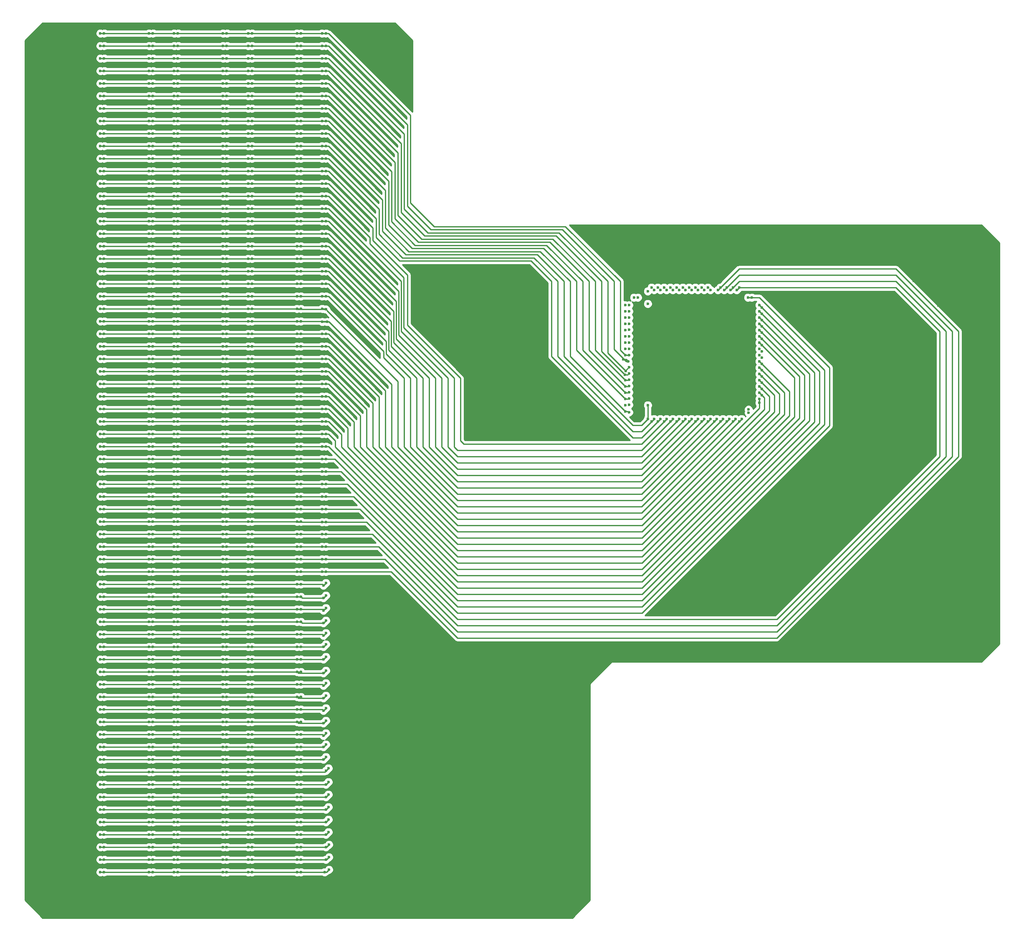
<source format=gbr>
G04 #@! TF.FileFunction,Copper,L3,Inr,Signal*
%FSLAX46Y46*%
G04 Gerber Fmt 4.6, Leading zero omitted, Abs format (unit mm)*
G04 Created by KiCad (PCBNEW 4.0.5) date Thursday, May 11, 2017 'PMt' 04:47:06 PM*
%MOMM*%
%LPD*%
G01*
G04 APERTURE LIST*
%ADD10C,0.100000*%
%ADD11C,0.600000*%
%ADD12C,0.254000*%
G04 APERTURE END LIST*
D10*
D11*
X67500000Y-205000000D03*
X67500000Y-200000000D03*
X67500000Y-195000000D03*
X67500000Y-190000000D03*
X67500000Y-185000000D03*
X67500000Y-180000000D03*
X67500000Y-175000000D03*
X67500000Y-170000000D03*
X67500000Y-165000000D03*
X67500000Y-160000000D03*
X67500000Y-155000000D03*
X67500000Y-150000000D03*
X67500000Y-145000000D03*
X67500000Y-140000000D03*
X67500000Y-135000000D03*
X67500000Y-130000000D03*
X67500000Y-125000000D03*
X67500000Y-120000000D03*
X67500000Y-115000000D03*
X67500000Y-110000000D03*
X67500000Y-105000000D03*
X67500000Y-100000000D03*
X67500000Y-95000000D03*
X67500000Y-90000000D03*
X67500000Y-85000000D03*
X67500000Y-80000000D03*
X67500000Y-75000000D03*
X67500000Y-70000000D03*
X67500000Y-65000000D03*
X67500000Y-60000000D03*
X67500000Y-55000000D03*
X67500000Y-50000000D03*
X67500000Y-45000000D03*
X67500000Y-40000000D03*
X67500000Y-35000000D03*
X130000000Y-35000000D03*
X135000000Y-35000000D03*
X140000000Y-35000000D03*
X140000000Y-40000000D03*
X135000000Y-40000000D03*
X140000000Y-45000000D03*
X67500000Y-210000000D03*
X80000000Y-210000000D03*
X95000000Y-210000000D03*
X110000000Y-210000000D03*
X125000000Y-210000000D03*
X130000000Y-205000000D03*
X130000000Y-210000000D03*
X135000000Y-210000000D03*
X135000000Y-205000000D03*
X175000000Y-210000000D03*
X160000000Y-210000000D03*
X165000000Y-210000000D03*
X165000000Y-205000000D03*
X215000000Y-150000000D03*
X210000000Y-150000000D03*
X205000000Y-150000000D03*
X200000000Y-150000000D03*
X195000000Y-150000000D03*
X200000000Y-145000000D03*
X205000000Y-145000000D03*
X210000000Y-145000000D03*
X215000000Y-145000000D03*
X220000000Y-145000000D03*
X225000000Y-140000000D03*
X220000000Y-140000000D03*
X215000000Y-140000000D03*
X210000000Y-140000000D03*
X205000000Y-140000000D03*
X210000000Y-135000000D03*
X215000000Y-135000000D03*
X220000000Y-135000000D03*
X225000000Y-135000000D03*
X230000000Y-135000000D03*
X235000000Y-130000000D03*
X230000000Y-130000000D03*
X225000000Y-130000000D03*
X220000000Y-130000000D03*
X215000000Y-130000000D03*
X220000000Y-125000000D03*
X225000000Y-125000000D03*
X230000000Y-125000000D03*
X235000000Y-125000000D03*
X240000000Y-125000000D03*
X245000000Y-120000000D03*
X240000000Y-120000000D03*
X235000000Y-120000000D03*
X230000000Y-120000000D03*
X225000000Y-120000000D03*
X230000000Y-115000000D03*
X235000000Y-115000000D03*
X240000000Y-115000000D03*
X245000000Y-115000000D03*
X245000000Y-110000000D03*
X240000000Y-110000000D03*
X235000000Y-110000000D03*
X230000000Y-110000000D03*
X230000000Y-105000000D03*
X235000000Y-105000000D03*
X240000000Y-105000000D03*
X245000000Y-105000000D03*
X245000000Y-100000000D03*
X240000000Y-100000000D03*
X235000000Y-100000000D03*
X230000000Y-100000000D03*
X225000000Y-95000000D03*
X230000000Y-95000000D03*
X235000000Y-95000000D03*
X240000000Y-95000000D03*
X245000000Y-95000000D03*
X240000000Y-90000000D03*
X235000000Y-90000000D03*
X230000000Y-90000000D03*
X225000000Y-90000000D03*
X220000000Y-90000000D03*
X210000000Y-90000000D03*
X205000000Y-90000000D03*
X200000000Y-90000000D03*
X195000000Y-90000000D03*
X190000000Y-95000000D03*
X195000000Y-95000000D03*
X200000000Y-95000000D03*
X205000000Y-95000000D03*
X210000000Y-95000000D03*
X210000000Y-110000000D03*
X205000000Y-110000000D03*
X200000000Y-110000000D03*
X195000000Y-110000000D03*
X190000000Y-105000000D03*
X190000000Y-100000000D03*
X195000000Y-100000000D03*
X200000000Y-100000000D03*
X205000000Y-100000000D03*
X210000000Y-100000000D03*
X210000000Y-105000000D03*
X205000000Y-105000000D03*
X200000000Y-105000000D03*
X195000000Y-105000000D03*
X170000000Y-115000000D03*
X165000000Y-115000000D03*
X160000000Y-115000000D03*
X155000000Y-115000000D03*
X155000000Y-110000000D03*
X160000000Y-110000000D03*
X165000000Y-110000000D03*
X170000000Y-110000000D03*
X170000000Y-105000000D03*
X165000000Y-105000000D03*
X160000000Y-105000000D03*
X155000000Y-105000000D03*
X150000000Y-100000000D03*
X155000000Y-100000000D03*
X160000000Y-100000000D03*
X165000000Y-100000000D03*
X170000000Y-100000000D03*
X170000000Y-95000000D03*
X165000000Y-95000000D03*
X160000000Y-95000000D03*
X155000000Y-95000000D03*
X150000000Y-95000000D03*
X155000000Y-90000000D03*
X160000000Y-90000000D03*
X165000000Y-90000000D03*
X170000000Y-90000000D03*
X195000000Y-75000000D03*
X200000000Y-75000000D03*
X200000000Y-80000000D03*
X205000000Y-85000000D03*
X205000000Y-80000000D03*
X205000000Y-75000000D03*
X210000000Y-80000000D03*
X210000000Y-75000000D03*
X215000000Y-80000000D03*
X215000000Y-75000000D03*
X220000000Y-80000000D03*
X225000000Y-80000000D03*
X220000000Y-75000000D03*
X225000000Y-75000000D03*
X230000000Y-75000000D03*
X230000000Y-80000000D03*
X235000000Y-80000000D03*
X235000000Y-75000000D03*
X240000000Y-75000000D03*
X245000000Y-75000000D03*
X250000000Y-75000000D03*
X255000000Y-75000000D03*
X260000000Y-115000000D03*
X260000000Y-110000000D03*
X260000000Y-105000000D03*
X260000000Y-100000000D03*
X260000000Y-95000000D03*
X255000000Y-90000000D03*
X260000000Y-90000000D03*
X260000000Y-85000000D03*
X260000000Y-80000000D03*
X255000000Y-80000000D03*
X255000000Y-85000000D03*
X250000000Y-85000000D03*
X250000000Y-80000000D03*
X245000000Y-80000000D03*
X240000000Y-80000000D03*
X245000000Y-85000000D03*
X250000000Y-90000000D03*
X255000000Y-95000000D03*
X255000000Y-100000000D03*
X255000000Y-105000000D03*
X255000000Y-110000000D03*
X255000000Y-115000000D03*
X255000000Y-120000000D03*
X260000000Y-120000000D03*
X255000000Y-125000000D03*
X260000000Y-125000000D03*
X260000000Y-130000000D03*
X255000000Y-130000000D03*
X250000000Y-130000000D03*
X245000000Y-135000000D03*
X250000000Y-135000000D03*
X255000000Y-135000000D03*
X260000000Y-135000000D03*
X260000000Y-140000000D03*
X255000000Y-140000000D03*
X250000000Y-140000000D03*
X245000000Y-140000000D03*
X240000000Y-140000000D03*
X235000000Y-145000000D03*
X240000000Y-145000000D03*
X245000000Y-145000000D03*
X250000000Y-145000000D03*
X255000000Y-145000000D03*
X260000000Y-145000000D03*
X260000000Y-150000000D03*
X255000000Y-150000000D03*
X250000000Y-150000000D03*
X245000000Y-150000000D03*
X240000000Y-150000000D03*
X235000000Y-150000000D03*
X230000000Y-150000000D03*
X225000000Y-155000000D03*
X230000000Y-155000000D03*
X235000000Y-155000000D03*
X240000000Y-155000000D03*
X245000000Y-155000000D03*
X250000000Y-155000000D03*
X255000000Y-155000000D03*
X260000000Y-155000000D03*
X260000000Y-160000000D03*
X255000000Y-160000000D03*
X250000000Y-160000000D03*
X245000000Y-160000000D03*
X240000000Y-160000000D03*
X235000000Y-160000000D03*
X230000000Y-160000000D03*
X225000000Y-160000000D03*
X220000000Y-160000000D03*
X215000000Y-160000000D03*
X210000000Y-160000000D03*
X205000000Y-160000000D03*
X200000000Y-160000000D03*
X195000000Y-160000000D03*
X190000000Y-160000000D03*
X180000000Y-165000000D03*
X185000000Y-160000000D03*
X180000000Y-160000000D03*
X175000000Y-160000000D03*
X170000000Y-165000000D03*
X175000000Y-165000000D03*
X175000000Y-170000000D03*
X170000000Y-170000000D03*
X165000000Y-170000000D03*
X160000000Y-175000000D03*
X165000000Y-175000000D03*
X170000000Y-175000000D03*
X175000000Y-175000000D03*
X175000000Y-180000000D03*
X170000000Y-180000000D03*
X165000000Y-180000000D03*
X160000000Y-180000000D03*
X155000000Y-180000000D03*
X155000000Y-185000000D03*
X160000000Y-185000000D03*
X165000000Y-185000000D03*
X170000000Y-185000000D03*
X175000000Y-185000000D03*
X175000000Y-190000000D03*
X170000000Y-190000000D03*
X165000000Y-190000000D03*
X160000000Y-190000000D03*
X155000000Y-190000000D03*
X150000000Y-190000000D03*
X150000000Y-185000000D03*
X145000000Y-190000000D03*
X140000000Y-195000000D03*
X135000000Y-200000000D03*
X140000000Y-200000000D03*
X145000000Y-200000000D03*
X145000000Y-195000000D03*
X150000000Y-195000000D03*
X155000000Y-195000000D03*
X160000000Y-195000000D03*
X165000000Y-195000000D03*
X170000000Y-195000000D03*
X175000000Y-195000000D03*
X175000000Y-200000000D03*
X170000000Y-200000000D03*
X165000000Y-200000000D03*
X160000000Y-200000000D03*
X155000000Y-200000000D03*
X150000000Y-200000000D03*
X150000000Y-205000000D03*
X150000000Y-210000000D03*
X145000000Y-210000000D03*
X126365000Y-204470000D03*
X80744000Y-204978000D03*
X95744000Y-204978000D03*
X79982000Y-204978000D03*
X94982000Y-204978000D03*
X89888000Y-204978000D03*
X104888000Y-204978000D03*
X90650000Y-204978000D03*
X105650000Y-204978000D03*
X110744000Y-204978000D03*
X109982000Y-204978000D03*
X119888000Y-204978000D03*
X120650000Y-204978000D03*
X214122000Y-99314000D03*
X125476000Y-204978000D03*
X213614000Y-98806000D03*
X126365000Y-201930000D03*
X80744000Y-202438000D03*
X95744000Y-202438000D03*
X110744000Y-202438000D03*
X79982000Y-202438000D03*
X94982000Y-202438000D03*
X109982000Y-202438000D03*
X89888000Y-202438000D03*
X104888000Y-202438000D03*
X119888000Y-202438000D03*
X90650000Y-202438000D03*
X105650000Y-202438000D03*
X120650000Y-202438000D03*
X214122000Y-100584000D03*
X125730000Y-202438000D03*
X213614000Y-100076000D03*
X126365000Y-199390000D03*
X211455054Y-111760000D03*
X211455000Y-111125000D03*
X80744000Y-199898000D03*
X95744000Y-199898000D03*
X110744000Y-199898000D03*
X79982000Y-199898000D03*
X94982000Y-199898000D03*
X109982000Y-199898000D03*
X89888000Y-199898000D03*
X104888000Y-199898000D03*
X119888000Y-199898000D03*
X90650000Y-199898000D03*
X105650000Y-199898000D03*
X120650000Y-199898000D03*
X125730000Y-199898000D03*
X80744000Y-197358000D03*
X95744000Y-197358000D03*
X110744000Y-197358000D03*
X79982000Y-197358000D03*
X94982000Y-197358000D03*
X109982000Y-197358000D03*
X89888000Y-197358000D03*
X104888000Y-197358000D03*
X119888000Y-197358000D03*
X90650000Y-197358000D03*
X105650000Y-197358000D03*
X120650000Y-197358000D03*
X187198000Y-110160000D03*
X126238000Y-196850000D03*
X125730000Y-197358000D03*
X186436000Y-110236000D03*
X187198000Y-98806000D03*
X186436000Y-98806000D03*
X80744000Y-194818000D03*
X95744000Y-194818000D03*
X110744000Y-194818000D03*
X79982000Y-194818000D03*
X94982000Y-194818000D03*
X109982000Y-194818000D03*
X89888000Y-194818000D03*
X104888000Y-194818000D03*
X119888000Y-194818000D03*
X90650000Y-194818000D03*
X105650000Y-194818000D03*
X120650000Y-194818000D03*
X126238000Y-194310000D03*
X125730000Y-194818000D03*
X187198000Y-97536000D03*
X186436000Y-97536000D03*
X80744000Y-192278000D03*
X95744000Y-192278000D03*
X110744000Y-192278000D03*
X79982000Y-192278000D03*
X94982000Y-192278000D03*
X109982000Y-192278000D03*
X89888000Y-192278000D03*
X104888000Y-192278000D03*
X119888000Y-192278000D03*
X90650000Y-192278000D03*
X105650000Y-192278000D03*
X120650000Y-192278000D03*
X126238000Y-191770000D03*
X125730000Y-192278000D03*
X187198000Y-96266000D03*
X186436000Y-96266000D03*
X80744000Y-189738000D03*
X95744000Y-189738000D03*
X110744000Y-189738000D03*
X79982000Y-189738000D03*
X94982000Y-189738000D03*
X109982000Y-189738000D03*
X89888000Y-189738000D03*
X104888000Y-189738000D03*
X119888000Y-189738000D03*
X90650000Y-189738000D03*
X105650000Y-189738000D03*
X120650000Y-189738000D03*
X126238000Y-189230000D03*
X125730000Y-189738000D03*
X186435992Y-94996000D03*
X80744000Y-187198000D03*
X95744000Y-187198000D03*
X110744000Y-187198000D03*
X79982000Y-187198000D03*
X94982000Y-187198000D03*
X109982000Y-187198000D03*
X89888000Y-187198000D03*
X104888000Y-187198000D03*
X119888000Y-187198000D03*
X90650000Y-187198000D03*
X105650000Y-187198000D03*
X120650000Y-187198000D03*
X187198000Y-94920000D03*
X126238000Y-186690000D03*
X125730000Y-187198000D03*
X187198000Y-93726000D03*
X186436006Y-93726000D03*
X80744000Y-184658000D03*
X95744000Y-184658000D03*
X110744000Y-184658000D03*
X79982000Y-184658000D03*
X94982000Y-184658000D03*
X109982000Y-184658000D03*
X89888000Y-184658000D03*
X104888000Y-184658000D03*
X119888000Y-184658000D03*
X90650000Y-184658000D03*
X105650000Y-184658000D03*
X120650000Y-184658000D03*
X126238000Y-183896000D03*
X125730000Y-184404000D03*
X186436000Y-92456000D03*
X187198000Y-92456000D03*
X80744000Y-182118000D03*
X95744000Y-182118000D03*
X110744000Y-182118000D03*
X79982000Y-182118000D03*
X94982000Y-182118000D03*
X109982000Y-182118000D03*
X89888000Y-182118000D03*
X104888000Y-182118000D03*
X119888000Y-182118000D03*
X90650000Y-182118000D03*
X105650000Y-182118000D03*
X120650000Y-182118000D03*
X125730000Y-181610000D03*
X125222000Y-182118000D03*
X187198000Y-91186000D03*
X186436000Y-91186008D03*
X80744000Y-179578000D03*
X95744000Y-179578000D03*
X110744000Y-179578000D03*
X79982000Y-179578000D03*
X94982000Y-179578000D03*
X109982000Y-179578000D03*
X89888000Y-179578000D03*
X104888000Y-179578000D03*
X119888000Y-179578000D03*
X90650000Y-179578000D03*
X105650000Y-179578000D03*
X120650000Y-179578000D03*
X125730000Y-179070000D03*
X125222000Y-179578000D03*
X186436000Y-89916000D03*
X187198000Y-89916000D03*
X80744000Y-177038000D03*
X95744000Y-177038000D03*
X110744000Y-177038000D03*
X79982000Y-177038000D03*
X94982000Y-177038000D03*
X109982000Y-177038000D03*
X89888000Y-177038000D03*
X104888000Y-177038000D03*
X119888000Y-177038000D03*
X90650000Y-177038000D03*
X105650000Y-177038000D03*
X120650000Y-177038000D03*
X125730000Y-176784000D03*
X125222000Y-177292000D03*
X188976000Y-88392000D03*
X80744000Y-174498000D03*
X95744000Y-174498000D03*
X110744000Y-174498000D03*
X79982000Y-174498000D03*
X94982000Y-174498000D03*
X109982000Y-174498000D03*
X89888000Y-174498000D03*
X104888000Y-174498000D03*
X119888000Y-174498000D03*
X90650000Y-174498000D03*
X105650000Y-174498000D03*
X120650000Y-174498000D03*
X125730000Y-174244000D03*
X125222000Y-174752000D03*
X188214000Y-88392000D03*
X80744000Y-171958000D03*
X95744000Y-171958000D03*
X110744000Y-171958000D03*
X79982000Y-171958000D03*
X94982000Y-171958000D03*
X109982000Y-171958000D03*
X89888000Y-171958000D03*
X104888000Y-171958000D03*
X119888000Y-171958000D03*
X90650000Y-171958000D03*
X105650000Y-171958000D03*
X120650000Y-171958000D03*
X191008000Y-89662000D03*
X125730000Y-171704000D03*
X125222000Y-172212000D03*
X191008000Y-87122000D03*
X191770000Y-86360000D03*
X192278000Y-86868000D03*
X80744000Y-169418000D03*
X95744000Y-169418000D03*
X110744000Y-169418000D03*
X79982000Y-169418000D03*
X94982000Y-169418000D03*
X109982000Y-169418000D03*
X89888000Y-169418000D03*
X104888000Y-169418000D03*
X119888000Y-169418000D03*
X90650000Y-169418000D03*
X105650000Y-169418000D03*
X120650000Y-169418000D03*
X125730000Y-169164000D03*
X125222000Y-169672000D03*
X193548000Y-86868000D03*
X193040014Y-86360000D03*
X80744000Y-166878000D03*
X95744000Y-166878000D03*
X110744000Y-166878000D03*
X79982000Y-166878000D03*
X94982000Y-166878000D03*
X109982000Y-166878000D03*
X89888000Y-166878000D03*
X104888000Y-166878000D03*
X119888000Y-166878000D03*
X90650000Y-166878000D03*
X105650000Y-166878000D03*
X120650000Y-166878000D03*
X125730000Y-166624000D03*
X125222000Y-167132000D03*
X80744000Y-164338000D03*
X95744000Y-164338000D03*
X110744000Y-164338000D03*
X79982000Y-164338000D03*
X94982000Y-164338000D03*
X109982000Y-164338000D03*
X89888000Y-164338000D03*
X104888000Y-164338000D03*
X119888000Y-164338000D03*
X90650000Y-164338000D03*
X105650000Y-164338000D03*
X120650000Y-164338000D03*
X194310000Y-86360000D03*
X125730000Y-164084000D03*
X125222000Y-164592000D03*
X194818000Y-86868000D03*
X80744000Y-161798000D03*
X95744000Y-161798000D03*
X110744000Y-161798000D03*
X79982000Y-161798000D03*
X94982000Y-161798000D03*
X109982000Y-161798000D03*
X89888000Y-161798000D03*
X104888000Y-161798000D03*
X119888000Y-161798000D03*
X90650000Y-161798000D03*
X105650000Y-161798000D03*
X120650000Y-161798000D03*
X195580000Y-86360000D03*
X125730000Y-161290000D03*
X125222000Y-161798000D03*
X196088000Y-86868000D03*
X80744000Y-159258000D03*
X95744000Y-159258000D03*
X110744000Y-159258000D03*
X79982000Y-159258000D03*
X94982000Y-159258000D03*
X109982000Y-159258000D03*
X89888000Y-159258000D03*
X104888000Y-159258000D03*
X119888000Y-159258000D03*
X90650000Y-159258000D03*
X105650000Y-159258000D03*
X120650000Y-159258000D03*
X196850000Y-86360000D03*
X125730000Y-158750000D03*
X125222000Y-159258000D03*
X197358000Y-86868000D03*
X80744000Y-156718000D03*
X95744000Y-156718000D03*
X110744000Y-156718000D03*
X79982000Y-156718000D03*
X94982000Y-156718000D03*
X109982000Y-156718000D03*
X89888000Y-156718000D03*
X104888000Y-156718000D03*
X119888000Y-156718000D03*
X90650000Y-156718000D03*
X105650000Y-156718000D03*
X120650000Y-156718000D03*
X198120000Y-86360000D03*
X125730000Y-156464000D03*
X125222000Y-156972000D03*
X198628000Y-86868000D03*
X80744000Y-154178000D03*
X95744000Y-154178000D03*
X110744000Y-154178000D03*
X79982000Y-154178000D03*
X94982000Y-154178000D03*
X109982000Y-154178000D03*
X89888000Y-154178000D03*
X104888000Y-154178000D03*
X119888000Y-154178000D03*
X90650000Y-154178000D03*
X105650000Y-154178000D03*
X120650000Y-154178000D03*
X199390000Y-86360000D03*
X125730000Y-153924000D03*
X125222000Y-154432000D03*
X199898000Y-86868000D03*
X80744000Y-151638000D03*
X95744000Y-151638000D03*
X110744000Y-151638000D03*
X79982000Y-151638000D03*
X94982000Y-151638000D03*
X109982000Y-151638000D03*
X89888000Y-151638000D03*
X104888000Y-151638000D03*
X119888000Y-151638000D03*
X90650000Y-151638000D03*
X105650000Y-151638000D03*
X120650000Y-151638000D03*
X200660000Y-86360000D03*
X125730000Y-151384000D03*
X125222000Y-151892000D03*
X201168000Y-86868000D03*
X80744000Y-149098000D03*
X95744000Y-149098000D03*
X110744000Y-149098000D03*
X79982000Y-149098000D03*
X94982000Y-149098000D03*
X109982000Y-149098000D03*
X89888000Y-149098000D03*
X104888000Y-149098000D03*
X119888000Y-149098000D03*
X90650000Y-149098000D03*
X105650000Y-149098000D03*
X120650000Y-149098000D03*
X201930000Y-86360000D03*
X125730000Y-148844000D03*
X125222000Y-149352000D03*
X202438000Y-86868000D03*
X80744000Y-146558000D03*
X95744000Y-146558000D03*
X110744000Y-146558000D03*
X79982000Y-146558000D03*
X94982000Y-146558000D03*
X109982000Y-146558000D03*
X89888000Y-146558000D03*
X104888000Y-146558000D03*
X119888000Y-146558000D03*
X90650000Y-146558000D03*
X105650000Y-146558000D03*
X120650000Y-146558000D03*
X203200000Y-86360000D03*
X125730000Y-146304000D03*
X125222000Y-146812000D03*
X203708000Y-86868000D03*
X80744000Y-144018000D03*
X95744000Y-144018000D03*
X110744000Y-144018000D03*
X79982000Y-144018000D03*
X94982000Y-144018000D03*
X109982000Y-144018000D03*
X89888000Y-144018000D03*
X104888000Y-144018000D03*
X119888000Y-144018000D03*
X90650000Y-144018000D03*
X105650000Y-144018000D03*
X120650000Y-144018000D03*
X205740000Y-86360000D03*
X125730000Y-144018000D03*
X124968000Y-144018000D03*
X205232000Y-86868000D03*
X80744000Y-141478000D03*
X95744000Y-141478000D03*
X110744000Y-141478000D03*
X79982000Y-141478000D03*
X94982000Y-141478000D03*
X109982000Y-141478000D03*
X89888000Y-141478000D03*
X104888000Y-141478000D03*
X119888000Y-141478000D03*
X90650000Y-141478000D03*
X105650000Y-141478000D03*
X120650000Y-141478000D03*
X207010000Y-86360000D03*
X125730000Y-141478000D03*
X124968000Y-141478000D03*
X206502000Y-86868000D03*
X80744000Y-138938000D03*
X95744000Y-138938000D03*
X110744000Y-138938000D03*
X79982000Y-138938000D03*
X94982000Y-138938000D03*
X109982000Y-138938000D03*
X89888000Y-138938000D03*
X104888000Y-138938000D03*
X119888000Y-138938000D03*
X90650000Y-138938000D03*
X105650000Y-138938000D03*
X120650000Y-138938000D03*
X208280000Y-86360000D03*
X125730000Y-138938000D03*
X124968000Y-138938000D03*
X207772000Y-86868000D03*
X209550000Y-86360000D03*
X80744000Y-136398000D03*
X95744000Y-136398000D03*
X110744000Y-136398000D03*
X79982000Y-136398000D03*
X94982000Y-136398000D03*
X109982000Y-136398000D03*
X89888000Y-136398000D03*
X104888000Y-136398000D03*
X119888000Y-136398000D03*
X90650000Y-136398000D03*
X105650000Y-136398000D03*
X120650000Y-136398000D03*
X125730000Y-136398000D03*
X124968000Y-136398000D03*
X209042000Y-86868000D03*
X80744000Y-133858000D03*
X95744000Y-133858000D03*
X110744000Y-133858000D03*
X79982000Y-133858000D03*
X94982000Y-133858000D03*
X109982000Y-133858000D03*
X89888000Y-133858000D03*
X104888000Y-133858000D03*
X119888000Y-133858000D03*
X90650000Y-133858000D03*
X105650000Y-133858000D03*
X120650000Y-133858000D03*
X212090000Y-88392000D03*
X125730000Y-133970000D03*
X124968000Y-133970000D03*
X211328000Y-88392000D03*
X80744000Y-131318000D03*
X95744000Y-131318000D03*
X110744000Y-131318000D03*
X79982000Y-131318000D03*
X94982000Y-131318000D03*
X109982000Y-131318000D03*
X89888000Y-131318000D03*
X104888000Y-131318000D03*
X119888000Y-131318000D03*
X90650000Y-131318000D03*
X105650000Y-131318000D03*
X120650000Y-131318000D03*
X214122000Y-90424000D03*
X125730000Y-131318000D03*
X124968000Y-131318000D03*
X213614000Y-89916000D03*
X80744000Y-128778000D03*
X95744000Y-128778000D03*
X110744000Y-128778000D03*
X79982000Y-128778000D03*
X94982000Y-128778000D03*
X109982000Y-128778000D03*
X89888000Y-128778000D03*
X104888000Y-128778000D03*
X119888000Y-128778000D03*
X90650000Y-128778000D03*
X105650000Y-128778000D03*
X120650000Y-128778000D03*
X214122000Y-91694000D03*
X125730000Y-128778000D03*
X124968000Y-128778000D03*
X213614000Y-91186000D03*
X80744000Y-126238000D03*
X95744000Y-126238000D03*
X110744000Y-126238000D03*
X79982000Y-126238000D03*
X94982000Y-126238000D03*
X109982000Y-126238000D03*
X89888000Y-126238000D03*
X104888000Y-126238000D03*
X119888000Y-126238000D03*
X90650000Y-126238000D03*
X105650000Y-126238000D03*
X120650000Y-126238000D03*
X214122000Y-92964000D03*
X125730000Y-126238000D03*
X124968000Y-126238000D03*
X213614000Y-92456000D03*
X80744000Y-123698000D03*
X95744000Y-123698000D03*
X110744000Y-123698000D03*
X79982000Y-123698000D03*
X94982000Y-123698000D03*
X109982000Y-123698000D03*
X89888000Y-123698000D03*
X104888000Y-123698000D03*
X119888000Y-123698000D03*
X90650000Y-123698000D03*
X105650000Y-123698000D03*
X120650000Y-123698000D03*
X214122000Y-94234000D03*
X125730000Y-123698000D03*
X124968000Y-123698000D03*
X213614000Y-93726000D03*
X80744000Y-121158000D03*
X95744000Y-121158000D03*
X110744000Y-121158000D03*
X79982000Y-121158000D03*
X94982000Y-121158000D03*
X109982000Y-121158000D03*
X89888000Y-121158000D03*
X104888000Y-121158000D03*
X119888000Y-121158000D03*
X90650000Y-121158000D03*
X105650000Y-121158000D03*
X120650000Y-121158000D03*
X214122000Y-95504000D03*
X125730000Y-121158000D03*
X124968000Y-121158000D03*
X213614000Y-94996000D03*
X80744000Y-118618000D03*
X95744000Y-118618000D03*
X110744000Y-118618000D03*
X79982000Y-118618000D03*
X94982000Y-118618000D03*
X109982000Y-118618000D03*
X89888000Y-118618000D03*
X104888000Y-118618000D03*
X119888000Y-118618000D03*
X90650000Y-118618000D03*
X105650000Y-118618000D03*
X120650000Y-118618000D03*
X214122000Y-96774000D03*
X125730000Y-118618000D03*
X124968000Y-118618000D03*
X213614000Y-96266000D03*
X80744000Y-116078000D03*
X95744000Y-116078000D03*
X110744000Y-116078000D03*
X79982000Y-116078000D03*
X94982000Y-116078000D03*
X109982000Y-116078000D03*
X89888000Y-116078000D03*
X104888000Y-116078000D03*
X119888000Y-116078000D03*
X90650000Y-116078000D03*
X105650000Y-116078000D03*
X120650000Y-116078000D03*
X214122000Y-98044000D03*
X125730000Y-116078000D03*
X124968000Y-116078000D03*
X213614000Y-97536000D03*
X80744000Y-113538000D03*
X95744000Y-113538000D03*
X110744000Y-113538000D03*
X79982000Y-113538000D03*
X94982000Y-113538000D03*
X109982000Y-113538000D03*
X89888000Y-113538000D03*
X104888000Y-113538000D03*
X119888000Y-113538000D03*
X90650000Y-113538000D03*
X105650000Y-113538000D03*
X120650000Y-113538000D03*
X214122000Y-101854000D03*
X125730000Y-113538000D03*
X124968000Y-113538000D03*
X213614000Y-101346000D03*
X80744000Y-110998000D03*
X95744000Y-110998000D03*
X110744000Y-110998000D03*
X79982000Y-110998000D03*
X94982000Y-110998000D03*
X109982000Y-110998000D03*
X89888000Y-110998000D03*
X104888000Y-110998000D03*
X119888000Y-110998000D03*
X90650000Y-110998000D03*
X105650000Y-110998000D03*
X120650000Y-110998000D03*
X214122000Y-103124000D03*
X125730000Y-110998000D03*
X124968000Y-110998000D03*
X213614000Y-102616000D03*
X80744000Y-108458000D03*
X95744000Y-108458000D03*
X110744000Y-108458000D03*
X79982000Y-108458000D03*
X94982000Y-108458000D03*
X109982000Y-108458000D03*
X89888000Y-108458000D03*
X104888000Y-108458000D03*
X119888000Y-108458000D03*
X90650000Y-108458000D03*
X105650000Y-108458000D03*
X120650000Y-108458000D03*
X214122000Y-104394000D03*
X125730000Y-108458000D03*
X124968000Y-108458000D03*
X213614000Y-103886000D03*
X80744000Y-105918000D03*
X95744000Y-105918000D03*
X110744000Y-105918000D03*
X79982000Y-105918000D03*
X94982000Y-105918000D03*
X109982000Y-105918000D03*
X89888000Y-105918000D03*
X104888000Y-105918000D03*
X119888000Y-105918000D03*
X90650000Y-105918000D03*
X105650000Y-105918000D03*
X120650000Y-105918000D03*
X214122000Y-105664000D03*
X125730000Y-105918000D03*
X124968000Y-105918000D03*
X213614000Y-105156000D03*
X80744000Y-103378000D03*
X95744000Y-103378000D03*
X110744000Y-103378000D03*
X79982000Y-103378000D03*
X94982000Y-103378000D03*
X109982000Y-103378000D03*
X89888000Y-103378000D03*
X104888000Y-103378000D03*
X119888000Y-103378000D03*
X90650000Y-103378000D03*
X105650000Y-103378000D03*
X120650000Y-103378000D03*
X214122000Y-106934000D03*
X125730000Y-103378000D03*
X124968000Y-103378000D03*
X213614000Y-106426000D03*
X80744000Y-100838000D03*
X95744000Y-100838000D03*
X110744000Y-100838000D03*
X79982000Y-100838000D03*
X94982000Y-100838000D03*
X109982000Y-100838000D03*
X89888000Y-100838000D03*
X104888000Y-100838000D03*
X119888000Y-100838000D03*
X90650000Y-100838000D03*
X105650000Y-100838000D03*
X120650000Y-100838000D03*
X214122000Y-108204000D03*
X125730000Y-100838000D03*
X124968000Y-100838000D03*
X213614000Y-107696000D03*
X80744000Y-98298000D03*
X95744000Y-98298000D03*
X110744000Y-98298000D03*
X79982000Y-98298000D03*
X94982000Y-98298000D03*
X109982000Y-98298000D03*
X89888000Y-98298000D03*
X104888000Y-98298000D03*
X119888000Y-98298000D03*
X90650000Y-98298000D03*
X105650000Y-98298000D03*
X120650000Y-98298000D03*
X213614000Y-109728000D03*
X125730000Y-98298000D03*
X124968000Y-98298000D03*
X213614000Y-108966000D03*
X80744000Y-95758000D03*
X95744000Y-95758000D03*
X110744000Y-95758000D03*
X79982000Y-95758000D03*
X94982000Y-95758000D03*
X109982000Y-95758000D03*
X89888000Y-95758000D03*
X104888000Y-95758000D03*
X119888000Y-95758000D03*
X90650000Y-95758000D03*
X105650000Y-95758000D03*
X120650000Y-95758000D03*
X209550000Y-113538000D03*
X125730000Y-95758000D03*
X124968000Y-95758000D03*
X210058000Y-113030000D03*
X80744000Y-93218000D03*
X95744000Y-93218000D03*
X110744000Y-93218000D03*
X79982000Y-93218000D03*
X94982000Y-93218000D03*
X109982000Y-93218000D03*
X89888000Y-93218000D03*
X104888000Y-93218000D03*
X119888000Y-93218000D03*
X90650000Y-93218000D03*
X105650000Y-93218000D03*
X120650000Y-93218000D03*
X208280000Y-113538000D03*
X125984000Y-93330000D03*
X124968000Y-93330000D03*
X208788000Y-113030000D03*
X125730000Y-90805000D03*
X80744000Y-90678000D03*
X95744000Y-90678000D03*
X110744000Y-90678000D03*
X79982000Y-90678000D03*
X94982000Y-90678000D03*
X109982000Y-90678000D03*
X89888000Y-90678000D03*
X104888000Y-90678000D03*
X119888000Y-90678000D03*
X90650000Y-90678000D03*
X105650000Y-90678000D03*
X120650000Y-90678000D03*
X207010000Y-113538000D03*
X124968000Y-90678000D03*
X207518000Y-113030000D03*
X80744000Y-88138000D03*
X95744000Y-88138000D03*
X110744000Y-88138000D03*
X79982000Y-88138000D03*
X94982000Y-88138000D03*
X109982000Y-88138000D03*
X89888000Y-88138000D03*
X104888000Y-88138000D03*
X119888000Y-88138000D03*
X90650000Y-88138000D03*
X105650000Y-88138000D03*
X120650000Y-88138000D03*
X205740000Y-113538000D03*
X125730000Y-88138000D03*
X124968000Y-88138000D03*
X206248000Y-113030000D03*
X80744000Y-85598000D03*
X95744000Y-85598000D03*
X110744000Y-85598000D03*
X79982000Y-85598000D03*
X94982000Y-85598000D03*
X109982000Y-85598000D03*
X89888000Y-85598000D03*
X104888000Y-85598000D03*
X119888000Y-85598000D03*
X90650000Y-85598000D03*
X105650000Y-85598000D03*
X120650000Y-85598000D03*
X204470000Y-113538000D03*
X125730000Y-85598000D03*
X124968000Y-85598000D03*
X204978000Y-113030000D03*
X80744000Y-83058000D03*
X95744000Y-83058000D03*
X110744000Y-83058000D03*
X79982000Y-83058000D03*
X94982000Y-83058000D03*
X109982000Y-83058000D03*
X89888000Y-83058000D03*
X104888000Y-83058000D03*
X119888000Y-83058000D03*
X90650000Y-83058000D03*
X105650000Y-83058000D03*
X120650000Y-83058000D03*
X203200000Y-113538000D03*
X125730000Y-83058000D03*
X124968000Y-83058000D03*
X203708000Y-113030000D03*
X80744000Y-80518000D03*
X95744000Y-80518000D03*
X110744000Y-80518000D03*
X79982000Y-80518000D03*
X94982000Y-80518000D03*
X109982000Y-80518000D03*
X89888000Y-80518000D03*
X104888000Y-80518000D03*
X119888000Y-80518000D03*
X90650000Y-80518000D03*
X105650000Y-80518000D03*
X120650000Y-80518000D03*
X201930000Y-113538000D03*
X125730000Y-80518000D03*
X124968000Y-80518000D03*
X202438000Y-113030000D03*
X80744000Y-77978000D03*
X95744000Y-77978000D03*
X110744000Y-77978000D03*
X79982000Y-77978000D03*
X94982000Y-77978000D03*
X109982000Y-77978000D03*
X89888000Y-77978000D03*
X104888000Y-77978000D03*
X119888000Y-77978000D03*
X90650000Y-77978000D03*
X105650000Y-77978000D03*
X120650000Y-77978000D03*
X200660000Y-113538000D03*
X125730000Y-77978000D03*
X124968000Y-77978000D03*
X201168000Y-113030000D03*
X80744000Y-75438000D03*
X95744000Y-75438000D03*
X110744000Y-75438000D03*
X79982000Y-75438000D03*
X94982000Y-75438000D03*
X109982000Y-75438000D03*
X89888000Y-75438000D03*
X104888000Y-75438000D03*
X119888000Y-75438000D03*
X90650000Y-75438000D03*
X105650000Y-75438000D03*
X120650000Y-75438000D03*
X199390000Y-113538000D03*
X125730000Y-75438000D03*
X124968000Y-75438000D03*
X199898000Y-113030000D03*
X80744000Y-72898000D03*
X95744000Y-72898000D03*
X110744000Y-72898000D03*
X79982000Y-72898000D03*
X94982000Y-72898000D03*
X109982000Y-72898000D03*
X89888000Y-72898000D03*
X104888000Y-72898000D03*
X119888000Y-72898000D03*
X90650000Y-72898000D03*
X105650000Y-72898000D03*
X120650000Y-72898000D03*
X198120000Y-113538000D03*
X125730000Y-72898000D03*
X124968000Y-72898000D03*
X198628000Y-113030000D03*
X80744000Y-70358000D03*
X95744000Y-70358000D03*
X110744000Y-70358000D03*
X79982000Y-70358000D03*
X94982000Y-70358000D03*
X109982000Y-70358000D03*
X89888000Y-70358000D03*
X104888000Y-70358000D03*
X119888000Y-70358000D03*
X90650000Y-70358000D03*
X105650000Y-70358000D03*
X120650000Y-70358000D03*
X196850000Y-113538000D03*
X125730000Y-70358000D03*
X124968000Y-70358000D03*
X197358000Y-113030000D03*
X80744000Y-67818000D03*
X95744000Y-67818000D03*
X110744000Y-67818000D03*
X79982000Y-67818000D03*
X94982000Y-67818000D03*
X109982000Y-67818000D03*
X89888000Y-67818000D03*
X104888000Y-67818000D03*
X119888000Y-67818000D03*
X90650000Y-67818000D03*
X105650000Y-67818000D03*
X120650000Y-67818000D03*
X195580000Y-113538000D03*
X125730000Y-67818000D03*
X124968000Y-67818000D03*
X196088000Y-113030000D03*
X80744000Y-65278000D03*
X95744000Y-65278000D03*
X110744000Y-65278000D03*
X79982000Y-65278000D03*
X94982000Y-65278000D03*
X109982000Y-65278000D03*
X89888000Y-65278000D03*
X104888000Y-65278000D03*
X119888000Y-65278000D03*
X90650000Y-65278000D03*
X105650000Y-65278000D03*
X120650000Y-65278000D03*
X194310000Y-113538000D03*
X125730000Y-65278000D03*
X124968000Y-65278000D03*
X194818000Y-113030000D03*
X80744000Y-62738000D03*
X95744000Y-62738000D03*
X110744000Y-62738000D03*
X79982000Y-62738000D03*
X94982000Y-62738000D03*
X109982000Y-62738000D03*
X89888000Y-62738000D03*
X104888000Y-62738000D03*
X119888000Y-62738000D03*
X90650000Y-62738000D03*
X105650000Y-62738000D03*
X120650000Y-62738000D03*
X193040000Y-113538000D03*
X125730000Y-62738000D03*
X124968000Y-62738000D03*
X193548000Y-113030000D03*
X80744000Y-60198000D03*
X95744000Y-60198000D03*
X110744000Y-60198000D03*
X79982000Y-60198000D03*
X94982000Y-60198000D03*
X109982000Y-60198000D03*
X89888000Y-60198000D03*
X104888000Y-60198000D03*
X119888000Y-60198000D03*
X90650000Y-60198000D03*
X105650000Y-60198000D03*
X120650000Y-60198000D03*
X191770000Y-113538000D03*
X125730000Y-60198000D03*
X124968000Y-60198000D03*
X192278000Y-113030000D03*
X80744000Y-57658000D03*
X95744000Y-57658000D03*
X110744000Y-57658000D03*
X79982000Y-57658000D03*
X94982000Y-57658000D03*
X109982000Y-57658000D03*
X89888000Y-57658000D03*
X104888000Y-57658000D03*
X119888000Y-57658000D03*
X90650000Y-57658000D03*
X105650000Y-57658000D03*
X120650000Y-57658000D03*
X191008000Y-110236000D03*
X125730000Y-57658000D03*
X124968000Y-57658000D03*
X191008000Y-113030000D03*
X80744000Y-55118000D03*
X95744000Y-55118000D03*
X110744000Y-55118000D03*
X79982000Y-55118000D03*
X94982000Y-55118000D03*
X109982000Y-55118000D03*
X89888000Y-55118000D03*
X104888000Y-55118000D03*
X119888000Y-55118000D03*
X90650000Y-55118000D03*
X105650000Y-55118000D03*
X120650000Y-55118000D03*
X187198000Y-111680000D03*
X125730000Y-55118000D03*
X124968000Y-55118000D03*
X186436000Y-111506000D03*
X80744000Y-52578000D03*
X95744000Y-52578000D03*
X110744000Y-52578000D03*
X79982000Y-52578000D03*
X94982000Y-52578000D03*
X109982000Y-52578000D03*
X89888000Y-52578000D03*
X104888000Y-52578000D03*
X119888000Y-52578000D03*
X90650000Y-52578000D03*
X105650000Y-52578000D03*
X120650000Y-52578000D03*
X187198000Y-108890000D03*
X125730000Y-52578000D03*
X124968000Y-52578000D03*
X186436000Y-108966000D03*
X80744000Y-50038000D03*
X95744000Y-50038000D03*
X110744000Y-50038000D03*
X79982000Y-50038000D03*
X94982000Y-50038000D03*
X109982000Y-50038000D03*
X89888000Y-50038000D03*
X104888000Y-50038000D03*
X119888000Y-50038000D03*
X90650000Y-50038000D03*
X105650000Y-50038000D03*
X120650000Y-50038000D03*
X187198000Y-107620000D03*
X125730000Y-50038000D03*
X124968000Y-50038000D03*
X186436000Y-107696000D03*
X80744000Y-47498000D03*
X95744000Y-47498000D03*
X110744000Y-47498000D03*
X79982000Y-47498000D03*
X94982000Y-47498000D03*
X109982000Y-47498000D03*
X89888000Y-47498000D03*
X104888000Y-47498000D03*
X119888000Y-47498000D03*
X90650000Y-47498000D03*
X105650000Y-47498000D03*
X120650000Y-47498000D03*
X187198000Y-106350000D03*
X125730000Y-47498000D03*
X124968000Y-47498000D03*
X186436000Y-106426000D03*
X80744000Y-44958000D03*
X95744000Y-44958000D03*
X110744000Y-44958000D03*
X79982000Y-44958000D03*
X94982000Y-44958000D03*
X109982000Y-44958000D03*
X89888000Y-44958000D03*
X104888000Y-44958000D03*
X119888000Y-44958000D03*
X90650000Y-44958000D03*
X105650000Y-44958000D03*
X120650000Y-44958000D03*
X187198000Y-105080000D03*
X125730000Y-44958000D03*
X124968000Y-44958000D03*
X186436000Y-105156000D03*
X187203402Y-103814151D03*
X186384592Y-104107068D03*
X80744000Y-42418000D03*
X95744000Y-42418000D03*
X110744000Y-42418000D03*
X79982000Y-42418000D03*
X94982000Y-42418000D03*
X109982000Y-42418000D03*
X89888000Y-42418000D03*
X104888000Y-42418000D03*
X119888000Y-42418000D03*
X90650000Y-42418000D03*
X105650000Y-42418000D03*
X120650000Y-42418000D03*
X125730000Y-42418000D03*
X124968000Y-42418000D03*
X186566521Y-103324731D03*
X80744000Y-39878000D03*
X95744000Y-39878000D03*
X110744000Y-39878000D03*
X79982000Y-39878000D03*
X94982000Y-39878000D03*
X109982000Y-39878000D03*
X89888000Y-39878000D03*
X104888000Y-39878000D03*
X119888000Y-39878000D03*
X90650000Y-39878000D03*
X105650000Y-39878000D03*
X120650000Y-39878000D03*
X187198000Y-102540000D03*
X125730000Y-39878000D03*
X124968000Y-39878000D03*
X186055000Y-100965018D03*
X187066210Y-101400626D03*
X80744000Y-37338000D03*
X95744000Y-37338000D03*
X110744000Y-37338000D03*
X79982000Y-37338000D03*
X94982000Y-37338000D03*
X109982000Y-37338000D03*
X89888000Y-37338000D03*
X104888000Y-37338000D03*
X119888000Y-37338000D03*
X90650000Y-37338000D03*
X105650000Y-37338000D03*
X120650000Y-37338000D03*
X125730000Y-37338000D03*
X124968000Y-37338000D03*
X187198000Y-100076000D03*
X186436000Y-100076000D03*
X80744000Y-34798000D03*
X95744000Y-34798000D03*
X110744000Y-34798000D03*
X79982000Y-34798000D03*
X94982000Y-34798000D03*
X109982000Y-34798000D03*
X89888000Y-34798000D03*
X104888000Y-34798000D03*
X119888000Y-34798000D03*
X90650000Y-34798000D03*
X105650000Y-34798000D03*
X120650000Y-34798000D03*
X125730000Y-34798000D03*
X124968000Y-34798000D03*
D12*
X150000000Y-210000000D02*
X150000000Y-205000000D01*
X125476000Y-204978000D02*
X125857000Y-204978000D01*
X125857000Y-204978000D02*
X126365000Y-204470000D01*
X119888000Y-204978000D02*
X125476000Y-204978000D01*
X89888000Y-34798000D02*
X95744000Y-34798000D01*
X104888000Y-34798000D02*
X110744000Y-34798000D01*
X89888000Y-37338000D02*
X95744000Y-37338000D01*
X104888000Y-37338000D02*
X110744000Y-37338000D01*
X89888000Y-39878000D02*
X95744000Y-39878000D01*
X104888000Y-39878000D02*
X110744000Y-39878000D01*
X89888000Y-42418000D02*
X95744000Y-42418000D01*
X104888000Y-42418000D02*
X110744000Y-42418000D01*
X89888000Y-44958000D02*
X95744000Y-44958000D01*
X104888000Y-44958000D02*
X110744000Y-44958000D01*
X89888000Y-47498000D02*
X95744000Y-47498000D01*
X104888000Y-47498000D02*
X110744000Y-47498000D01*
X89888000Y-50038000D02*
X95744000Y-50038000D01*
X104888000Y-50038000D02*
X110744000Y-50038000D01*
X89888000Y-52578000D02*
X95744000Y-52578000D01*
X104888000Y-52578000D02*
X110744000Y-52578000D01*
X89888000Y-55118000D02*
X95744000Y-55118000D01*
X104888000Y-55118000D02*
X110744000Y-55118000D01*
X89888000Y-57658000D02*
X95744000Y-57658000D01*
X104888000Y-57658000D02*
X110744000Y-57658000D01*
X89888000Y-60198000D02*
X95744000Y-60198000D01*
X104888000Y-60198000D02*
X110744000Y-60198000D01*
X89888000Y-62738000D02*
X95744000Y-62738000D01*
X104888000Y-62738000D02*
X110744000Y-62738000D01*
X89888000Y-65278000D02*
X95744000Y-65278000D01*
X104888000Y-65278000D02*
X110744000Y-65278000D01*
X89888000Y-67818000D02*
X95744000Y-67818000D01*
X104888000Y-67818000D02*
X110744000Y-67818000D01*
X89888000Y-70358000D02*
X95744000Y-70358000D01*
X104888000Y-70358000D02*
X110744000Y-70358000D01*
X89888000Y-72898000D02*
X95744000Y-72898000D01*
X104888000Y-72898000D02*
X110744000Y-72898000D01*
X89888000Y-75438000D02*
X95744000Y-75438000D01*
X104888000Y-75438000D02*
X110744000Y-75438000D01*
X89888000Y-77978000D02*
X95744000Y-77978000D01*
X104888000Y-77978000D02*
X110744000Y-77978000D01*
X89888000Y-80518000D02*
X95744000Y-80518000D01*
X104888000Y-80518000D02*
X110744000Y-80518000D01*
X89888000Y-83058000D02*
X95744000Y-83058000D01*
X104888000Y-83058000D02*
X110744000Y-83058000D01*
X89888000Y-85598000D02*
X95744000Y-85598000D01*
X104888000Y-85598000D02*
X110744000Y-85598000D01*
X89888000Y-88138000D02*
X95744000Y-88138000D01*
X104888000Y-88138000D02*
X110744000Y-88138000D01*
X89888000Y-90678000D02*
X95744000Y-90678000D01*
X104888000Y-90678000D02*
X110744000Y-90678000D01*
X89888000Y-93218000D02*
X95744000Y-93218000D01*
X104888000Y-93218000D02*
X110744000Y-93218000D01*
X89888000Y-95758000D02*
X95744000Y-95758000D01*
X104888000Y-95758000D02*
X110744000Y-95758000D01*
X89888000Y-98298000D02*
X95744000Y-98298000D01*
X104888000Y-98298000D02*
X110744000Y-98298000D01*
X89888000Y-100838000D02*
X95744000Y-100838000D01*
X104888000Y-100838000D02*
X110744000Y-100838000D01*
X89888000Y-103378000D02*
X95744000Y-103378000D01*
X104888000Y-103378000D02*
X110744000Y-103378000D01*
X89888000Y-105918000D02*
X95744000Y-105918000D01*
X104888000Y-105918000D02*
X110744000Y-105918000D01*
X89888000Y-108458000D02*
X95744000Y-108458000D01*
X104888000Y-108458000D02*
X110744000Y-108458000D01*
X89888000Y-110998000D02*
X95744000Y-110998000D01*
X104888000Y-110998000D02*
X110744000Y-110998000D01*
X89888000Y-113538000D02*
X95744000Y-113538000D01*
X104888000Y-113538000D02*
X110744000Y-113538000D01*
X89888000Y-116078000D02*
X95744000Y-116078000D01*
X104888000Y-116078000D02*
X110744000Y-116078000D01*
X89888000Y-118618000D02*
X95744000Y-118618000D01*
X104888000Y-118618000D02*
X110744000Y-118618000D01*
X89888000Y-121158000D02*
X95744000Y-121158000D01*
X104888000Y-121158000D02*
X110744000Y-121158000D01*
X89888000Y-123698000D02*
X95744000Y-123698000D01*
X104888000Y-123698000D02*
X110744000Y-123698000D01*
X89888000Y-126238000D02*
X95744000Y-126238000D01*
X104888000Y-126238000D02*
X110744000Y-126238000D01*
X89888000Y-128778000D02*
X95744000Y-128778000D01*
X104888000Y-128778000D02*
X110744000Y-128778000D01*
X89888000Y-131318000D02*
X95744000Y-131318000D01*
X104888000Y-131318000D02*
X110744000Y-131318000D01*
X89888000Y-133858000D02*
X95744000Y-133858000D01*
X104888000Y-133858000D02*
X110744000Y-133858000D01*
X89888000Y-136398000D02*
X95744000Y-136398000D01*
X104888000Y-136398000D02*
X110744000Y-136398000D01*
X89888000Y-138938000D02*
X95744000Y-138938000D01*
X104888000Y-138938000D02*
X110744000Y-138938000D01*
X89888000Y-141478000D02*
X95744000Y-141478000D01*
X104888000Y-141478000D02*
X110744000Y-141478000D01*
X89888000Y-144018000D02*
X95744000Y-144018000D01*
X104888000Y-144018000D02*
X110744000Y-144018000D01*
X89888000Y-146558000D02*
X95744000Y-146558000D01*
X104888000Y-146558000D02*
X110744000Y-146558000D01*
X89888000Y-149098000D02*
X95744000Y-149098000D01*
X104888000Y-149098000D02*
X110744000Y-149098000D01*
X89888000Y-151638000D02*
X95744000Y-151638000D01*
X104888000Y-151638000D02*
X110744000Y-151638000D01*
X89888000Y-154178000D02*
X95744000Y-154178000D01*
X104888000Y-154178000D02*
X110744000Y-154178000D01*
X89888000Y-156718000D02*
X95744000Y-156718000D01*
X104888000Y-156718000D02*
X110744000Y-156718000D01*
X89888000Y-159258000D02*
X95744000Y-159258000D01*
X104888000Y-159258000D02*
X110744000Y-159258000D01*
X89888000Y-161798000D02*
X95744000Y-161798000D01*
X104888000Y-161798000D02*
X110744000Y-161798000D01*
X89888000Y-164338000D02*
X95744000Y-164338000D01*
X104888000Y-164338000D02*
X110744000Y-164338000D01*
X89888000Y-166878000D02*
X95744000Y-166878000D01*
X104888000Y-166878000D02*
X110744000Y-166878000D01*
X89888000Y-169418000D02*
X95744000Y-169418000D01*
X104888000Y-169418000D02*
X110744000Y-169418000D01*
X89888000Y-171958000D02*
X95744000Y-171958000D01*
X104888000Y-171958000D02*
X110744000Y-171958000D01*
X89888000Y-174498000D02*
X95744000Y-174498000D01*
X104888000Y-174498000D02*
X110744000Y-174498000D01*
X89888000Y-177038000D02*
X95744000Y-177038000D01*
X104888000Y-177038000D02*
X110744000Y-177038000D01*
X89888000Y-179578000D02*
X95744000Y-179578000D01*
X104888000Y-179578000D02*
X110744000Y-179578000D01*
X89888000Y-182118000D02*
X95744000Y-182118000D01*
X104888000Y-182118000D02*
X110744000Y-182118000D01*
X89888000Y-184658000D02*
X95744000Y-184658000D01*
X104888000Y-184658000D02*
X110744000Y-184658000D01*
X89888000Y-187198000D02*
X95744000Y-187198000D01*
X104888000Y-187198000D02*
X110744000Y-187198000D01*
X89888000Y-189738000D02*
X95744000Y-189738000D01*
X104888000Y-189738000D02*
X110744000Y-189738000D01*
X89888000Y-192278000D02*
X95744000Y-192278000D01*
X104888000Y-192278000D02*
X110744000Y-192278000D01*
X89888000Y-194818000D02*
X95744000Y-194818000D01*
X104888000Y-194818000D02*
X110744000Y-194818000D01*
X89888000Y-197358000D02*
X95744000Y-197358000D01*
X104888000Y-197358000D02*
X110744000Y-197358000D01*
X89888000Y-199898000D02*
X95744000Y-199898000D01*
X104888000Y-199898000D02*
X110744000Y-199898000D01*
X89888000Y-202438000D02*
X95744000Y-202438000D01*
X104888000Y-202438000D02*
X110744000Y-202438000D01*
X89888000Y-204978000D02*
X95744000Y-204978000D01*
X104888000Y-204978000D02*
X110744000Y-204978000D01*
X89888000Y-204978000D02*
X79982000Y-204978000D01*
X104888000Y-204978000D02*
X94982000Y-204978000D01*
X90650000Y-204978000D02*
X89888000Y-204978000D01*
X105650000Y-204978000D02*
X104888000Y-204978000D01*
X119888000Y-204978000D02*
X109982000Y-204978000D01*
X120650000Y-204978000D02*
X119888000Y-204978000D01*
X125730000Y-202438000D02*
X125857000Y-202438000D01*
X125857000Y-202438000D02*
X126365000Y-201930000D01*
X119888000Y-202438000D02*
X125730000Y-202438000D01*
X89888000Y-202438000D02*
X79982000Y-202438000D01*
X104888000Y-202438000D02*
X94982000Y-202438000D01*
X119888000Y-202438000D02*
X109982000Y-202438000D01*
X90650000Y-202438000D02*
X89888000Y-202438000D01*
X105650000Y-202438000D02*
X104888000Y-202438000D01*
X120650000Y-202438000D02*
X119888000Y-202438000D01*
X125730000Y-199898000D02*
X125857000Y-199898000D01*
X125857000Y-199898000D02*
X126365000Y-199390000D01*
X119888000Y-199898000D02*
X125730000Y-199898000D01*
X89888000Y-199898000D02*
X79982000Y-199898000D01*
X104888000Y-199898000D02*
X94982000Y-199898000D01*
X119888000Y-199898000D02*
X109982000Y-199898000D01*
X90650000Y-199898000D02*
X89888000Y-199898000D01*
X105650000Y-199898000D02*
X104888000Y-199898000D01*
X120650000Y-199898000D02*
X119888000Y-199898000D01*
X125730000Y-197358000D02*
X126238000Y-196850000D01*
X119888000Y-197358000D02*
X125730000Y-197358000D01*
X89888000Y-197358000D02*
X79982000Y-197358000D01*
X104888000Y-197358000D02*
X94982000Y-197358000D01*
X119888000Y-197358000D02*
X109982000Y-197358000D01*
X90650000Y-197358000D02*
X89888000Y-197358000D01*
X105650000Y-197358000D02*
X104888000Y-197358000D01*
X120650000Y-197358000D02*
X119888000Y-197358000D01*
X125730000Y-194818000D02*
X126238000Y-194310000D01*
X119888000Y-194818000D02*
X125730000Y-194818000D01*
X89888000Y-194818000D02*
X79982000Y-194818000D01*
X104888000Y-194818000D02*
X94982000Y-194818000D01*
X119888000Y-194818000D02*
X109982000Y-194818000D01*
X90650000Y-194818000D02*
X89888000Y-194818000D01*
X105650000Y-194818000D02*
X104888000Y-194818000D01*
X120650000Y-194818000D02*
X119888000Y-194818000D01*
X125730000Y-192278000D02*
X126238000Y-191770000D01*
X119888000Y-192278000D02*
X125730000Y-192278000D01*
X89888000Y-192278000D02*
X79982000Y-192278000D01*
X104888000Y-192278000D02*
X94982000Y-192278000D01*
X119888000Y-192278000D02*
X109982000Y-192278000D01*
X90650000Y-192278000D02*
X89888000Y-192278000D01*
X105650000Y-192278000D02*
X104888000Y-192278000D01*
X120650000Y-192278000D02*
X119888000Y-192278000D01*
X125730000Y-189738000D02*
X126238000Y-189230000D01*
X119888000Y-189738000D02*
X125730000Y-189738000D01*
X89888000Y-189738000D02*
X79982000Y-189738000D01*
X104888000Y-189738000D02*
X94982000Y-189738000D01*
X119888000Y-189738000D02*
X109982000Y-189738000D01*
X90650000Y-189738000D02*
X89888000Y-189738000D01*
X105650000Y-189738000D02*
X104888000Y-189738000D01*
X120650000Y-189738000D02*
X119888000Y-189738000D01*
X125730000Y-187198000D02*
X126238000Y-186690000D01*
X119888000Y-187198000D02*
X125730000Y-187198000D01*
X89888000Y-187198000D02*
X79982000Y-187198000D01*
X104888000Y-187198000D02*
X94982000Y-187198000D01*
X119888000Y-187198000D02*
X109982000Y-187198000D01*
X90650000Y-187198000D02*
X89888000Y-187198000D01*
X105650000Y-187198000D02*
X104888000Y-187198000D01*
X120650000Y-187198000D02*
X119888000Y-187198000D01*
X125730000Y-184404000D02*
X126238000Y-183896000D01*
X119888000Y-184658000D02*
X125476000Y-184658000D01*
X125476000Y-184658000D02*
X125730000Y-184404000D01*
X89888000Y-184658000D02*
X79982000Y-184658000D01*
X104888000Y-184658000D02*
X94982000Y-184658000D01*
X119888000Y-184658000D02*
X109982000Y-184658000D01*
X90650000Y-184658000D02*
X89888000Y-184658000D01*
X105650000Y-184658000D02*
X104888000Y-184658000D01*
X120650000Y-184658000D02*
X119888000Y-184658000D01*
X125222000Y-182118000D02*
X125730000Y-181610000D01*
X119888000Y-182118000D02*
X125222000Y-182118000D01*
X89888000Y-182118000D02*
X79982000Y-182118000D01*
X104888000Y-182118000D02*
X94982000Y-182118000D01*
X119888000Y-182118000D02*
X109982000Y-182118000D01*
X90650000Y-182118000D02*
X89888000Y-182118000D01*
X105650000Y-182118000D02*
X104888000Y-182118000D01*
X120650000Y-182118000D02*
X119888000Y-182118000D01*
X125222000Y-179578000D02*
X125730000Y-179070000D01*
X119888000Y-179578000D02*
X125222000Y-179578000D01*
X89888000Y-179578000D02*
X79982000Y-179578000D01*
X104888000Y-179578000D02*
X94982000Y-179578000D01*
X119888000Y-179578000D02*
X109982000Y-179578000D01*
X90650000Y-179578000D02*
X89888000Y-179578000D01*
X105650000Y-179578000D02*
X104888000Y-179578000D01*
X120650000Y-179578000D02*
X119888000Y-179578000D01*
X125222000Y-177292000D02*
X125730000Y-176784000D01*
X119888000Y-177038000D02*
X124968000Y-177038000D01*
X124968000Y-177038000D02*
X125222000Y-177292000D01*
X89888000Y-177038000D02*
X79982000Y-177038000D01*
X104888000Y-177038000D02*
X94982000Y-177038000D01*
X119888000Y-177038000D02*
X109982000Y-177038000D01*
X90650000Y-177038000D02*
X89888000Y-177038000D01*
X105650000Y-177038000D02*
X104888000Y-177038000D01*
X120650000Y-177038000D02*
X119888000Y-177038000D01*
X125222000Y-174752000D02*
X120142000Y-174752000D01*
X120142000Y-174752000D02*
X119888000Y-174498000D01*
X125730000Y-174244000D02*
X125222000Y-174752000D01*
X89888000Y-174498000D02*
X79982000Y-174498000D01*
X104888000Y-174498000D02*
X94982000Y-174498000D01*
X119888000Y-174498000D02*
X109982000Y-174498000D01*
X90650000Y-174498000D02*
X89888000Y-174498000D01*
X105650000Y-174498000D02*
X104888000Y-174498000D01*
X120650000Y-174498000D02*
X119888000Y-174498000D01*
X125222000Y-172212000D02*
X125730000Y-171704000D01*
X119888000Y-171958000D02*
X124968000Y-171958000D01*
X124968000Y-171958000D02*
X125222000Y-172212000D01*
X89888000Y-171958000D02*
X79982000Y-171958000D01*
X104888000Y-171958000D02*
X94982000Y-171958000D01*
X119888000Y-171958000D02*
X109982000Y-171958000D01*
X90650000Y-171958000D02*
X89888000Y-171958000D01*
X105650000Y-171958000D02*
X104888000Y-171958000D01*
X120650000Y-171958000D02*
X119888000Y-171958000D01*
X125222000Y-169672000D02*
X120142000Y-169672000D01*
X120142000Y-169672000D02*
X119888000Y-169418000D01*
X125730000Y-169164000D02*
X125222000Y-169672000D01*
X89888000Y-169418000D02*
X79982000Y-169418000D01*
X104888000Y-169418000D02*
X94982000Y-169418000D01*
X119888000Y-169418000D02*
X109982000Y-169418000D01*
X90650000Y-169418000D02*
X89888000Y-169418000D01*
X105650000Y-169418000D02*
X104888000Y-169418000D01*
X120650000Y-169418000D02*
X119888000Y-169418000D01*
X125222000Y-167132000D02*
X125730000Y-166624000D01*
X119888000Y-166878000D02*
X124968000Y-166878000D01*
X124968000Y-166878000D02*
X125222000Y-167132000D01*
X89888000Y-166878000D02*
X79982000Y-166878000D01*
X104888000Y-166878000D02*
X94982000Y-166878000D01*
X119888000Y-166878000D02*
X109982000Y-166878000D01*
X90650000Y-166878000D02*
X89888000Y-166878000D01*
X105650000Y-166878000D02*
X104888000Y-166878000D01*
X120650000Y-166878000D02*
X119888000Y-166878000D01*
X125222000Y-164592000D02*
X120142000Y-164592000D01*
X120142000Y-164592000D02*
X119888000Y-164338000D01*
X125730000Y-164084000D02*
X125222000Y-164592000D01*
X89888000Y-164338000D02*
X79982000Y-164338000D01*
X104888000Y-164338000D02*
X94982000Y-164338000D01*
X119888000Y-164338000D02*
X109982000Y-164338000D01*
X90650000Y-164338000D02*
X89888000Y-164338000D01*
X105650000Y-164338000D02*
X104888000Y-164338000D01*
X120650000Y-164338000D02*
X119888000Y-164338000D01*
X125222000Y-161798000D02*
X125730000Y-161290000D01*
X119888000Y-161798000D02*
X125222000Y-161798000D01*
X89888000Y-161798000D02*
X79982000Y-161798000D01*
X104888000Y-161798000D02*
X94982000Y-161798000D01*
X119888000Y-161798000D02*
X109982000Y-161798000D01*
X90650000Y-161798000D02*
X89888000Y-161798000D01*
X105650000Y-161798000D02*
X104888000Y-161798000D01*
X120650000Y-161798000D02*
X119888000Y-161798000D01*
X125222000Y-159258000D02*
X119888000Y-159258000D01*
X125730000Y-158750000D02*
X125222000Y-159258000D01*
X89888000Y-159258000D02*
X79982000Y-159258000D01*
X104888000Y-159258000D02*
X94982000Y-159258000D01*
X119888000Y-159258000D02*
X109982000Y-159258000D01*
X90650000Y-159258000D02*
X89888000Y-159258000D01*
X105650000Y-159258000D02*
X104888000Y-159258000D01*
X120650000Y-159258000D02*
X119888000Y-159258000D01*
X125222000Y-156972000D02*
X125730000Y-156464000D01*
X119888000Y-156718000D02*
X124968000Y-156718000D01*
X124968000Y-156718000D02*
X125222000Y-156972000D01*
X89888000Y-156718000D02*
X79982000Y-156718000D01*
X104888000Y-156718000D02*
X94982000Y-156718000D01*
X119888000Y-156718000D02*
X109982000Y-156718000D01*
X90650000Y-156718000D02*
X89888000Y-156718000D01*
X105650000Y-156718000D02*
X104888000Y-156718000D01*
X120650000Y-156718000D02*
X119888000Y-156718000D01*
X125222000Y-154432000D02*
X120904000Y-154432000D01*
X120904000Y-154432000D02*
X120650000Y-154178000D01*
X125730000Y-153924000D02*
X125222000Y-154432000D01*
X89888000Y-154178000D02*
X79982000Y-154178000D01*
X104888000Y-154178000D02*
X94982000Y-154178000D01*
X119888000Y-154178000D02*
X109982000Y-154178000D01*
X90650000Y-154178000D02*
X89888000Y-154178000D01*
X105650000Y-154178000D02*
X104888000Y-154178000D01*
X120650000Y-154178000D02*
X119888000Y-154178000D01*
X119888000Y-151638000D02*
X125476000Y-151638000D01*
X125476000Y-151638000D02*
X125730000Y-151384000D01*
X89888000Y-151638000D02*
X79982000Y-151638000D01*
X104888000Y-151638000D02*
X94982000Y-151638000D01*
X119888000Y-151638000D02*
X109982000Y-151638000D01*
X90650000Y-151638000D02*
X89888000Y-151638000D01*
X105650000Y-151638000D02*
X104888000Y-151638000D01*
X120650000Y-151638000D02*
X119888000Y-151638000D01*
X125222000Y-149352000D02*
X120904000Y-149352000D01*
X120904000Y-149352000D02*
X120650000Y-149098000D01*
X125730000Y-148844000D02*
X125222000Y-149352000D01*
X89888000Y-149098000D02*
X79982000Y-149098000D01*
X104888000Y-149098000D02*
X94982000Y-149098000D01*
X119888000Y-149098000D02*
X109982000Y-149098000D01*
X90650000Y-149098000D02*
X89888000Y-149098000D01*
X105650000Y-149098000D02*
X104888000Y-149098000D01*
X120650000Y-149098000D02*
X119888000Y-149098000D01*
X125222000Y-146812000D02*
X125730000Y-146304000D01*
X120650000Y-146558000D02*
X124968000Y-146558000D01*
X124968000Y-146558000D02*
X125222000Y-146812000D01*
X89888000Y-146558000D02*
X79982000Y-146558000D01*
X104888000Y-146558000D02*
X94982000Y-146558000D01*
X119888000Y-146558000D02*
X109982000Y-146558000D01*
X90650000Y-146558000D02*
X89888000Y-146558000D01*
X105650000Y-146558000D02*
X104888000Y-146558000D01*
X120650000Y-146558000D02*
X119888000Y-146558000D01*
X119888000Y-144018000D02*
X125730000Y-144018000D01*
X205232000Y-86868000D02*
X209550000Y-82550000D01*
X209550000Y-82550000D02*
X241300000Y-82550000D01*
X254000000Y-95250000D02*
X254000000Y-120650000D01*
X254000000Y-120650000D02*
X217170000Y-157480000D01*
X241300000Y-82550000D02*
X254000000Y-95250000D01*
X138938000Y-144018000D02*
X124968000Y-144018000D01*
X217170000Y-157480000D02*
X152400000Y-157480000D01*
X152400000Y-157480000D02*
X138938000Y-144018000D01*
X89888000Y-144018000D02*
X79982000Y-144018000D01*
X104888000Y-144018000D02*
X94982000Y-144018000D01*
X119888000Y-144018000D02*
X109982000Y-144018000D01*
X90650000Y-144018000D02*
X89888000Y-144018000D01*
X105650000Y-144018000D02*
X104888000Y-144018000D01*
X120650000Y-144018000D02*
X119888000Y-144018000D01*
X125730000Y-141478000D02*
X119888000Y-141478000D01*
X206502000Y-86868000D02*
X209550000Y-83820000D01*
X252730000Y-95250000D02*
X252730000Y-120650000D01*
X252730000Y-120650000D02*
X217170000Y-156210000D01*
X152400000Y-156210000D02*
X137668000Y-141478000D01*
X209550000Y-83820000D02*
X241300000Y-83820000D01*
X241300000Y-83820000D02*
X252730000Y-95250000D01*
X217170000Y-156210000D02*
X152400000Y-156210000D01*
X137668000Y-141478000D02*
X124968000Y-141478000D01*
X89888000Y-141478000D02*
X79982000Y-141478000D01*
X104888000Y-141478000D02*
X94982000Y-141478000D01*
X119888000Y-141478000D02*
X109982000Y-141478000D01*
X90650000Y-141478000D02*
X89888000Y-141478000D01*
X105650000Y-141478000D02*
X104888000Y-141478000D01*
X120650000Y-141478000D02*
X119888000Y-141478000D01*
X119888000Y-138938000D02*
X125730000Y-138938000D01*
X207772000Y-86868000D02*
X209550000Y-85090000D01*
X241300000Y-85090000D02*
X251460000Y-95250000D01*
X251460000Y-95250000D02*
X251460000Y-120650000D01*
X209550000Y-85090000D02*
X241300000Y-85090000D01*
X251460000Y-120650000D02*
X217170000Y-154940000D01*
X136398000Y-138938000D02*
X124968000Y-138938000D01*
X217170000Y-154940000D02*
X152400000Y-154940000D01*
X152400000Y-154940000D02*
X136398000Y-138938000D01*
X89888000Y-138938000D02*
X79982000Y-138938000D01*
X104888000Y-138938000D02*
X94982000Y-138938000D01*
X119888000Y-138938000D02*
X109982000Y-138938000D01*
X90650000Y-138938000D02*
X89888000Y-138938000D01*
X105650000Y-138938000D02*
X104888000Y-138938000D01*
X120650000Y-138938000D02*
X119888000Y-138938000D01*
X125730000Y-136398000D02*
X119888000Y-136398000D01*
X209042000Y-86868000D02*
X209550000Y-86360000D01*
X250190000Y-120650000D02*
X217170000Y-153670000D01*
X209550000Y-86360000D02*
X241300000Y-86360000D01*
X241300000Y-86360000D02*
X250190000Y-95250000D01*
X250190000Y-95250000D02*
X250190000Y-120650000D01*
X217170000Y-153670000D02*
X152400000Y-153670000D01*
X152400000Y-153670000D02*
X135128000Y-136398000D01*
X135128000Y-136398000D02*
X124968000Y-136398000D01*
X89888000Y-136398000D02*
X79982000Y-136398000D01*
X104888000Y-136398000D02*
X94982000Y-136398000D01*
X119888000Y-136398000D02*
X109982000Y-136398000D01*
X90650000Y-136398000D02*
X89888000Y-136398000D01*
X105650000Y-136398000D02*
X104888000Y-136398000D01*
X120650000Y-136398000D02*
X119888000Y-136398000D01*
X125730000Y-133970000D02*
X120000000Y-133970000D01*
X120000000Y-133970000D02*
X119888000Y-133858000D01*
X211328000Y-88392000D02*
X213614000Y-88392000D01*
X213614000Y-88392000D02*
X227838000Y-102616000D01*
X227838000Y-114427000D02*
X189865000Y-152400000D01*
X227838000Y-102616000D02*
X227838000Y-114427000D01*
X133970000Y-133970000D02*
X126492000Y-133970000D01*
X189865000Y-152400000D02*
X152400000Y-152400000D01*
X152400000Y-152400000D02*
X133970000Y-133970000D01*
X126492000Y-133970000D02*
X124968000Y-133970000D01*
X89888000Y-133858000D02*
X79982000Y-133858000D01*
X104888000Y-133858000D02*
X94982000Y-133858000D01*
X119888000Y-133858000D02*
X109982000Y-133858000D01*
X90650000Y-133858000D02*
X89888000Y-133858000D01*
X105650000Y-133858000D02*
X104888000Y-133858000D01*
X120650000Y-133858000D02*
X119888000Y-133858000D01*
X119888000Y-131318000D02*
X125730000Y-131318000D01*
X213614000Y-89916000D02*
X226822000Y-103124000D01*
X226822000Y-103124000D02*
X226822000Y-114173000D01*
X226822000Y-114173000D02*
X189865000Y-151130000D01*
X189865000Y-151130000D02*
X152400000Y-151130000D01*
X152400000Y-151130000D02*
X132588000Y-131318000D01*
X132588000Y-131318000D02*
X125730000Y-131318000D01*
X89888000Y-131318000D02*
X79982000Y-131318000D01*
X104888000Y-131318000D02*
X94982000Y-131318000D01*
X119888000Y-131318000D02*
X109982000Y-131318000D01*
X90650000Y-131318000D02*
X89888000Y-131318000D01*
X105650000Y-131318000D02*
X104888000Y-131318000D01*
X120650000Y-131318000D02*
X119888000Y-131318000D01*
X125730000Y-131318000D02*
X124968000Y-131318000D01*
X125730000Y-128778000D02*
X119888000Y-128778000D01*
X214122000Y-91694000D02*
X225806000Y-103378000D01*
X152400000Y-149860000D02*
X131318000Y-128778000D01*
X225806000Y-103378000D02*
X225806000Y-113919000D01*
X225806000Y-113919000D02*
X189865000Y-149860000D01*
X189865000Y-149860000D02*
X152400000Y-149860000D01*
X131318000Y-128778000D02*
X125730000Y-128778000D01*
X89888000Y-128778000D02*
X79982000Y-128778000D01*
X104888000Y-128778000D02*
X94982000Y-128778000D01*
X119888000Y-128778000D02*
X109982000Y-128778000D01*
X90650000Y-128778000D02*
X89888000Y-128778000D01*
X105650000Y-128778000D02*
X104888000Y-128778000D01*
X120650000Y-128778000D02*
X119888000Y-128778000D01*
X213614000Y-91186000D02*
X214122000Y-91694000D01*
X125730000Y-128778000D02*
X124968000Y-128778000D01*
X119888000Y-126238000D02*
X125730000Y-126238000D01*
X214122000Y-92964000D02*
X224790000Y-103632000D01*
X224790000Y-103632000D02*
X224790000Y-113665000D01*
X224790000Y-113665000D02*
X189865000Y-148590000D01*
X189865000Y-148590000D02*
X152400000Y-148590000D01*
X130048000Y-126238000D02*
X124968000Y-126238000D01*
X152400000Y-148590000D02*
X130048000Y-126238000D01*
X89888000Y-126238000D02*
X79982000Y-126238000D01*
X104888000Y-126238000D02*
X94982000Y-126238000D01*
X119888000Y-126238000D02*
X109982000Y-126238000D01*
X90650000Y-126238000D02*
X89888000Y-126238000D01*
X105650000Y-126238000D02*
X104888000Y-126238000D01*
X120650000Y-126238000D02*
X119888000Y-126238000D01*
X213614000Y-92456000D02*
X214122000Y-92964000D01*
X125730000Y-123698000D02*
X119888000Y-123698000D01*
X213614000Y-93726000D02*
X223774000Y-103886000D01*
X223774000Y-103886000D02*
X223774000Y-113411000D01*
X223774000Y-113411000D02*
X189865000Y-147320000D01*
X189865000Y-147320000D02*
X152400000Y-147320000D01*
X152400000Y-147320000D02*
X128778000Y-123698000D01*
X128778000Y-123698000D02*
X124968000Y-123698000D01*
X89888000Y-123698000D02*
X79982000Y-123698000D01*
X104888000Y-123698000D02*
X94982000Y-123698000D01*
X119888000Y-123698000D02*
X109982000Y-123698000D01*
X90650000Y-123698000D02*
X89888000Y-123698000D01*
X105650000Y-123698000D02*
X104888000Y-123698000D01*
X120650000Y-123698000D02*
X119888000Y-123698000D01*
X119888000Y-121158000D02*
X125730000Y-121158000D01*
X213614000Y-94996000D02*
X222758000Y-104140000D01*
X222758000Y-104140000D02*
X222758000Y-113157000D01*
X222758000Y-113157000D02*
X189865000Y-146050000D01*
X189865000Y-146050000D02*
X152400000Y-146050000D01*
X152400000Y-146050000D02*
X127508000Y-121158000D01*
X127508000Y-121158000D02*
X125730000Y-121158000D01*
X89888000Y-121158000D02*
X79982000Y-121158000D01*
X104888000Y-121158000D02*
X94982000Y-121158000D01*
X119888000Y-121158000D02*
X109982000Y-121158000D01*
X90650000Y-121158000D02*
X89888000Y-121158000D01*
X105650000Y-121158000D02*
X104888000Y-121158000D01*
X120650000Y-121158000D02*
X119888000Y-121158000D01*
X125730000Y-121158000D02*
X124968000Y-121158000D01*
X125730000Y-118618000D02*
X119888000Y-118618000D01*
X214122000Y-96774000D02*
X221742000Y-104394000D01*
X221742000Y-104394000D02*
X221742000Y-112903000D01*
X221742000Y-112903000D02*
X189865000Y-144780000D01*
X189865000Y-144780000D02*
X152400000Y-144780000D01*
X126238000Y-118618000D02*
X124968000Y-118618000D01*
X152400000Y-144780000D02*
X126238000Y-118618000D01*
X89888000Y-118618000D02*
X79982000Y-118618000D01*
X104888000Y-118618000D02*
X94982000Y-118618000D01*
X119888000Y-118618000D02*
X109982000Y-118618000D01*
X90650000Y-118618000D02*
X89888000Y-118618000D01*
X105650000Y-118618000D02*
X104888000Y-118618000D01*
X120650000Y-118618000D02*
X119888000Y-118618000D01*
X213614000Y-96266000D02*
X214122000Y-96774000D01*
X119888000Y-116078000D02*
X125730000Y-116078000D01*
X124968000Y-116078000D02*
X126238000Y-116078000D01*
X126238000Y-116078000D02*
X127635000Y-117475000D01*
X127635000Y-117475000D02*
X127635000Y-118745000D01*
X127635000Y-118745000D02*
X152400000Y-143510000D01*
X152400000Y-143510000D02*
X189865000Y-143510000D01*
X189865000Y-143510000D02*
X220726000Y-112649000D01*
X220726000Y-112649000D02*
X220726000Y-104648000D01*
X220726000Y-104648000D02*
X213614000Y-97536000D01*
X89888000Y-116078000D02*
X79982000Y-116078000D01*
X104888000Y-116078000D02*
X94982000Y-116078000D01*
X119888000Y-116078000D02*
X109982000Y-116078000D01*
X90650000Y-116078000D02*
X89888000Y-116078000D01*
X105650000Y-116078000D02*
X104888000Y-116078000D01*
X120650000Y-116078000D02*
X119888000Y-116078000D01*
X125730000Y-113538000D02*
X119888000Y-113538000D01*
X125730000Y-113538000D02*
X126238000Y-113538000D01*
X219710000Y-112395000D02*
X219710000Y-107442000D01*
X126238000Y-113538000D02*
X128905000Y-116205000D01*
X128905000Y-116205000D02*
X128905000Y-118745000D01*
X128905000Y-118745000D02*
X152400000Y-142240000D01*
X152400000Y-142240000D02*
X189865000Y-142240000D01*
X189865000Y-142240000D02*
X219710000Y-112395000D01*
X219710000Y-107442000D02*
X213614000Y-101346000D01*
X89888000Y-113538000D02*
X79982000Y-113538000D01*
X104888000Y-113538000D02*
X94982000Y-113538000D01*
X119888000Y-113538000D02*
X109982000Y-113538000D01*
X90650000Y-113538000D02*
X89888000Y-113538000D01*
X105650000Y-113538000D02*
X104888000Y-113538000D01*
X120650000Y-113538000D02*
X119888000Y-113538000D01*
X125730000Y-113538000D02*
X124968000Y-113538000D01*
X119888000Y-110998000D02*
X125730000Y-110998000D01*
X125730000Y-110998000D02*
X126238000Y-110998000D01*
X126238000Y-110998000D02*
X130175000Y-114935000D01*
X130175000Y-114935000D02*
X130175000Y-118745000D01*
X130175000Y-118745000D02*
X152400000Y-140970000D01*
X152400000Y-140970000D02*
X189865000Y-140970000D01*
X189865000Y-140970000D02*
X218694000Y-112141000D01*
X218694000Y-112141000D02*
X218694000Y-107696000D01*
X218694000Y-107696000D02*
X213614000Y-102616000D01*
X89888000Y-110998000D02*
X79982000Y-110998000D01*
X104888000Y-110998000D02*
X94982000Y-110998000D01*
X119888000Y-110998000D02*
X109982000Y-110998000D01*
X90650000Y-110998000D02*
X89888000Y-110998000D01*
X105650000Y-110998000D02*
X104888000Y-110998000D01*
X120650000Y-110998000D02*
X119888000Y-110998000D01*
X125730000Y-110998000D02*
X124968000Y-110998000D01*
X125730000Y-108458000D02*
X119888000Y-108458000D01*
X124968000Y-108458000D02*
X126238000Y-108458000D01*
X126238000Y-108458000D02*
X131445000Y-113665000D01*
X131445000Y-113665000D02*
X131445000Y-118745000D01*
X131445000Y-118745000D02*
X152400000Y-139700000D01*
X152400000Y-139700000D02*
X189865000Y-139700000D01*
X189865000Y-139700000D02*
X217678000Y-111887000D01*
X217678000Y-111887000D02*
X217678000Y-107950000D01*
X217678000Y-107950000D02*
X213614000Y-103886000D01*
X89888000Y-108458000D02*
X79982000Y-108458000D01*
X104888000Y-108458000D02*
X94982000Y-108458000D01*
X119888000Y-108458000D02*
X109982000Y-108458000D01*
X90650000Y-108458000D02*
X89888000Y-108458000D01*
X105650000Y-108458000D02*
X104888000Y-108458000D01*
X120650000Y-108458000D02*
X119888000Y-108458000D01*
X119888000Y-105918000D02*
X125730000Y-105918000D01*
X213614000Y-105156000D02*
X216662000Y-108204000D01*
X216662000Y-108204000D02*
X216662000Y-111633000D01*
X216662000Y-111633000D02*
X189865000Y-138430000D01*
X189865000Y-138430000D02*
X152400000Y-138430000D01*
X152400000Y-138430000D02*
X132715000Y-118745000D01*
X132715000Y-118745000D02*
X132715000Y-112395000D01*
X132715000Y-112395000D02*
X126238000Y-105918000D01*
X126238000Y-105918000D02*
X124968000Y-105918000D01*
X89888000Y-105918000D02*
X79982000Y-105918000D01*
X104888000Y-105918000D02*
X94982000Y-105918000D01*
X119888000Y-105918000D02*
X109982000Y-105918000D01*
X90650000Y-105918000D02*
X89888000Y-105918000D01*
X105650000Y-105918000D02*
X104888000Y-105918000D01*
X120650000Y-105918000D02*
X119888000Y-105918000D01*
X125730000Y-103378000D02*
X119888000Y-103378000D01*
X124968000Y-103378000D02*
X126238000Y-103378000D01*
X126238000Y-103378000D02*
X133985000Y-111125000D01*
X133985000Y-111125000D02*
X133985000Y-118745000D01*
X133985000Y-118745000D02*
X152400000Y-137160000D01*
X152400000Y-137160000D02*
X189865000Y-137160000D01*
X189865000Y-137160000D02*
X215646000Y-111379000D01*
X215646000Y-108458000D02*
X213614000Y-106426000D01*
X215646000Y-111379000D02*
X215646000Y-108458000D01*
X89888000Y-103378000D02*
X79982000Y-103378000D01*
X104888000Y-103378000D02*
X94982000Y-103378000D01*
X119888000Y-103378000D02*
X109982000Y-103378000D01*
X90650000Y-103378000D02*
X89888000Y-103378000D01*
X105650000Y-103378000D02*
X104888000Y-103378000D01*
X120650000Y-103378000D02*
X119888000Y-103378000D01*
X119888000Y-100838000D02*
X125730000Y-100838000D01*
X213614000Y-107696000D02*
X214630000Y-108712000D01*
X214630000Y-108712000D02*
X214630000Y-111125000D01*
X214630000Y-111125000D02*
X189865000Y-135890000D01*
X135255000Y-109855000D02*
X126238000Y-100838000D01*
X189865000Y-135890000D02*
X152400000Y-135890000D01*
X152400000Y-135890000D02*
X135255000Y-118745000D01*
X135255000Y-118745000D02*
X135255000Y-109855000D01*
X126238000Y-100838000D02*
X124968000Y-100838000D01*
X89888000Y-100838000D02*
X79982000Y-100838000D01*
X104888000Y-100838000D02*
X94982000Y-100838000D01*
X119888000Y-100838000D02*
X109982000Y-100838000D01*
X90650000Y-100838000D02*
X89888000Y-100838000D01*
X105650000Y-100838000D02*
X104888000Y-100838000D01*
X120650000Y-100838000D02*
X119888000Y-100838000D01*
X125730000Y-98298000D02*
X119888000Y-98298000D01*
X125730000Y-98298000D02*
X126238000Y-98298000D01*
X126238000Y-98298000D02*
X136525000Y-108585000D01*
X136525000Y-108585000D02*
X136525000Y-118745000D01*
X136525000Y-118745000D02*
X152400000Y-134620000D01*
X152400000Y-134620000D02*
X189865000Y-134620000D01*
X189865000Y-134620000D02*
X213614000Y-110871000D01*
X213614000Y-110871000D02*
X213614000Y-109728000D01*
X89888000Y-98298000D02*
X79982000Y-98298000D01*
X104888000Y-98298000D02*
X94982000Y-98298000D01*
X119888000Y-98298000D02*
X109982000Y-98298000D01*
X90650000Y-98298000D02*
X89888000Y-98298000D01*
X105650000Y-98298000D02*
X104888000Y-98298000D01*
X120650000Y-98298000D02*
X119888000Y-98298000D01*
X213614000Y-108966000D02*
X213614000Y-109728000D01*
X125730000Y-98298000D02*
X124968000Y-98298000D01*
X125730000Y-95758000D02*
X119888000Y-95758000D01*
X210058000Y-113030000D02*
X189738000Y-133350000D01*
X189738000Y-133350000D02*
X152400000Y-133350000D01*
X152400000Y-133350000D02*
X137795000Y-118745000D01*
X137795000Y-118745000D02*
X137795000Y-107315000D01*
X137795000Y-107315000D02*
X126238000Y-95758000D01*
X126238000Y-95758000D02*
X125730000Y-95758000D01*
X89888000Y-95758000D02*
X79982000Y-95758000D01*
X104888000Y-95758000D02*
X94982000Y-95758000D01*
X119888000Y-95758000D02*
X109982000Y-95758000D01*
X90650000Y-95758000D02*
X89888000Y-95758000D01*
X105650000Y-95758000D02*
X104888000Y-95758000D01*
X120650000Y-95758000D02*
X119888000Y-95758000D01*
X125730000Y-95758000D02*
X124968000Y-95758000D01*
X119888000Y-93218000D02*
X125872000Y-93218000D01*
X125872000Y-93218000D02*
X125984000Y-93330000D01*
X124968000Y-93330000D02*
X126350000Y-93330000D01*
X126350000Y-93330000D02*
X139065000Y-106045000D01*
X139065000Y-118745000D02*
X152400000Y-132080000D01*
X139065000Y-106045000D02*
X139065000Y-118745000D01*
X189738000Y-132080000D02*
X208280000Y-113538000D01*
X152400000Y-132080000D02*
X189738000Y-132080000D01*
X89888000Y-93218000D02*
X79982000Y-93218000D01*
X104888000Y-93218000D02*
X94982000Y-93218000D01*
X119888000Y-93218000D02*
X109982000Y-93218000D01*
X90650000Y-93218000D02*
X89888000Y-93218000D01*
X105650000Y-93218000D02*
X104888000Y-93218000D01*
X120650000Y-93218000D02*
X119888000Y-93218000D01*
X208788000Y-113030000D02*
X208280000Y-113538000D01*
X125222000Y-93330000D02*
X124968000Y-93330000D01*
X125730000Y-90805000D02*
X120015000Y-90805000D01*
X120015000Y-90805000D02*
X119888000Y-90678000D01*
X126029999Y-91104999D02*
X125730000Y-90805000D01*
X140335000Y-105410000D02*
X126029999Y-91104999D01*
X140335000Y-118745000D02*
X140335000Y-105410000D01*
X189738000Y-130810000D02*
X152400000Y-130810000D01*
X152400000Y-130810000D02*
X140335000Y-118745000D01*
X207518000Y-113030000D02*
X189738000Y-130810000D01*
X125603000Y-90678000D02*
X125730000Y-90805000D01*
X124968000Y-90678000D02*
X125603000Y-90678000D01*
X126365000Y-91440000D02*
X125730000Y-90805000D01*
X89888000Y-90678000D02*
X79982000Y-90678000D01*
X104888000Y-90678000D02*
X94982000Y-90678000D01*
X119888000Y-90678000D02*
X109982000Y-90678000D01*
X90650000Y-90678000D02*
X89888000Y-90678000D01*
X105650000Y-90678000D02*
X104888000Y-90678000D01*
X120650000Y-90678000D02*
X119888000Y-90678000D01*
X119888000Y-88138000D02*
X125730000Y-88138000D01*
X205740000Y-113538000D02*
X189738000Y-129540000D01*
X189738000Y-129540000D02*
X152400000Y-129540000D01*
X152400000Y-129540000D02*
X141605000Y-118745000D01*
X141605000Y-118745000D02*
X141605000Y-104775000D01*
X141605000Y-104775000D02*
X137414000Y-100584000D01*
X137414000Y-100584000D02*
X137414000Y-99314000D01*
X137414000Y-99314000D02*
X126238000Y-88138000D01*
X126238000Y-88138000D02*
X124968000Y-88138000D01*
X89888000Y-88138000D02*
X79982000Y-88138000D01*
X104888000Y-88138000D02*
X94982000Y-88138000D01*
X119888000Y-88138000D02*
X109982000Y-88138000D01*
X90650000Y-88138000D02*
X89888000Y-88138000D01*
X105650000Y-88138000D02*
X104888000Y-88138000D01*
X120650000Y-88138000D02*
X119888000Y-88138000D01*
X206248000Y-113030000D02*
X205740000Y-113538000D01*
X125730000Y-85598000D02*
X119888000Y-85598000D01*
X124968000Y-85598000D02*
X126238000Y-85598000D01*
X126238000Y-85598000D02*
X137922000Y-97282000D01*
X137922000Y-97282000D02*
X137922000Y-99822000D01*
X137922000Y-99822000D02*
X142875000Y-104775000D01*
X142875000Y-104775000D02*
X142875000Y-118745000D01*
X142875000Y-118745000D02*
X152400000Y-128270000D01*
X152400000Y-128270000D02*
X189738000Y-128270000D01*
X189738000Y-128270000D02*
X204978000Y-113030000D01*
X89888000Y-85598000D02*
X79982000Y-85598000D01*
X104888000Y-85598000D02*
X94982000Y-85598000D01*
X119888000Y-85598000D02*
X109982000Y-85598000D01*
X90650000Y-85598000D02*
X89888000Y-85598000D01*
X105650000Y-85598000D02*
X104888000Y-85598000D01*
X120650000Y-85598000D02*
X119888000Y-85598000D01*
X119888000Y-83058000D02*
X125730000Y-83058000D01*
X203200000Y-113538000D02*
X189738000Y-127000000D01*
X189738000Y-127000000D02*
X152400000Y-127000000D01*
X152400000Y-127000000D02*
X144145000Y-118745000D01*
X138430000Y-95250000D02*
X126238000Y-83058000D01*
X144145000Y-118745000D02*
X144145000Y-104775000D01*
X144145000Y-104775000D02*
X138430000Y-99060000D01*
X138430000Y-99060000D02*
X138430000Y-95250000D01*
X126238000Y-83058000D02*
X125730000Y-83058000D01*
X89888000Y-83058000D02*
X79982000Y-83058000D01*
X104888000Y-83058000D02*
X94982000Y-83058000D01*
X119888000Y-83058000D02*
X109982000Y-83058000D01*
X90650000Y-83058000D02*
X89888000Y-83058000D01*
X105650000Y-83058000D02*
X104888000Y-83058000D01*
X120650000Y-83058000D02*
X119888000Y-83058000D01*
X203708000Y-113030000D02*
X203200000Y-113538000D01*
X125730000Y-83058000D02*
X124968000Y-83058000D01*
X125730000Y-80518000D02*
X119888000Y-80518000D01*
X124968000Y-80518000D02*
X126238000Y-80518000D01*
X145415000Y-104775000D02*
X145415000Y-118745000D01*
X126238000Y-80518000D02*
X138938000Y-93218000D01*
X138938000Y-93218000D02*
X138938000Y-98298000D01*
X138938000Y-98298000D02*
X145415000Y-104775000D01*
X145415000Y-118745000D02*
X152400000Y-125730000D01*
X152400000Y-125730000D02*
X189738000Y-125730000D01*
X189738000Y-125730000D02*
X202438000Y-113030000D01*
X89888000Y-80518000D02*
X79982000Y-80518000D01*
X104888000Y-80518000D02*
X94982000Y-80518000D01*
X119888000Y-80518000D02*
X109982000Y-80518000D01*
X90650000Y-80518000D02*
X89888000Y-80518000D01*
X105650000Y-80518000D02*
X104888000Y-80518000D01*
X120650000Y-80518000D02*
X119888000Y-80518000D01*
X119888000Y-77978000D02*
X125730000Y-77978000D01*
X200660000Y-113538000D02*
X189738000Y-124460000D01*
X189738000Y-124460000D02*
X152400000Y-124460000D01*
X152400000Y-124460000D02*
X146685000Y-118745000D01*
X146685000Y-118745000D02*
X146685000Y-104775000D01*
X146685000Y-104775000D02*
X139446000Y-97536000D01*
X139446000Y-97536000D02*
X139446000Y-91186000D01*
X139446000Y-91186000D02*
X126238000Y-77978000D01*
X126238000Y-77978000D02*
X124968000Y-77978000D01*
X89888000Y-77978000D02*
X79982000Y-77978000D01*
X104888000Y-77978000D02*
X94982000Y-77978000D01*
X119888000Y-77978000D02*
X109982000Y-77978000D01*
X90650000Y-77978000D02*
X89888000Y-77978000D01*
X105650000Y-77978000D02*
X104888000Y-77978000D01*
X120650000Y-77978000D02*
X119888000Y-77978000D01*
X201168000Y-113030000D02*
X200660000Y-113538000D01*
X125730000Y-75438000D02*
X119888000Y-75438000D01*
X125730000Y-75438000D02*
X126238000Y-75438000D01*
X126238000Y-75438000D02*
X139954000Y-89154000D01*
X139954000Y-89154000D02*
X139954000Y-96774000D01*
X189738000Y-123190000D02*
X199390000Y-113538000D01*
X139954000Y-96774000D02*
X147955000Y-104775000D01*
X147955000Y-104775000D02*
X147955000Y-118745000D01*
X147955000Y-118745000D02*
X152400000Y-123190000D01*
X152400000Y-123190000D02*
X189738000Y-123190000D01*
X89888000Y-75438000D02*
X79982000Y-75438000D01*
X104888000Y-75438000D02*
X94982000Y-75438000D01*
X119888000Y-75438000D02*
X109982000Y-75438000D01*
X90650000Y-75438000D02*
X89888000Y-75438000D01*
X105650000Y-75438000D02*
X104888000Y-75438000D01*
X120650000Y-75438000D02*
X119888000Y-75438000D01*
X199898000Y-113030000D02*
X199390000Y-113538000D01*
X125730000Y-75438000D02*
X124968000Y-75438000D01*
X119888000Y-72898000D02*
X125730000Y-72898000D01*
X198628000Y-113030000D02*
X189738000Y-121920000D01*
X189738000Y-121920000D02*
X152400000Y-121920000D01*
X152400000Y-121920000D02*
X149225000Y-118745000D01*
X149225000Y-118745000D02*
X149225000Y-104775000D01*
X149225000Y-104775000D02*
X140462000Y-96012000D01*
X140462000Y-96012000D02*
X140462000Y-87122000D01*
X140462000Y-87122000D02*
X126238000Y-72898000D01*
X126238000Y-72898000D02*
X124968000Y-72898000D01*
X89888000Y-72898000D02*
X79982000Y-72898000D01*
X104888000Y-72898000D02*
X94982000Y-72898000D01*
X119888000Y-72898000D02*
X109982000Y-72898000D01*
X90650000Y-72898000D02*
X89888000Y-72898000D01*
X105650000Y-72898000D02*
X104888000Y-72898000D01*
X120650000Y-72898000D02*
X119888000Y-72898000D01*
X125730000Y-70358000D02*
X119888000Y-70358000D01*
X124968000Y-70358000D02*
X126238000Y-70358000D01*
X126238000Y-70358000D02*
X140970000Y-85090000D01*
X140970000Y-85090000D02*
X140970000Y-95250000D01*
X140970000Y-95250000D02*
X150495000Y-104775000D01*
X150495000Y-104775000D02*
X150495000Y-118745000D01*
X150495000Y-118745000D02*
X152400000Y-120650000D01*
X152400000Y-120650000D02*
X189738000Y-120650000D01*
X189738000Y-120650000D02*
X197358000Y-113030000D01*
X89888000Y-70358000D02*
X79982000Y-70358000D01*
X104888000Y-70358000D02*
X94982000Y-70358000D01*
X119888000Y-70358000D02*
X109982000Y-70358000D01*
X90650000Y-70358000D02*
X89888000Y-70358000D01*
X105650000Y-70358000D02*
X104888000Y-70358000D01*
X120650000Y-70358000D02*
X119888000Y-70358000D01*
X119888000Y-67818000D02*
X125730000Y-67818000D01*
X196088000Y-113030000D02*
X189738000Y-119380000D01*
X189738000Y-119380000D02*
X152400000Y-119380000D01*
X141478000Y-84328000D02*
X134620000Y-77470000D01*
X152400000Y-119380000D02*
X151765000Y-118745000D01*
X151765000Y-118745000D02*
X151765000Y-104775000D01*
X151765000Y-104775000D02*
X141478000Y-94488000D01*
X141478000Y-94488000D02*
X141478000Y-84328000D01*
X134620000Y-77470000D02*
X134620000Y-76200000D01*
X134620000Y-76200000D02*
X126238000Y-67818000D01*
X126238000Y-67818000D02*
X124968000Y-67818000D01*
X89888000Y-67818000D02*
X79982000Y-67818000D01*
X104888000Y-67818000D02*
X94982000Y-67818000D01*
X119888000Y-67818000D02*
X109982000Y-67818000D01*
X90650000Y-67818000D02*
X89888000Y-67818000D01*
X105650000Y-67818000D02*
X104888000Y-67818000D01*
X120650000Y-67818000D02*
X119888000Y-67818000D01*
X125730000Y-65278000D02*
X119888000Y-65278000D01*
X124968000Y-65278000D02*
X126238000Y-65278000D01*
X126238000Y-65278000D02*
X135255000Y-74295000D01*
X135255000Y-74295000D02*
X135255000Y-76835000D01*
X135255000Y-76835000D02*
X142240000Y-83820000D01*
X142240000Y-93980000D02*
X153035000Y-104775000D01*
X153035000Y-104775000D02*
X153035000Y-117475000D01*
X153035000Y-117475000D02*
X153670000Y-118110000D01*
X153670000Y-118110000D02*
X189738000Y-118110000D01*
X189738000Y-118110000D02*
X194310000Y-113538000D01*
X142240000Y-83820000D02*
X142240000Y-93980000D01*
X89888000Y-65278000D02*
X79982000Y-65278000D01*
X104888000Y-65278000D02*
X94982000Y-65278000D01*
X119888000Y-65278000D02*
X109982000Y-65278000D01*
X90650000Y-65278000D02*
X89888000Y-65278000D01*
X105650000Y-65278000D02*
X104888000Y-65278000D01*
X120650000Y-65278000D02*
X119888000Y-65278000D01*
X194818000Y-113030000D02*
X194310000Y-113538000D01*
X119888000Y-62738000D02*
X125730000Y-62738000D01*
X193548000Y-113030000D02*
X189738000Y-116840000D01*
X171450000Y-85090000D02*
X167322500Y-80962500D01*
X189738000Y-116840000D02*
X187960000Y-116840000D01*
X187960000Y-116840000D02*
X171450000Y-100330000D01*
X171450000Y-100330000D02*
X171450000Y-85090000D01*
X167322500Y-80962500D02*
X140652500Y-80962500D01*
X140652500Y-80962500D02*
X135890000Y-76200000D01*
X135890000Y-76200000D02*
X135890000Y-72390000D01*
X135890000Y-72390000D02*
X126238000Y-62738000D01*
X126238000Y-62738000D02*
X124968000Y-62738000D01*
X89888000Y-62738000D02*
X79982000Y-62738000D01*
X104888000Y-62738000D02*
X94982000Y-62738000D01*
X119888000Y-62738000D02*
X109982000Y-62738000D01*
X90650000Y-62738000D02*
X89888000Y-62738000D01*
X105650000Y-62738000D02*
X104888000Y-62738000D01*
X120650000Y-62738000D02*
X119888000Y-62738000D01*
X125730000Y-60198000D02*
X119888000Y-60198000D01*
X192278000Y-113030000D02*
X189738000Y-115570000D01*
X141287500Y-80327500D02*
X136525000Y-75565000D01*
X189738000Y-115570000D02*
X187960000Y-115570000D01*
X187960000Y-115570000D02*
X172720000Y-100330000D01*
X172720000Y-100330000D02*
X172720000Y-85090000D01*
X172720000Y-85090000D02*
X167957500Y-80327500D01*
X167957500Y-80327500D02*
X141287500Y-80327500D01*
X136525000Y-75565000D02*
X136525000Y-70485000D01*
X136525000Y-70485000D02*
X126238000Y-60198000D01*
X126238000Y-60198000D02*
X124968000Y-60198000D01*
X89888000Y-60198000D02*
X79982000Y-60198000D01*
X104888000Y-60198000D02*
X94982000Y-60198000D01*
X119888000Y-60198000D02*
X109982000Y-60198000D01*
X90650000Y-60198000D02*
X89888000Y-60198000D01*
X105650000Y-60198000D02*
X104888000Y-60198000D01*
X120650000Y-60198000D02*
X119888000Y-60198000D01*
X125730000Y-57658000D02*
X119888000Y-57658000D01*
X191008000Y-113030000D02*
X189738000Y-114300000D01*
X189738000Y-114300000D02*
X187960000Y-114300000D01*
X126238000Y-57658000D02*
X125730000Y-57658000D01*
X187960000Y-114300000D02*
X173990000Y-100330000D01*
X173990000Y-100330000D02*
X173990000Y-85090000D01*
X173990000Y-85090000D02*
X168592500Y-79692500D01*
X168592500Y-79692500D02*
X141922500Y-79692500D01*
X141922500Y-79692500D02*
X137160000Y-74930000D01*
X137160000Y-74930000D02*
X137160000Y-68580000D01*
X137160000Y-68580000D02*
X126238000Y-57658000D01*
X89888000Y-57658000D02*
X79982000Y-57658000D01*
X104888000Y-57658000D02*
X94982000Y-57658000D01*
X119888000Y-57658000D02*
X109982000Y-57658000D01*
X90650000Y-57658000D02*
X89888000Y-57658000D01*
X105650000Y-57658000D02*
X104888000Y-57658000D01*
X120650000Y-57658000D02*
X119888000Y-57658000D01*
X191008000Y-113030000D02*
X191008000Y-110236000D01*
X125730000Y-57658000D02*
X124968000Y-57658000D01*
X119888000Y-55118000D02*
X125730000Y-55118000D01*
X186436000Y-111506000D02*
X175260000Y-100330000D01*
X175260000Y-100330000D02*
X175260000Y-85090000D01*
X175260000Y-85090000D02*
X169227500Y-79057500D01*
X169227500Y-79057500D02*
X142557500Y-79057500D01*
X142557500Y-79057500D02*
X137795000Y-74295000D01*
X137795000Y-74295000D02*
X137795000Y-66675000D01*
X137795000Y-66675000D02*
X126238000Y-55118000D01*
X126238000Y-55118000D02*
X125730000Y-55118000D01*
X89888000Y-55118000D02*
X79982000Y-55118000D01*
X104888000Y-55118000D02*
X94982000Y-55118000D01*
X119888000Y-55118000D02*
X109982000Y-55118000D01*
X90650000Y-55118000D02*
X89888000Y-55118000D01*
X105650000Y-55118000D02*
X104888000Y-55118000D01*
X120650000Y-55118000D02*
X119888000Y-55118000D01*
X186436000Y-111506000D02*
X187024000Y-111506000D01*
X187024000Y-111506000D02*
X187198000Y-111680000D01*
X125730000Y-55118000D02*
X124968000Y-55118000D01*
X125730000Y-52578000D02*
X119888000Y-52578000D01*
X186436000Y-108966000D02*
X176530000Y-99060000D01*
X176530000Y-99060000D02*
X176530000Y-85090000D01*
X176530000Y-85090000D02*
X169862500Y-78422500D01*
X169862500Y-78422500D02*
X143192500Y-78422500D01*
X126238000Y-52578000D02*
X124968000Y-52578000D01*
X143192500Y-78422500D02*
X138430000Y-73660000D01*
X138430000Y-73660000D02*
X138430000Y-64770000D01*
X138430000Y-64770000D02*
X126238000Y-52578000D01*
X89888000Y-52578000D02*
X79982000Y-52578000D01*
X104888000Y-52578000D02*
X94982000Y-52578000D01*
X119888000Y-52578000D02*
X109982000Y-52578000D01*
X90650000Y-52578000D02*
X89888000Y-52578000D01*
X105650000Y-52578000D02*
X104888000Y-52578000D01*
X120650000Y-52578000D02*
X119888000Y-52578000D01*
X186436000Y-108966000D02*
X187122000Y-108966000D01*
X187122000Y-108966000D02*
X187198000Y-108890000D01*
X119888000Y-50038000D02*
X125730000Y-50038000D01*
X186436000Y-107696000D02*
X177800000Y-99060000D01*
X170497500Y-77787500D02*
X143827500Y-77787500D01*
X177800000Y-99060000D02*
X177800000Y-85090000D01*
X126238000Y-50038000D02*
X125392264Y-50038000D01*
X177800000Y-85090000D02*
X170497500Y-77787500D01*
X143827500Y-77787500D02*
X139065000Y-73025000D01*
X125392264Y-50038000D02*
X124968000Y-50038000D01*
X139065000Y-73025000D02*
X139065000Y-62865000D01*
X139065000Y-62865000D02*
X126238000Y-50038000D01*
X89888000Y-50038000D02*
X79982000Y-50038000D01*
X104888000Y-50038000D02*
X94982000Y-50038000D01*
X119888000Y-50038000D02*
X109982000Y-50038000D01*
X90650000Y-50038000D02*
X89888000Y-50038000D01*
X105650000Y-50038000D02*
X104888000Y-50038000D01*
X120650000Y-50038000D02*
X119888000Y-50038000D01*
X187122000Y-107696000D02*
X187198000Y-107620000D01*
X186436000Y-107696000D02*
X187122000Y-107696000D01*
X125730000Y-47498000D02*
X119888000Y-47498000D01*
X186436000Y-106426000D02*
X179070000Y-99060000D01*
X179070000Y-99060000D02*
X179070000Y-85090000D01*
X179070000Y-85090000D02*
X171132500Y-77152500D01*
X171132500Y-77152500D02*
X144462500Y-77152500D01*
X144462500Y-77152500D02*
X139700000Y-72390000D01*
X139700000Y-72390000D02*
X139700000Y-60960000D01*
X139700000Y-60960000D02*
X126238000Y-47498000D01*
X126238000Y-47498000D02*
X126154264Y-47498000D01*
X126154264Y-47498000D02*
X125730000Y-47498000D01*
X89888000Y-47498000D02*
X79982000Y-47498000D01*
X104888000Y-47498000D02*
X94982000Y-47498000D01*
X119888000Y-47498000D02*
X109982000Y-47498000D01*
X90650000Y-47498000D02*
X89888000Y-47498000D01*
X105650000Y-47498000D02*
X104888000Y-47498000D01*
X120650000Y-47498000D02*
X119888000Y-47498000D01*
X186436000Y-106426000D02*
X187122000Y-106426000D01*
X187122000Y-106426000D02*
X187198000Y-106350000D01*
X125730000Y-47498000D02*
X124968000Y-47498000D01*
X119888000Y-44958000D02*
X125730000Y-44958000D01*
X186436000Y-105156000D02*
X180340000Y-99060000D01*
X180340000Y-99060000D02*
X180340000Y-85090000D01*
X180340000Y-85090000D02*
X171767500Y-76517500D01*
X171767500Y-76517500D02*
X145109092Y-76517500D01*
X145109092Y-76517500D02*
X140335000Y-71743408D01*
X140335000Y-71743408D02*
X140335000Y-59055000D01*
X140335000Y-59055000D02*
X126238000Y-44958000D01*
X126238000Y-44958000D02*
X126154264Y-44958000D01*
X126154264Y-44958000D02*
X125730000Y-44958000D01*
X89888000Y-44958000D02*
X79982000Y-44958000D01*
X104888000Y-44958000D02*
X94982000Y-44958000D01*
X119888000Y-44958000D02*
X109982000Y-44958000D01*
X90650000Y-44958000D02*
X89888000Y-44958000D01*
X105650000Y-44958000D02*
X104888000Y-44958000D01*
X120650000Y-44958000D02*
X119888000Y-44958000D01*
X186436000Y-105156000D02*
X187122000Y-105156000D01*
X187122000Y-105156000D02*
X187198000Y-105080000D01*
X125730000Y-44958000D02*
X124968000Y-44958000D01*
X125730000Y-42418000D02*
X119888000Y-42418000D01*
X186384592Y-104107068D02*
X181610000Y-99332476D01*
X172402500Y-75882500D02*
X145744092Y-75882500D01*
X181610000Y-99332476D02*
X181610000Y-85090000D01*
X140970000Y-71108408D02*
X140970000Y-57150000D01*
X181610000Y-85090000D02*
X172402500Y-75882500D01*
X145744092Y-75882500D02*
X140970000Y-71108408D01*
X140970000Y-57150000D02*
X126238000Y-42418000D01*
X126238000Y-42418000D02*
X125392264Y-42418000D01*
X125392264Y-42418000D02*
X124968000Y-42418000D01*
X186384592Y-104107068D02*
X186910485Y-104107068D01*
X186910485Y-104107068D02*
X187203402Y-103814151D01*
X89888000Y-42418000D02*
X79982000Y-42418000D01*
X104888000Y-42418000D02*
X94982000Y-42418000D01*
X119888000Y-42418000D02*
X109982000Y-42418000D01*
X90650000Y-42418000D02*
X89888000Y-42418000D01*
X105650000Y-42418000D02*
X104888000Y-42418000D01*
X120650000Y-42418000D02*
X119888000Y-42418000D01*
X119888000Y-39878000D02*
X125730000Y-39878000D01*
X186566521Y-103324731D02*
X182880000Y-99638210D01*
X182880000Y-99638210D02*
X182880000Y-85090000D01*
X173037500Y-75247500D02*
X146379092Y-75247500D01*
X141605000Y-55245000D02*
X126238000Y-39878000D01*
X126238000Y-39878000D02*
X126154264Y-39878000D01*
X182880000Y-85090000D02*
X173037500Y-75247500D01*
X146379092Y-75247500D02*
X141605000Y-70473408D01*
X141605000Y-70473408D02*
X141605000Y-55245000D01*
X126154264Y-39878000D02*
X125730000Y-39878000D01*
X187198000Y-102540000D02*
X186566521Y-103171479D01*
X186566521Y-103171479D02*
X186566521Y-103324731D01*
X89888000Y-39878000D02*
X79982000Y-39878000D01*
X104888000Y-39878000D02*
X94982000Y-39878000D01*
X119888000Y-39878000D02*
X109982000Y-39878000D01*
X90650000Y-39878000D02*
X89888000Y-39878000D01*
X105650000Y-39878000D02*
X104888000Y-39878000D01*
X120650000Y-39878000D02*
X119888000Y-39878000D01*
X125730000Y-39878000D02*
X124968000Y-39878000D01*
X125730000Y-37338000D02*
X119888000Y-37338000D01*
X186479264Y-100965018D02*
X186055000Y-100965018D01*
X187066210Y-101400626D02*
X186630602Y-100965018D01*
X186630602Y-100965018D02*
X186479264Y-100965018D01*
X187066210Y-101400626D02*
X186641946Y-101400626D01*
X186641946Y-101400626D02*
X184150000Y-98908680D01*
X184150000Y-85090000D02*
X173672500Y-74612500D01*
X184150000Y-98908680D02*
X184150000Y-85090000D01*
X173672500Y-74612500D02*
X147014092Y-74612500D01*
X147014092Y-74612500D02*
X142240000Y-69838408D01*
X142240000Y-69838408D02*
X142240000Y-53340000D01*
X142240000Y-53340000D02*
X126238000Y-37338000D01*
X126238000Y-37338000D02*
X125392264Y-37338000D01*
X125392264Y-37338000D02*
X124968000Y-37338000D01*
X89888000Y-37338000D02*
X79982000Y-37338000D01*
X104888000Y-37338000D02*
X94982000Y-37338000D01*
X119888000Y-37338000D02*
X109982000Y-37338000D01*
X90650000Y-37338000D02*
X89888000Y-37338000D01*
X105650000Y-37338000D02*
X104888000Y-37338000D01*
X120650000Y-37338000D02*
X119888000Y-37338000D01*
X119888000Y-34798000D02*
X125730000Y-34798000D01*
X186436000Y-100076000D02*
X185420000Y-99060000D01*
X185420000Y-99060000D02*
X185420000Y-85090000D01*
X185420000Y-85090000D02*
X174307500Y-73977500D01*
X142875000Y-51435000D02*
X126238000Y-34798000D01*
X174307500Y-73977500D02*
X147649092Y-73977500D01*
X125392264Y-34798000D02*
X124968000Y-34798000D01*
X147649092Y-73977500D02*
X142875000Y-69203408D01*
X142875000Y-69203408D02*
X142875000Y-51435000D01*
X126238000Y-34798000D02*
X125392264Y-34798000D01*
X186436000Y-100076000D02*
X187198000Y-100076000D01*
X89888000Y-34798000D02*
X79982000Y-34798000D01*
X104888000Y-34798000D02*
X94982000Y-34798000D01*
X119888000Y-34798000D02*
X109982000Y-34798000D01*
X90650000Y-34798000D02*
X89888000Y-34798000D01*
X105650000Y-34798000D02*
X104888000Y-34798000D01*
X120650000Y-34798000D02*
X119888000Y-34798000D01*
G36*
X143290000Y-36294092D02*
X143290000Y-50772370D01*
X126776815Y-34259185D01*
X126529605Y-34094004D01*
X126303466Y-34049022D01*
X126260327Y-34005808D01*
X125916799Y-33863162D01*
X125544833Y-33862838D01*
X125348943Y-33943778D01*
X125154799Y-33863162D01*
X124782833Y-33862838D01*
X124439057Y-34004883D01*
X124407886Y-34036000D01*
X121210466Y-34036000D01*
X121180327Y-34005808D01*
X120836799Y-33863162D01*
X120464833Y-33862838D01*
X120268943Y-33943778D01*
X120074799Y-33863162D01*
X119702833Y-33862838D01*
X119359057Y-34004883D01*
X119327886Y-34036000D01*
X111304466Y-34036000D01*
X111274327Y-34005808D01*
X110930799Y-33863162D01*
X110558833Y-33862838D01*
X110362943Y-33943778D01*
X110168799Y-33863162D01*
X109796833Y-33862838D01*
X109453057Y-34004883D01*
X109421886Y-34036000D01*
X106210466Y-34036000D01*
X106180327Y-34005808D01*
X105836799Y-33863162D01*
X105464833Y-33862838D01*
X105268943Y-33943778D01*
X105074799Y-33863162D01*
X104702833Y-33862838D01*
X104359057Y-34004883D01*
X104327886Y-34036000D01*
X96304466Y-34036000D01*
X96274327Y-34005808D01*
X95930799Y-33863162D01*
X95558833Y-33862838D01*
X95362943Y-33943778D01*
X95168799Y-33863162D01*
X94796833Y-33862838D01*
X94453057Y-34004883D01*
X94421886Y-34036000D01*
X91210466Y-34036000D01*
X91180327Y-34005808D01*
X90836799Y-33863162D01*
X90464833Y-33862838D01*
X90268943Y-33943778D01*
X90074799Y-33863162D01*
X89702833Y-33862838D01*
X89359057Y-34004883D01*
X89327886Y-34036000D01*
X81304466Y-34036000D01*
X81274327Y-34005808D01*
X80930799Y-33863162D01*
X80558833Y-33862838D01*
X80362943Y-33943778D01*
X80168799Y-33863162D01*
X79796833Y-33862838D01*
X79453057Y-34004883D01*
X79189808Y-34267673D01*
X79047162Y-34611201D01*
X79046838Y-34983167D01*
X79188883Y-35326943D01*
X79451673Y-35590192D01*
X79795201Y-35732838D01*
X80167167Y-35733162D01*
X80363057Y-35652222D01*
X80557201Y-35732838D01*
X80929167Y-35733162D01*
X81272943Y-35591117D01*
X81304114Y-35560000D01*
X89327534Y-35560000D01*
X89357673Y-35590192D01*
X89701201Y-35732838D01*
X90073167Y-35733162D01*
X90269057Y-35652222D01*
X90463201Y-35732838D01*
X90835167Y-35733162D01*
X91178943Y-35591117D01*
X91210114Y-35560000D01*
X94421534Y-35560000D01*
X94451673Y-35590192D01*
X94795201Y-35732838D01*
X95167167Y-35733162D01*
X95363057Y-35652222D01*
X95557201Y-35732838D01*
X95929167Y-35733162D01*
X96272943Y-35591117D01*
X96304114Y-35560000D01*
X104327534Y-35560000D01*
X104357673Y-35590192D01*
X104701201Y-35732838D01*
X105073167Y-35733162D01*
X105269057Y-35652222D01*
X105463201Y-35732838D01*
X105835167Y-35733162D01*
X106178943Y-35591117D01*
X106210114Y-35560000D01*
X109421534Y-35560000D01*
X109451673Y-35590192D01*
X109795201Y-35732838D01*
X110167167Y-35733162D01*
X110363057Y-35652222D01*
X110557201Y-35732838D01*
X110929167Y-35733162D01*
X111272943Y-35591117D01*
X111304114Y-35560000D01*
X119327534Y-35560000D01*
X119357673Y-35590192D01*
X119701201Y-35732838D01*
X120073167Y-35733162D01*
X120269057Y-35652222D01*
X120463201Y-35732838D01*
X120835167Y-35733162D01*
X121178943Y-35591117D01*
X121210114Y-35560000D01*
X124407534Y-35560000D01*
X124437673Y-35590192D01*
X124781201Y-35732838D01*
X125153167Y-35733162D01*
X125349057Y-35652222D01*
X125543201Y-35732838D01*
X125915167Y-35733162D01*
X126042797Y-35680427D01*
X142113000Y-51750630D01*
X142113000Y-52135369D01*
X126776815Y-36799185D01*
X126529605Y-36634004D01*
X126303466Y-36589022D01*
X126260327Y-36545808D01*
X125916799Y-36403162D01*
X125544833Y-36402838D01*
X125348943Y-36483778D01*
X125154799Y-36403162D01*
X124782833Y-36402838D01*
X124439057Y-36544883D01*
X124407886Y-36576000D01*
X121210466Y-36576000D01*
X121180327Y-36545808D01*
X120836799Y-36403162D01*
X120464833Y-36402838D01*
X120268943Y-36483778D01*
X120074799Y-36403162D01*
X119702833Y-36402838D01*
X119359057Y-36544883D01*
X119327886Y-36576000D01*
X111304466Y-36576000D01*
X111274327Y-36545808D01*
X110930799Y-36403162D01*
X110558833Y-36402838D01*
X110362943Y-36483778D01*
X110168799Y-36403162D01*
X109796833Y-36402838D01*
X109453057Y-36544883D01*
X109421886Y-36576000D01*
X106210466Y-36576000D01*
X106180327Y-36545808D01*
X105836799Y-36403162D01*
X105464833Y-36402838D01*
X105268943Y-36483778D01*
X105074799Y-36403162D01*
X104702833Y-36402838D01*
X104359057Y-36544883D01*
X104327886Y-36576000D01*
X96304466Y-36576000D01*
X96274327Y-36545808D01*
X95930799Y-36403162D01*
X95558833Y-36402838D01*
X95362943Y-36483778D01*
X95168799Y-36403162D01*
X94796833Y-36402838D01*
X94453057Y-36544883D01*
X94421886Y-36576000D01*
X91210466Y-36576000D01*
X91180327Y-36545808D01*
X90836799Y-36403162D01*
X90464833Y-36402838D01*
X90268943Y-36483778D01*
X90074799Y-36403162D01*
X89702833Y-36402838D01*
X89359057Y-36544883D01*
X89327886Y-36576000D01*
X81304466Y-36576000D01*
X81274327Y-36545808D01*
X80930799Y-36403162D01*
X80558833Y-36402838D01*
X80362943Y-36483778D01*
X80168799Y-36403162D01*
X79796833Y-36402838D01*
X79453057Y-36544883D01*
X79189808Y-36807673D01*
X79047162Y-37151201D01*
X79046838Y-37523167D01*
X79188883Y-37866943D01*
X79451673Y-38130192D01*
X79795201Y-38272838D01*
X80167167Y-38273162D01*
X80363057Y-38192222D01*
X80557201Y-38272838D01*
X80929167Y-38273162D01*
X81272943Y-38131117D01*
X81304114Y-38100000D01*
X89327534Y-38100000D01*
X89357673Y-38130192D01*
X89701201Y-38272838D01*
X90073167Y-38273162D01*
X90269057Y-38192222D01*
X90463201Y-38272838D01*
X90835167Y-38273162D01*
X91178943Y-38131117D01*
X91210114Y-38100000D01*
X94421534Y-38100000D01*
X94451673Y-38130192D01*
X94795201Y-38272838D01*
X95167167Y-38273162D01*
X95363057Y-38192222D01*
X95557201Y-38272838D01*
X95929167Y-38273162D01*
X96272943Y-38131117D01*
X96304114Y-38100000D01*
X104327534Y-38100000D01*
X104357673Y-38130192D01*
X104701201Y-38272838D01*
X105073167Y-38273162D01*
X105269057Y-38192222D01*
X105463201Y-38272838D01*
X105835167Y-38273162D01*
X106178943Y-38131117D01*
X106210114Y-38100000D01*
X109421534Y-38100000D01*
X109451673Y-38130192D01*
X109795201Y-38272838D01*
X110167167Y-38273162D01*
X110363057Y-38192222D01*
X110557201Y-38272838D01*
X110929167Y-38273162D01*
X111272943Y-38131117D01*
X111304114Y-38100000D01*
X119327534Y-38100000D01*
X119357673Y-38130192D01*
X119701201Y-38272838D01*
X120073167Y-38273162D01*
X120269057Y-38192222D01*
X120463201Y-38272838D01*
X120835167Y-38273162D01*
X121178943Y-38131117D01*
X121210114Y-38100000D01*
X124407534Y-38100000D01*
X124437673Y-38130192D01*
X124781201Y-38272838D01*
X125153167Y-38273162D01*
X125349057Y-38192222D01*
X125543201Y-38272838D01*
X125915167Y-38273162D01*
X126042797Y-38220427D01*
X141478000Y-53655631D01*
X141478000Y-54040370D01*
X126776815Y-39339185D01*
X126529605Y-39174004D01*
X126303466Y-39129022D01*
X126260327Y-39085808D01*
X125916799Y-38943162D01*
X125544833Y-38942838D01*
X125348943Y-39023778D01*
X125154799Y-38943162D01*
X124782833Y-38942838D01*
X124439057Y-39084883D01*
X124407886Y-39116000D01*
X121210466Y-39116000D01*
X121180327Y-39085808D01*
X120836799Y-38943162D01*
X120464833Y-38942838D01*
X120268943Y-39023778D01*
X120074799Y-38943162D01*
X119702833Y-38942838D01*
X119359057Y-39084883D01*
X119327886Y-39116000D01*
X111304466Y-39116000D01*
X111274327Y-39085808D01*
X110930799Y-38943162D01*
X110558833Y-38942838D01*
X110362943Y-39023778D01*
X110168799Y-38943162D01*
X109796833Y-38942838D01*
X109453057Y-39084883D01*
X109421886Y-39116000D01*
X106210466Y-39116000D01*
X106180327Y-39085808D01*
X105836799Y-38943162D01*
X105464833Y-38942838D01*
X105268943Y-39023778D01*
X105074799Y-38943162D01*
X104702833Y-38942838D01*
X104359057Y-39084883D01*
X104327886Y-39116000D01*
X96304466Y-39116000D01*
X96274327Y-39085808D01*
X95930799Y-38943162D01*
X95558833Y-38942838D01*
X95362943Y-39023778D01*
X95168799Y-38943162D01*
X94796833Y-38942838D01*
X94453057Y-39084883D01*
X94421886Y-39116000D01*
X91210466Y-39116000D01*
X91180327Y-39085808D01*
X90836799Y-38943162D01*
X90464833Y-38942838D01*
X90268943Y-39023778D01*
X90074799Y-38943162D01*
X89702833Y-38942838D01*
X89359057Y-39084883D01*
X89327886Y-39116000D01*
X81304466Y-39116000D01*
X81274327Y-39085808D01*
X80930799Y-38943162D01*
X80558833Y-38942838D01*
X80362943Y-39023778D01*
X80168799Y-38943162D01*
X79796833Y-38942838D01*
X79453057Y-39084883D01*
X79189808Y-39347673D01*
X79047162Y-39691201D01*
X79046838Y-40063167D01*
X79188883Y-40406943D01*
X79451673Y-40670192D01*
X79795201Y-40812838D01*
X80167167Y-40813162D01*
X80363057Y-40732222D01*
X80557201Y-40812838D01*
X80929167Y-40813162D01*
X81272943Y-40671117D01*
X81304114Y-40640000D01*
X89327534Y-40640000D01*
X89357673Y-40670192D01*
X89701201Y-40812838D01*
X90073167Y-40813162D01*
X90269057Y-40732222D01*
X90463201Y-40812838D01*
X90835167Y-40813162D01*
X91178943Y-40671117D01*
X91210114Y-40640000D01*
X94421534Y-40640000D01*
X94451673Y-40670192D01*
X94795201Y-40812838D01*
X95167167Y-40813162D01*
X95363057Y-40732222D01*
X95557201Y-40812838D01*
X95929167Y-40813162D01*
X96272943Y-40671117D01*
X96304114Y-40640000D01*
X104327534Y-40640000D01*
X104357673Y-40670192D01*
X104701201Y-40812838D01*
X105073167Y-40813162D01*
X105269057Y-40732222D01*
X105463201Y-40812838D01*
X105835167Y-40813162D01*
X106178943Y-40671117D01*
X106210114Y-40640000D01*
X109421534Y-40640000D01*
X109451673Y-40670192D01*
X109795201Y-40812838D01*
X110167167Y-40813162D01*
X110363057Y-40732222D01*
X110557201Y-40812838D01*
X110929167Y-40813162D01*
X111272943Y-40671117D01*
X111304114Y-40640000D01*
X119327534Y-40640000D01*
X119357673Y-40670192D01*
X119701201Y-40812838D01*
X120073167Y-40813162D01*
X120269057Y-40732222D01*
X120463201Y-40812838D01*
X120835167Y-40813162D01*
X121178943Y-40671117D01*
X121210114Y-40640000D01*
X124407534Y-40640000D01*
X124437673Y-40670192D01*
X124781201Y-40812838D01*
X125153167Y-40813162D01*
X125349057Y-40732222D01*
X125543201Y-40812838D01*
X125915167Y-40813162D01*
X126042797Y-40760427D01*
X140843000Y-55560630D01*
X140843000Y-55945369D01*
X126776815Y-41879185D01*
X126529605Y-41714004D01*
X126303466Y-41669022D01*
X126260327Y-41625808D01*
X125916799Y-41483162D01*
X125544833Y-41482838D01*
X125348943Y-41563778D01*
X125154799Y-41483162D01*
X124782833Y-41482838D01*
X124439057Y-41624883D01*
X124407886Y-41656000D01*
X121210466Y-41656000D01*
X121180327Y-41625808D01*
X120836799Y-41483162D01*
X120464833Y-41482838D01*
X120268943Y-41563778D01*
X120074799Y-41483162D01*
X119702833Y-41482838D01*
X119359057Y-41624883D01*
X119327886Y-41656000D01*
X111304466Y-41656000D01*
X111274327Y-41625808D01*
X110930799Y-41483162D01*
X110558833Y-41482838D01*
X110362943Y-41563778D01*
X110168799Y-41483162D01*
X109796833Y-41482838D01*
X109453057Y-41624883D01*
X109421886Y-41656000D01*
X106210466Y-41656000D01*
X106180327Y-41625808D01*
X105836799Y-41483162D01*
X105464833Y-41482838D01*
X105268943Y-41563778D01*
X105074799Y-41483162D01*
X104702833Y-41482838D01*
X104359057Y-41624883D01*
X104327886Y-41656000D01*
X96304466Y-41656000D01*
X96274327Y-41625808D01*
X95930799Y-41483162D01*
X95558833Y-41482838D01*
X95362943Y-41563778D01*
X95168799Y-41483162D01*
X94796833Y-41482838D01*
X94453057Y-41624883D01*
X94421886Y-41656000D01*
X91210466Y-41656000D01*
X91180327Y-41625808D01*
X90836799Y-41483162D01*
X90464833Y-41482838D01*
X90268943Y-41563778D01*
X90074799Y-41483162D01*
X89702833Y-41482838D01*
X89359057Y-41624883D01*
X89327886Y-41656000D01*
X81304466Y-41656000D01*
X81274327Y-41625808D01*
X80930799Y-41483162D01*
X80558833Y-41482838D01*
X80362943Y-41563778D01*
X80168799Y-41483162D01*
X79796833Y-41482838D01*
X79453057Y-41624883D01*
X79189808Y-41887673D01*
X79047162Y-42231201D01*
X79046838Y-42603167D01*
X79188883Y-42946943D01*
X79451673Y-43210192D01*
X79795201Y-43352838D01*
X80167167Y-43353162D01*
X80363057Y-43272222D01*
X80557201Y-43352838D01*
X80929167Y-43353162D01*
X81272943Y-43211117D01*
X81304114Y-43180000D01*
X89327534Y-43180000D01*
X89357673Y-43210192D01*
X89701201Y-43352838D01*
X90073167Y-43353162D01*
X90269057Y-43272222D01*
X90463201Y-43352838D01*
X90835167Y-43353162D01*
X91178943Y-43211117D01*
X91210114Y-43180000D01*
X94421534Y-43180000D01*
X94451673Y-43210192D01*
X94795201Y-43352838D01*
X95167167Y-43353162D01*
X95363057Y-43272222D01*
X95557201Y-43352838D01*
X95929167Y-43353162D01*
X96272943Y-43211117D01*
X96304114Y-43180000D01*
X104327534Y-43180000D01*
X104357673Y-43210192D01*
X104701201Y-43352838D01*
X105073167Y-43353162D01*
X105269057Y-43272222D01*
X105463201Y-43352838D01*
X105835167Y-43353162D01*
X106178943Y-43211117D01*
X106210114Y-43180000D01*
X109421534Y-43180000D01*
X109451673Y-43210192D01*
X109795201Y-43352838D01*
X110167167Y-43353162D01*
X110363057Y-43272222D01*
X110557201Y-43352838D01*
X110929167Y-43353162D01*
X111272943Y-43211117D01*
X111304114Y-43180000D01*
X119327534Y-43180000D01*
X119357673Y-43210192D01*
X119701201Y-43352838D01*
X120073167Y-43353162D01*
X120269057Y-43272222D01*
X120463201Y-43352838D01*
X120835167Y-43353162D01*
X121178943Y-43211117D01*
X121210114Y-43180000D01*
X124407534Y-43180000D01*
X124437673Y-43210192D01*
X124781201Y-43352838D01*
X125153167Y-43353162D01*
X125349057Y-43272222D01*
X125543201Y-43352838D01*
X125915167Y-43353162D01*
X126042797Y-43300427D01*
X140208000Y-57465631D01*
X140208000Y-57850369D01*
X126776815Y-44419185D01*
X126529605Y-44254004D01*
X126303466Y-44209022D01*
X126260327Y-44165808D01*
X125916799Y-44023162D01*
X125544833Y-44022838D01*
X125348943Y-44103778D01*
X125154799Y-44023162D01*
X124782833Y-44022838D01*
X124439057Y-44164883D01*
X124407886Y-44196000D01*
X121210466Y-44196000D01*
X121180327Y-44165808D01*
X120836799Y-44023162D01*
X120464833Y-44022838D01*
X120268943Y-44103778D01*
X120074799Y-44023162D01*
X119702833Y-44022838D01*
X119359057Y-44164883D01*
X119327886Y-44196000D01*
X111304466Y-44196000D01*
X111274327Y-44165808D01*
X110930799Y-44023162D01*
X110558833Y-44022838D01*
X110362943Y-44103778D01*
X110168799Y-44023162D01*
X109796833Y-44022838D01*
X109453057Y-44164883D01*
X109421886Y-44196000D01*
X106210466Y-44196000D01*
X106180327Y-44165808D01*
X105836799Y-44023162D01*
X105464833Y-44022838D01*
X105268943Y-44103778D01*
X105074799Y-44023162D01*
X104702833Y-44022838D01*
X104359057Y-44164883D01*
X104327886Y-44196000D01*
X96304466Y-44196000D01*
X96274327Y-44165808D01*
X95930799Y-44023162D01*
X95558833Y-44022838D01*
X95362943Y-44103778D01*
X95168799Y-44023162D01*
X94796833Y-44022838D01*
X94453057Y-44164883D01*
X94421886Y-44196000D01*
X91210466Y-44196000D01*
X91180327Y-44165808D01*
X90836799Y-44023162D01*
X90464833Y-44022838D01*
X90268943Y-44103778D01*
X90074799Y-44023162D01*
X89702833Y-44022838D01*
X89359057Y-44164883D01*
X89327886Y-44196000D01*
X81304466Y-44196000D01*
X81274327Y-44165808D01*
X80930799Y-44023162D01*
X80558833Y-44022838D01*
X80362943Y-44103778D01*
X80168799Y-44023162D01*
X79796833Y-44022838D01*
X79453057Y-44164883D01*
X79189808Y-44427673D01*
X79047162Y-44771201D01*
X79046838Y-45143167D01*
X79188883Y-45486943D01*
X79451673Y-45750192D01*
X79795201Y-45892838D01*
X80167167Y-45893162D01*
X80363057Y-45812222D01*
X80557201Y-45892838D01*
X80929167Y-45893162D01*
X81272943Y-45751117D01*
X81304114Y-45720000D01*
X89327534Y-45720000D01*
X89357673Y-45750192D01*
X89701201Y-45892838D01*
X90073167Y-45893162D01*
X90269057Y-45812222D01*
X90463201Y-45892838D01*
X90835167Y-45893162D01*
X91178943Y-45751117D01*
X91210114Y-45720000D01*
X94421534Y-45720000D01*
X94451673Y-45750192D01*
X94795201Y-45892838D01*
X95167167Y-45893162D01*
X95363057Y-45812222D01*
X95557201Y-45892838D01*
X95929167Y-45893162D01*
X96272943Y-45751117D01*
X96304114Y-45720000D01*
X104327534Y-45720000D01*
X104357673Y-45750192D01*
X104701201Y-45892838D01*
X105073167Y-45893162D01*
X105269057Y-45812222D01*
X105463201Y-45892838D01*
X105835167Y-45893162D01*
X106178943Y-45751117D01*
X106210114Y-45720000D01*
X109421534Y-45720000D01*
X109451673Y-45750192D01*
X109795201Y-45892838D01*
X110167167Y-45893162D01*
X110363057Y-45812222D01*
X110557201Y-45892838D01*
X110929167Y-45893162D01*
X111272943Y-45751117D01*
X111304114Y-45720000D01*
X119327534Y-45720000D01*
X119357673Y-45750192D01*
X119701201Y-45892838D01*
X120073167Y-45893162D01*
X120269057Y-45812222D01*
X120463201Y-45892838D01*
X120835167Y-45893162D01*
X121178943Y-45751117D01*
X121210114Y-45720000D01*
X124407534Y-45720000D01*
X124437673Y-45750192D01*
X124781201Y-45892838D01*
X125153167Y-45893162D01*
X125349057Y-45812222D01*
X125543201Y-45892838D01*
X125915167Y-45893162D01*
X126042797Y-45840427D01*
X139573000Y-59370631D01*
X139573000Y-59755370D01*
X126776815Y-46959185D01*
X126529605Y-46794004D01*
X126303466Y-46749022D01*
X126260327Y-46705808D01*
X125916799Y-46563162D01*
X125544833Y-46562838D01*
X125348943Y-46643778D01*
X125154799Y-46563162D01*
X124782833Y-46562838D01*
X124439057Y-46704883D01*
X124407886Y-46736000D01*
X121210466Y-46736000D01*
X121180327Y-46705808D01*
X120836799Y-46563162D01*
X120464833Y-46562838D01*
X120268943Y-46643778D01*
X120074799Y-46563162D01*
X119702833Y-46562838D01*
X119359057Y-46704883D01*
X119327886Y-46736000D01*
X111304466Y-46736000D01*
X111274327Y-46705808D01*
X110930799Y-46563162D01*
X110558833Y-46562838D01*
X110362943Y-46643778D01*
X110168799Y-46563162D01*
X109796833Y-46562838D01*
X109453057Y-46704883D01*
X109421886Y-46736000D01*
X106210466Y-46736000D01*
X106180327Y-46705808D01*
X105836799Y-46563162D01*
X105464833Y-46562838D01*
X105268943Y-46643778D01*
X105074799Y-46563162D01*
X104702833Y-46562838D01*
X104359057Y-46704883D01*
X104327886Y-46736000D01*
X96304466Y-46736000D01*
X96274327Y-46705808D01*
X95930799Y-46563162D01*
X95558833Y-46562838D01*
X95362943Y-46643778D01*
X95168799Y-46563162D01*
X94796833Y-46562838D01*
X94453057Y-46704883D01*
X94421886Y-46736000D01*
X91210466Y-46736000D01*
X91180327Y-46705808D01*
X90836799Y-46563162D01*
X90464833Y-46562838D01*
X90268943Y-46643778D01*
X90074799Y-46563162D01*
X89702833Y-46562838D01*
X89359057Y-46704883D01*
X89327886Y-46736000D01*
X81304466Y-46736000D01*
X81274327Y-46705808D01*
X80930799Y-46563162D01*
X80558833Y-46562838D01*
X80362943Y-46643778D01*
X80168799Y-46563162D01*
X79796833Y-46562838D01*
X79453057Y-46704883D01*
X79189808Y-46967673D01*
X79047162Y-47311201D01*
X79046838Y-47683167D01*
X79188883Y-48026943D01*
X79451673Y-48290192D01*
X79795201Y-48432838D01*
X80167167Y-48433162D01*
X80363057Y-48352222D01*
X80557201Y-48432838D01*
X80929167Y-48433162D01*
X81272943Y-48291117D01*
X81304114Y-48260000D01*
X89327534Y-48260000D01*
X89357673Y-48290192D01*
X89701201Y-48432838D01*
X90073167Y-48433162D01*
X90269057Y-48352222D01*
X90463201Y-48432838D01*
X90835167Y-48433162D01*
X91178943Y-48291117D01*
X91210114Y-48260000D01*
X94421534Y-48260000D01*
X94451673Y-48290192D01*
X94795201Y-48432838D01*
X95167167Y-48433162D01*
X95363057Y-48352222D01*
X95557201Y-48432838D01*
X95929167Y-48433162D01*
X96272943Y-48291117D01*
X96304114Y-48260000D01*
X104327534Y-48260000D01*
X104357673Y-48290192D01*
X104701201Y-48432838D01*
X105073167Y-48433162D01*
X105269057Y-48352222D01*
X105463201Y-48432838D01*
X105835167Y-48433162D01*
X106178943Y-48291117D01*
X106210114Y-48260000D01*
X109421534Y-48260000D01*
X109451673Y-48290192D01*
X109795201Y-48432838D01*
X110167167Y-48433162D01*
X110363057Y-48352222D01*
X110557201Y-48432838D01*
X110929167Y-48433162D01*
X111272943Y-48291117D01*
X111304114Y-48260000D01*
X119327534Y-48260000D01*
X119357673Y-48290192D01*
X119701201Y-48432838D01*
X120073167Y-48433162D01*
X120269057Y-48352222D01*
X120463201Y-48432838D01*
X120835167Y-48433162D01*
X121178943Y-48291117D01*
X121210114Y-48260000D01*
X124407534Y-48260000D01*
X124437673Y-48290192D01*
X124781201Y-48432838D01*
X125153167Y-48433162D01*
X125349057Y-48352222D01*
X125543201Y-48432838D01*
X125915167Y-48433162D01*
X126042797Y-48380427D01*
X138938000Y-61275630D01*
X138938000Y-61660369D01*
X126776815Y-49499185D01*
X126529605Y-49334004D01*
X126303466Y-49289022D01*
X126260327Y-49245808D01*
X125916799Y-49103162D01*
X125544833Y-49102838D01*
X125348943Y-49183778D01*
X125154799Y-49103162D01*
X124782833Y-49102838D01*
X124439057Y-49244883D01*
X124407886Y-49276000D01*
X121210466Y-49276000D01*
X121180327Y-49245808D01*
X120836799Y-49103162D01*
X120464833Y-49102838D01*
X120268943Y-49183778D01*
X120074799Y-49103162D01*
X119702833Y-49102838D01*
X119359057Y-49244883D01*
X119327886Y-49276000D01*
X111304466Y-49276000D01*
X111274327Y-49245808D01*
X110930799Y-49103162D01*
X110558833Y-49102838D01*
X110362943Y-49183778D01*
X110168799Y-49103162D01*
X109796833Y-49102838D01*
X109453057Y-49244883D01*
X109421886Y-49276000D01*
X106210466Y-49276000D01*
X106180327Y-49245808D01*
X105836799Y-49103162D01*
X105464833Y-49102838D01*
X105268943Y-49183778D01*
X105074799Y-49103162D01*
X104702833Y-49102838D01*
X104359057Y-49244883D01*
X104327886Y-49276000D01*
X96304466Y-49276000D01*
X96274327Y-49245808D01*
X95930799Y-49103162D01*
X95558833Y-49102838D01*
X95362943Y-49183778D01*
X95168799Y-49103162D01*
X94796833Y-49102838D01*
X94453057Y-49244883D01*
X94421886Y-49276000D01*
X91210466Y-49276000D01*
X91180327Y-49245808D01*
X90836799Y-49103162D01*
X90464833Y-49102838D01*
X90268943Y-49183778D01*
X90074799Y-49103162D01*
X89702833Y-49102838D01*
X89359057Y-49244883D01*
X89327886Y-49276000D01*
X81304466Y-49276000D01*
X81274327Y-49245808D01*
X80930799Y-49103162D01*
X80558833Y-49102838D01*
X80362943Y-49183778D01*
X80168799Y-49103162D01*
X79796833Y-49102838D01*
X79453057Y-49244883D01*
X79189808Y-49507673D01*
X79047162Y-49851201D01*
X79046838Y-50223167D01*
X79188883Y-50566943D01*
X79451673Y-50830192D01*
X79795201Y-50972838D01*
X80167167Y-50973162D01*
X80363057Y-50892222D01*
X80557201Y-50972838D01*
X80929167Y-50973162D01*
X81272943Y-50831117D01*
X81304114Y-50800000D01*
X89327534Y-50800000D01*
X89357673Y-50830192D01*
X89701201Y-50972838D01*
X90073167Y-50973162D01*
X90269057Y-50892222D01*
X90463201Y-50972838D01*
X90835167Y-50973162D01*
X91178943Y-50831117D01*
X91210114Y-50800000D01*
X94421534Y-50800000D01*
X94451673Y-50830192D01*
X94795201Y-50972838D01*
X95167167Y-50973162D01*
X95363057Y-50892222D01*
X95557201Y-50972838D01*
X95929167Y-50973162D01*
X96272943Y-50831117D01*
X96304114Y-50800000D01*
X104327534Y-50800000D01*
X104357673Y-50830192D01*
X104701201Y-50972838D01*
X105073167Y-50973162D01*
X105269057Y-50892222D01*
X105463201Y-50972838D01*
X105835167Y-50973162D01*
X106178943Y-50831117D01*
X106210114Y-50800000D01*
X109421534Y-50800000D01*
X109451673Y-50830192D01*
X109795201Y-50972838D01*
X110167167Y-50973162D01*
X110363057Y-50892222D01*
X110557201Y-50972838D01*
X110929167Y-50973162D01*
X111272943Y-50831117D01*
X111304114Y-50800000D01*
X119327534Y-50800000D01*
X119357673Y-50830192D01*
X119701201Y-50972838D01*
X120073167Y-50973162D01*
X120269057Y-50892222D01*
X120463201Y-50972838D01*
X120835167Y-50973162D01*
X121178943Y-50831117D01*
X121210114Y-50800000D01*
X124407534Y-50800000D01*
X124437673Y-50830192D01*
X124781201Y-50972838D01*
X125153167Y-50973162D01*
X125349057Y-50892222D01*
X125543201Y-50972838D01*
X125915167Y-50973162D01*
X126042797Y-50920427D01*
X138303000Y-63180631D01*
X138303000Y-63565369D01*
X126776815Y-52039185D01*
X126678982Y-51973815D01*
X126529605Y-51874004D01*
X126303466Y-51829022D01*
X126260327Y-51785808D01*
X125916799Y-51643162D01*
X125544833Y-51642838D01*
X125348943Y-51723778D01*
X125154799Y-51643162D01*
X124782833Y-51642838D01*
X124439057Y-51784883D01*
X124407886Y-51816000D01*
X121210466Y-51816000D01*
X121180327Y-51785808D01*
X120836799Y-51643162D01*
X120464833Y-51642838D01*
X120268943Y-51723778D01*
X120074799Y-51643162D01*
X119702833Y-51642838D01*
X119359057Y-51784883D01*
X119327886Y-51816000D01*
X111304466Y-51816000D01*
X111274327Y-51785808D01*
X110930799Y-51643162D01*
X110558833Y-51642838D01*
X110362943Y-51723778D01*
X110168799Y-51643162D01*
X109796833Y-51642838D01*
X109453057Y-51784883D01*
X109421886Y-51816000D01*
X106210466Y-51816000D01*
X106180327Y-51785808D01*
X105836799Y-51643162D01*
X105464833Y-51642838D01*
X105268943Y-51723778D01*
X105074799Y-51643162D01*
X104702833Y-51642838D01*
X104359057Y-51784883D01*
X104327886Y-51816000D01*
X96304466Y-51816000D01*
X96274327Y-51785808D01*
X95930799Y-51643162D01*
X95558833Y-51642838D01*
X95362943Y-51723778D01*
X95168799Y-51643162D01*
X94796833Y-51642838D01*
X94453057Y-51784883D01*
X94421886Y-51816000D01*
X91210466Y-51816000D01*
X91180327Y-51785808D01*
X90836799Y-51643162D01*
X90464833Y-51642838D01*
X90268943Y-51723778D01*
X90074799Y-51643162D01*
X89702833Y-51642838D01*
X89359057Y-51784883D01*
X89327886Y-51816000D01*
X81304466Y-51816000D01*
X81274327Y-51785808D01*
X80930799Y-51643162D01*
X80558833Y-51642838D01*
X80362943Y-51723778D01*
X80168799Y-51643162D01*
X79796833Y-51642838D01*
X79453057Y-51784883D01*
X79189808Y-52047673D01*
X79047162Y-52391201D01*
X79046838Y-52763167D01*
X79188883Y-53106943D01*
X79451673Y-53370192D01*
X79795201Y-53512838D01*
X80167167Y-53513162D01*
X80363057Y-53432222D01*
X80557201Y-53512838D01*
X80929167Y-53513162D01*
X81272943Y-53371117D01*
X81304114Y-53340000D01*
X89327534Y-53340000D01*
X89357673Y-53370192D01*
X89701201Y-53512838D01*
X90073167Y-53513162D01*
X90269057Y-53432222D01*
X90463201Y-53512838D01*
X90835167Y-53513162D01*
X91178943Y-53371117D01*
X91210114Y-53340000D01*
X94421534Y-53340000D01*
X94451673Y-53370192D01*
X94795201Y-53512838D01*
X95167167Y-53513162D01*
X95363057Y-53432222D01*
X95557201Y-53512838D01*
X95929167Y-53513162D01*
X96272943Y-53371117D01*
X96304114Y-53340000D01*
X104327534Y-53340000D01*
X104357673Y-53370192D01*
X104701201Y-53512838D01*
X105073167Y-53513162D01*
X105269057Y-53432222D01*
X105463201Y-53512838D01*
X105835167Y-53513162D01*
X106178943Y-53371117D01*
X106210114Y-53340000D01*
X109421534Y-53340000D01*
X109451673Y-53370192D01*
X109795201Y-53512838D01*
X110167167Y-53513162D01*
X110363057Y-53432222D01*
X110557201Y-53512838D01*
X110929167Y-53513162D01*
X111272943Y-53371117D01*
X111304114Y-53340000D01*
X119327534Y-53340000D01*
X119357673Y-53370192D01*
X119701201Y-53512838D01*
X120073167Y-53513162D01*
X120269057Y-53432222D01*
X120463201Y-53512838D01*
X120835167Y-53513162D01*
X121178943Y-53371117D01*
X121210114Y-53340000D01*
X124407534Y-53340000D01*
X124437673Y-53370192D01*
X124781201Y-53512838D01*
X125153167Y-53513162D01*
X125349057Y-53432222D01*
X125543201Y-53512838D01*
X125915167Y-53513162D01*
X126042797Y-53460427D01*
X137668000Y-65085631D01*
X137668000Y-65470370D01*
X126776815Y-54579185D01*
X126632864Y-54483000D01*
X126529605Y-54414004D01*
X126303466Y-54369022D01*
X126260327Y-54325808D01*
X125916799Y-54183162D01*
X125544833Y-54182838D01*
X125348943Y-54263778D01*
X125154799Y-54183162D01*
X124782833Y-54182838D01*
X124439057Y-54324883D01*
X124407886Y-54356000D01*
X121210466Y-54356000D01*
X121180327Y-54325808D01*
X120836799Y-54183162D01*
X120464833Y-54182838D01*
X120268943Y-54263778D01*
X120074799Y-54183162D01*
X119702833Y-54182838D01*
X119359057Y-54324883D01*
X119327886Y-54356000D01*
X111304466Y-54356000D01*
X111274327Y-54325808D01*
X110930799Y-54183162D01*
X110558833Y-54182838D01*
X110362943Y-54263778D01*
X110168799Y-54183162D01*
X109796833Y-54182838D01*
X109453057Y-54324883D01*
X109421886Y-54356000D01*
X106210466Y-54356000D01*
X106180327Y-54325808D01*
X105836799Y-54183162D01*
X105464833Y-54182838D01*
X105268943Y-54263778D01*
X105074799Y-54183162D01*
X104702833Y-54182838D01*
X104359057Y-54324883D01*
X104327886Y-54356000D01*
X96304466Y-54356000D01*
X96274327Y-54325808D01*
X95930799Y-54183162D01*
X95558833Y-54182838D01*
X95362943Y-54263778D01*
X95168799Y-54183162D01*
X94796833Y-54182838D01*
X94453057Y-54324883D01*
X94421886Y-54356000D01*
X91210466Y-54356000D01*
X91180327Y-54325808D01*
X90836799Y-54183162D01*
X90464833Y-54182838D01*
X90268943Y-54263778D01*
X90074799Y-54183162D01*
X89702833Y-54182838D01*
X89359057Y-54324883D01*
X89327886Y-54356000D01*
X81304466Y-54356000D01*
X81274327Y-54325808D01*
X80930799Y-54183162D01*
X80558833Y-54182838D01*
X80362943Y-54263778D01*
X80168799Y-54183162D01*
X79796833Y-54182838D01*
X79453057Y-54324883D01*
X79189808Y-54587673D01*
X79047162Y-54931201D01*
X79046838Y-55303167D01*
X79188883Y-55646943D01*
X79451673Y-55910192D01*
X79795201Y-56052838D01*
X80167167Y-56053162D01*
X80363057Y-55972222D01*
X80557201Y-56052838D01*
X80929167Y-56053162D01*
X81272943Y-55911117D01*
X81304114Y-55880000D01*
X89327534Y-55880000D01*
X89357673Y-55910192D01*
X89701201Y-56052838D01*
X90073167Y-56053162D01*
X90269057Y-55972222D01*
X90463201Y-56052838D01*
X90835167Y-56053162D01*
X91178943Y-55911117D01*
X91210114Y-55880000D01*
X94421534Y-55880000D01*
X94451673Y-55910192D01*
X94795201Y-56052838D01*
X95167167Y-56053162D01*
X95363057Y-55972222D01*
X95557201Y-56052838D01*
X95929167Y-56053162D01*
X96272943Y-55911117D01*
X96304114Y-55880000D01*
X104327534Y-55880000D01*
X104357673Y-55910192D01*
X104701201Y-56052838D01*
X105073167Y-56053162D01*
X105269057Y-55972222D01*
X105463201Y-56052838D01*
X105835167Y-56053162D01*
X106178943Y-55911117D01*
X106210114Y-55880000D01*
X109421534Y-55880000D01*
X109451673Y-55910192D01*
X109795201Y-56052838D01*
X110167167Y-56053162D01*
X110363057Y-55972222D01*
X110557201Y-56052838D01*
X110929167Y-56053162D01*
X111272943Y-55911117D01*
X111304114Y-55880000D01*
X119327534Y-55880000D01*
X119357673Y-55910192D01*
X119701201Y-56052838D01*
X120073167Y-56053162D01*
X120269057Y-55972222D01*
X120463201Y-56052838D01*
X120835167Y-56053162D01*
X121178943Y-55911117D01*
X121210114Y-55880000D01*
X124407534Y-55880000D01*
X124437673Y-55910192D01*
X124781201Y-56052838D01*
X125153167Y-56053162D01*
X125349057Y-55972222D01*
X125543201Y-56052838D01*
X125915167Y-56053162D01*
X126042797Y-56000427D01*
X137033000Y-66990630D01*
X137033000Y-67375369D01*
X126776815Y-57119185D01*
X126529605Y-56954004D01*
X126303466Y-56909022D01*
X126260327Y-56865808D01*
X125916799Y-56723162D01*
X125544833Y-56722838D01*
X125348943Y-56803778D01*
X125154799Y-56723162D01*
X124782833Y-56722838D01*
X124439057Y-56864883D01*
X124407886Y-56896000D01*
X121210466Y-56896000D01*
X121180327Y-56865808D01*
X120836799Y-56723162D01*
X120464833Y-56722838D01*
X120268943Y-56803778D01*
X120074799Y-56723162D01*
X119702833Y-56722838D01*
X119359057Y-56864883D01*
X119327886Y-56896000D01*
X111304466Y-56896000D01*
X111274327Y-56865808D01*
X110930799Y-56723162D01*
X110558833Y-56722838D01*
X110362943Y-56803778D01*
X110168799Y-56723162D01*
X109796833Y-56722838D01*
X109453057Y-56864883D01*
X109421886Y-56896000D01*
X106210466Y-56896000D01*
X106180327Y-56865808D01*
X105836799Y-56723162D01*
X105464833Y-56722838D01*
X105268943Y-56803778D01*
X105074799Y-56723162D01*
X104702833Y-56722838D01*
X104359057Y-56864883D01*
X104327886Y-56896000D01*
X96304466Y-56896000D01*
X96274327Y-56865808D01*
X95930799Y-56723162D01*
X95558833Y-56722838D01*
X95362943Y-56803778D01*
X95168799Y-56723162D01*
X94796833Y-56722838D01*
X94453057Y-56864883D01*
X94421886Y-56896000D01*
X91210466Y-56896000D01*
X91180327Y-56865808D01*
X90836799Y-56723162D01*
X90464833Y-56722838D01*
X90268943Y-56803778D01*
X90074799Y-56723162D01*
X89702833Y-56722838D01*
X89359057Y-56864883D01*
X89327886Y-56896000D01*
X81304466Y-56896000D01*
X81274327Y-56865808D01*
X80930799Y-56723162D01*
X80558833Y-56722838D01*
X80362943Y-56803778D01*
X80168799Y-56723162D01*
X79796833Y-56722838D01*
X79453057Y-56864883D01*
X79189808Y-57127673D01*
X79047162Y-57471201D01*
X79046838Y-57843167D01*
X79188883Y-58186943D01*
X79451673Y-58450192D01*
X79795201Y-58592838D01*
X80167167Y-58593162D01*
X80363057Y-58512222D01*
X80557201Y-58592838D01*
X80929167Y-58593162D01*
X81272943Y-58451117D01*
X81304114Y-58420000D01*
X89327534Y-58420000D01*
X89357673Y-58450192D01*
X89701201Y-58592838D01*
X90073167Y-58593162D01*
X90269057Y-58512222D01*
X90463201Y-58592838D01*
X90835167Y-58593162D01*
X91178943Y-58451117D01*
X91210114Y-58420000D01*
X94421534Y-58420000D01*
X94451673Y-58450192D01*
X94795201Y-58592838D01*
X95167167Y-58593162D01*
X95363057Y-58512222D01*
X95557201Y-58592838D01*
X95929167Y-58593162D01*
X96272943Y-58451117D01*
X96304114Y-58420000D01*
X104327534Y-58420000D01*
X104357673Y-58450192D01*
X104701201Y-58592838D01*
X105073167Y-58593162D01*
X105269057Y-58512222D01*
X105463201Y-58592838D01*
X105835167Y-58593162D01*
X106178943Y-58451117D01*
X106210114Y-58420000D01*
X109421534Y-58420000D01*
X109451673Y-58450192D01*
X109795201Y-58592838D01*
X110167167Y-58593162D01*
X110363057Y-58512222D01*
X110557201Y-58592838D01*
X110929167Y-58593162D01*
X111272943Y-58451117D01*
X111304114Y-58420000D01*
X119327534Y-58420000D01*
X119357673Y-58450192D01*
X119701201Y-58592838D01*
X120073167Y-58593162D01*
X120269057Y-58512222D01*
X120463201Y-58592838D01*
X120835167Y-58593162D01*
X121178943Y-58451117D01*
X121210114Y-58420000D01*
X124407534Y-58420000D01*
X124437673Y-58450192D01*
X124781201Y-58592838D01*
X125153167Y-58593162D01*
X125349057Y-58512222D01*
X125543201Y-58592838D01*
X125915167Y-58593162D01*
X126042797Y-58540427D01*
X136398000Y-68895631D01*
X136398000Y-69280370D01*
X126776815Y-59659185D01*
X126529605Y-59494004D01*
X126303466Y-59449022D01*
X126260327Y-59405808D01*
X125916799Y-59263162D01*
X125544833Y-59262838D01*
X125348943Y-59343778D01*
X125154799Y-59263162D01*
X124782833Y-59262838D01*
X124439057Y-59404883D01*
X124407886Y-59436000D01*
X121210466Y-59436000D01*
X121180327Y-59405808D01*
X120836799Y-59263162D01*
X120464833Y-59262838D01*
X120268943Y-59343778D01*
X120074799Y-59263162D01*
X119702833Y-59262838D01*
X119359057Y-59404883D01*
X119327886Y-59436000D01*
X111304466Y-59436000D01*
X111274327Y-59405808D01*
X110930799Y-59263162D01*
X110558833Y-59262838D01*
X110362943Y-59343778D01*
X110168799Y-59263162D01*
X109796833Y-59262838D01*
X109453057Y-59404883D01*
X109421886Y-59436000D01*
X106210466Y-59436000D01*
X106180327Y-59405808D01*
X105836799Y-59263162D01*
X105464833Y-59262838D01*
X105268943Y-59343778D01*
X105074799Y-59263162D01*
X104702833Y-59262838D01*
X104359057Y-59404883D01*
X104327886Y-59436000D01*
X96304466Y-59436000D01*
X96274327Y-59405808D01*
X95930799Y-59263162D01*
X95558833Y-59262838D01*
X95362943Y-59343778D01*
X95168799Y-59263162D01*
X94796833Y-59262838D01*
X94453057Y-59404883D01*
X94421886Y-59436000D01*
X91210466Y-59436000D01*
X91180327Y-59405808D01*
X90836799Y-59263162D01*
X90464833Y-59262838D01*
X90268943Y-59343778D01*
X90074799Y-59263162D01*
X89702833Y-59262838D01*
X89359057Y-59404883D01*
X89327886Y-59436000D01*
X81304466Y-59436000D01*
X81274327Y-59405808D01*
X80930799Y-59263162D01*
X80558833Y-59262838D01*
X80362943Y-59343778D01*
X80168799Y-59263162D01*
X79796833Y-59262838D01*
X79453057Y-59404883D01*
X79189808Y-59667673D01*
X79047162Y-60011201D01*
X79046838Y-60383167D01*
X79188883Y-60726943D01*
X79451673Y-60990192D01*
X79795201Y-61132838D01*
X80167167Y-61133162D01*
X80363057Y-61052222D01*
X80557201Y-61132838D01*
X80929167Y-61133162D01*
X81272943Y-60991117D01*
X81304114Y-60960000D01*
X89327534Y-60960000D01*
X89357673Y-60990192D01*
X89701201Y-61132838D01*
X90073167Y-61133162D01*
X90269057Y-61052222D01*
X90463201Y-61132838D01*
X90835167Y-61133162D01*
X91178943Y-60991117D01*
X91210114Y-60960000D01*
X94421534Y-60960000D01*
X94451673Y-60990192D01*
X94795201Y-61132838D01*
X95167167Y-61133162D01*
X95363057Y-61052222D01*
X95557201Y-61132838D01*
X95929167Y-61133162D01*
X96272943Y-60991117D01*
X96304114Y-60960000D01*
X104327534Y-60960000D01*
X104357673Y-60990192D01*
X104701201Y-61132838D01*
X105073167Y-61133162D01*
X105269057Y-61052222D01*
X105463201Y-61132838D01*
X105835167Y-61133162D01*
X106178943Y-60991117D01*
X106210114Y-60960000D01*
X109421534Y-60960000D01*
X109451673Y-60990192D01*
X109795201Y-61132838D01*
X110167167Y-61133162D01*
X110363057Y-61052222D01*
X110557201Y-61132838D01*
X110929167Y-61133162D01*
X111272943Y-60991117D01*
X111304114Y-60960000D01*
X119327534Y-60960000D01*
X119357673Y-60990192D01*
X119701201Y-61132838D01*
X120073167Y-61133162D01*
X120269057Y-61052222D01*
X120463201Y-61132838D01*
X120835167Y-61133162D01*
X121178943Y-60991117D01*
X121210114Y-60960000D01*
X124407534Y-60960000D01*
X124437673Y-60990192D01*
X124781201Y-61132838D01*
X125153167Y-61133162D01*
X125349057Y-61052222D01*
X125543201Y-61132838D01*
X125915167Y-61133162D01*
X126042797Y-61080427D01*
X135763000Y-70800630D01*
X135763000Y-71185369D01*
X126776815Y-62199185D01*
X126632864Y-62103000D01*
X126529605Y-62034004D01*
X126303466Y-61989022D01*
X126260327Y-61945808D01*
X125916799Y-61803162D01*
X125544833Y-61802838D01*
X125348943Y-61883778D01*
X125154799Y-61803162D01*
X124782833Y-61802838D01*
X124439057Y-61944883D01*
X124407886Y-61976000D01*
X121210466Y-61976000D01*
X121180327Y-61945808D01*
X120836799Y-61803162D01*
X120464833Y-61802838D01*
X120268943Y-61883778D01*
X120074799Y-61803162D01*
X119702833Y-61802838D01*
X119359057Y-61944883D01*
X119327886Y-61976000D01*
X111304466Y-61976000D01*
X111274327Y-61945808D01*
X110930799Y-61803162D01*
X110558833Y-61802838D01*
X110362943Y-61883778D01*
X110168799Y-61803162D01*
X109796833Y-61802838D01*
X109453057Y-61944883D01*
X109421886Y-61976000D01*
X106210466Y-61976000D01*
X106180327Y-61945808D01*
X105836799Y-61803162D01*
X105464833Y-61802838D01*
X105268943Y-61883778D01*
X105074799Y-61803162D01*
X104702833Y-61802838D01*
X104359057Y-61944883D01*
X104327886Y-61976000D01*
X96304466Y-61976000D01*
X96274327Y-61945808D01*
X95930799Y-61803162D01*
X95558833Y-61802838D01*
X95362943Y-61883778D01*
X95168799Y-61803162D01*
X94796833Y-61802838D01*
X94453057Y-61944883D01*
X94421886Y-61976000D01*
X91210466Y-61976000D01*
X91180327Y-61945808D01*
X90836799Y-61803162D01*
X90464833Y-61802838D01*
X90268943Y-61883778D01*
X90074799Y-61803162D01*
X89702833Y-61802838D01*
X89359057Y-61944883D01*
X89327886Y-61976000D01*
X81304466Y-61976000D01*
X81274327Y-61945808D01*
X80930799Y-61803162D01*
X80558833Y-61802838D01*
X80362943Y-61883778D01*
X80168799Y-61803162D01*
X79796833Y-61802838D01*
X79453057Y-61944883D01*
X79189808Y-62207673D01*
X79047162Y-62551201D01*
X79046838Y-62923167D01*
X79188883Y-63266943D01*
X79451673Y-63530192D01*
X79795201Y-63672838D01*
X80167167Y-63673162D01*
X80363057Y-63592222D01*
X80557201Y-63672838D01*
X80929167Y-63673162D01*
X81272943Y-63531117D01*
X81304114Y-63500000D01*
X89327534Y-63500000D01*
X89357673Y-63530192D01*
X89701201Y-63672838D01*
X90073167Y-63673162D01*
X90269057Y-63592222D01*
X90463201Y-63672838D01*
X90835167Y-63673162D01*
X91178943Y-63531117D01*
X91210114Y-63500000D01*
X94421534Y-63500000D01*
X94451673Y-63530192D01*
X94795201Y-63672838D01*
X95167167Y-63673162D01*
X95363057Y-63592222D01*
X95557201Y-63672838D01*
X95929167Y-63673162D01*
X96272943Y-63531117D01*
X96304114Y-63500000D01*
X104327534Y-63500000D01*
X104357673Y-63530192D01*
X104701201Y-63672838D01*
X105073167Y-63673162D01*
X105269057Y-63592222D01*
X105463201Y-63672838D01*
X105835167Y-63673162D01*
X106178943Y-63531117D01*
X106210114Y-63500000D01*
X109421534Y-63500000D01*
X109451673Y-63530192D01*
X109795201Y-63672838D01*
X110167167Y-63673162D01*
X110363057Y-63592222D01*
X110557201Y-63672838D01*
X110929167Y-63673162D01*
X111272943Y-63531117D01*
X111304114Y-63500000D01*
X119327534Y-63500000D01*
X119357673Y-63530192D01*
X119701201Y-63672838D01*
X120073167Y-63673162D01*
X120269057Y-63592222D01*
X120463201Y-63672838D01*
X120835167Y-63673162D01*
X121178943Y-63531117D01*
X121210114Y-63500000D01*
X124407534Y-63500000D01*
X124437673Y-63530192D01*
X124781201Y-63672838D01*
X125153167Y-63673162D01*
X125349057Y-63592222D01*
X125543201Y-63672838D01*
X125915167Y-63673162D01*
X126042797Y-63620427D01*
X135128000Y-72705631D01*
X135128000Y-73090369D01*
X126776815Y-64739185D01*
X126529605Y-64574004D01*
X126303466Y-64529022D01*
X126260327Y-64485808D01*
X125916799Y-64343162D01*
X125544833Y-64342838D01*
X125348943Y-64423778D01*
X125154799Y-64343162D01*
X124782833Y-64342838D01*
X124439057Y-64484883D01*
X124407886Y-64516000D01*
X121210466Y-64516000D01*
X121180327Y-64485808D01*
X120836799Y-64343162D01*
X120464833Y-64342838D01*
X120268943Y-64423778D01*
X120074799Y-64343162D01*
X119702833Y-64342838D01*
X119359057Y-64484883D01*
X119327886Y-64516000D01*
X111304466Y-64516000D01*
X111274327Y-64485808D01*
X110930799Y-64343162D01*
X110558833Y-64342838D01*
X110362943Y-64423778D01*
X110168799Y-64343162D01*
X109796833Y-64342838D01*
X109453057Y-64484883D01*
X109421886Y-64516000D01*
X106210466Y-64516000D01*
X106180327Y-64485808D01*
X105836799Y-64343162D01*
X105464833Y-64342838D01*
X105268943Y-64423778D01*
X105074799Y-64343162D01*
X104702833Y-64342838D01*
X104359057Y-64484883D01*
X104327886Y-64516000D01*
X96304466Y-64516000D01*
X96274327Y-64485808D01*
X95930799Y-64343162D01*
X95558833Y-64342838D01*
X95362943Y-64423778D01*
X95168799Y-64343162D01*
X94796833Y-64342838D01*
X94453057Y-64484883D01*
X94421886Y-64516000D01*
X91210466Y-64516000D01*
X91180327Y-64485808D01*
X90836799Y-64343162D01*
X90464833Y-64342838D01*
X90268943Y-64423778D01*
X90074799Y-64343162D01*
X89702833Y-64342838D01*
X89359057Y-64484883D01*
X89327886Y-64516000D01*
X81304466Y-64516000D01*
X81274327Y-64485808D01*
X80930799Y-64343162D01*
X80558833Y-64342838D01*
X80362943Y-64423778D01*
X80168799Y-64343162D01*
X79796833Y-64342838D01*
X79453057Y-64484883D01*
X79189808Y-64747673D01*
X79047162Y-65091201D01*
X79046838Y-65463167D01*
X79188883Y-65806943D01*
X79451673Y-66070192D01*
X79795201Y-66212838D01*
X80167167Y-66213162D01*
X80363057Y-66132222D01*
X80557201Y-66212838D01*
X80929167Y-66213162D01*
X81272943Y-66071117D01*
X81304114Y-66040000D01*
X89327534Y-66040000D01*
X89357673Y-66070192D01*
X89701201Y-66212838D01*
X90073167Y-66213162D01*
X90269057Y-66132222D01*
X90463201Y-66212838D01*
X90835167Y-66213162D01*
X91178943Y-66071117D01*
X91210114Y-66040000D01*
X94421534Y-66040000D01*
X94451673Y-66070192D01*
X94795201Y-66212838D01*
X95167167Y-66213162D01*
X95363057Y-66132222D01*
X95557201Y-66212838D01*
X95929167Y-66213162D01*
X96272943Y-66071117D01*
X96304114Y-66040000D01*
X104327534Y-66040000D01*
X104357673Y-66070192D01*
X104701201Y-66212838D01*
X105073167Y-66213162D01*
X105269057Y-66132222D01*
X105463201Y-66212838D01*
X105835167Y-66213162D01*
X106178943Y-66071117D01*
X106210114Y-66040000D01*
X109421534Y-66040000D01*
X109451673Y-66070192D01*
X109795201Y-66212838D01*
X110167167Y-66213162D01*
X110363057Y-66132222D01*
X110557201Y-66212838D01*
X110929167Y-66213162D01*
X111272943Y-66071117D01*
X111304114Y-66040000D01*
X119327534Y-66040000D01*
X119357673Y-66070192D01*
X119701201Y-66212838D01*
X120073167Y-66213162D01*
X120269057Y-66132222D01*
X120463201Y-66212838D01*
X120835167Y-66213162D01*
X121178943Y-66071117D01*
X121210114Y-66040000D01*
X124407534Y-66040000D01*
X124437673Y-66070192D01*
X124781201Y-66212838D01*
X125153167Y-66213162D01*
X125349057Y-66132222D01*
X125543201Y-66212838D01*
X125915167Y-66213162D01*
X126042797Y-66160427D01*
X134493000Y-74610631D01*
X134493000Y-74995370D01*
X126776815Y-67279185D01*
X126678982Y-67213815D01*
X126529605Y-67114004D01*
X126303466Y-67069022D01*
X126260327Y-67025808D01*
X125916799Y-66883162D01*
X125544833Y-66882838D01*
X125348943Y-66963778D01*
X125154799Y-66883162D01*
X124782833Y-66882838D01*
X124439057Y-67024883D01*
X124407886Y-67056000D01*
X121210466Y-67056000D01*
X121180327Y-67025808D01*
X120836799Y-66883162D01*
X120464833Y-66882838D01*
X120268943Y-66963778D01*
X120074799Y-66883162D01*
X119702833Y-66882838D01*
X119359057Y-67024883D01*
X119327886Y-67056000D01*
X111304466Y-67056000D01*
X111274327Y-67025808D01*
X110930799Y-66883162D01*
X110558833Y-66882838D01*
X110362943Y-66963778D01*
X110168799Y-66883162D01*
X109796833Y-66882838D01*
X109453057Y-67024883D01*
X109421886Y-67056000D01*
X106210466Y-67056000D01*
X106180327Y-67025808D01*
X105836799Y-66883162D01*
X105464833Y-66882838D01*
X105268943Y-66963778D01*
X105074799Y-66883162D01*
X104702833Y-66882838D01*
X104359057Y-67024883D01*
X104327886Y-67056000D01*
X96304466Y-67056000D01*
X96274327Y-67025808D01*
X95930799Y-66883162D01*
X95558833Y-66882838D01*
X95362943Y-66963778D01*
X95168799Y-66883162D01*
X94796833Y-66882838D01*
X94453057Y-67024883D01*
X94421886Y-67056000D01*
X91210466Y-67056000D01*
X91180327Y-67025808D01*
X90836799Y-66883162D01*
X90464833Y-66882838D01*
X90268943Y-66963778D01*
X90074799Y-66883162D01*
X89702833Y-66882838D01*
X89359057Y-67024883D01*
X89327886Y-67056000D01*
X81304466Y-67056000D01*
X81274327Y-67025808D01*
X80930799Y-66883162D01*
X80558833Y-66882838D01*
X80362943Y-66963778D01*
X80168799Y-66883162D01*
X79796833Y-66882838D01*
X79453057Y-67024883D01*
X79189808Y-67287673D01*
X79047162Y-67631201D01*
X79046838Y-68003167D01*
X79188883Y-68346943D01*
X79451673Y-68610192D01*
X79795201Y-68752838D01*
X80167167Y-68753162D01*
X80363057Y-68672222D01*
X80557201Y-68752838D01*
X80929167Y-68753162D01*
X81272943Y-68611117D01*
X81304114Y-68580000D01*
X89327534Y-68580000D01*
X89357673Y-68610192D01*
X89701201Y-68752838D01*
X90073167Y-68753162D01*
X90269057Y-68672222D01*
X90463201Y-68752838D01*
X90835167Y-68753162D01*
X91178943Y-68611117D01*
X91210114Y-68580000D01*
X94421534Y-68580000D01*
X94451673Y-68610192D01*
X94795201Y-68752838D01*
X95167167Y-68753162D01*
X95363057Y-68672222D01*
X95557201Y-68752838D01*
X95929167Y-68753162D01*
X96272943Y-68611117D01*
X96304114Y-68580000D01*
X104327534Y-68580000D01*
X104357673Y-68610192D01*
X104701201Y-68752838D01*
X105073167Y-68753162D01*
X105269057Y-68672222D01*
X105463201Y-68752838D01*
X105835167Y-68753162D01*
X106178943Y-68611117D01*
X106210114Y-68580000D01*
X109421534Y-68580000D01*
X109451673Y-68610192D01*
X109795201Y-68752838D01*
X110167167Y-68753162D01*
X110363057Y-68672222D01*
X110557201Y-68752838D01*
X110929167Y-68753162D01*
X111272943Y-68611117D01*
X111304114Y-68580000D01*
X119327534Y-68580000D01*
X119357673Y-68610192D01*
X119701201Y-68752838D01*
X120073167Y-68753162D01*
X120269057Y-68672222D01*
X120463201Y-68752838D01*
X120835167Y-68753162D01*
X121178943Y-68611117D01*
X121210114Y-68580000D01*
X124407534Y-68580000D01*
X124437673Y-68610192D01*
X124781201Y-68752838D01*
X125153167Y-68753162D01*
X125349057Y-68672222D01*
X125543201Y-68752838D01*
X125915167Y-68753162D01*
X126042797Y-68700427D01*
X133858000Y-76515630D01*
X133858000Y-76900370D01*
X126776815Y-69819185D01*
X126719673Y-69781004D01*
X126529605Y-69654004D01*
X126303466Y-69609022D01*
X126260327Y-69565808D01*
X125916799Y-69423162D01*
X125544833Y-69422838D01*
X125348943Y-69503778D01*
X125154799Y-69423162D01*
X124782833Y-69422838D01*
X124439057Y-69564883D01*
X124407886Y-69596000D01*
X121210466Y-69596000D01*
X121180327Y-69565808D01*
X120836799Y-69423162D01*
X120464833Y-69422838D01*
X120268943Y-69503778D01*
X120074799Y-69423162D01*
X119702833Y-69422838D01*
X119359057Y-69564883D01*
X119327886Y-69596000D01*
X111304466Y-69596000D01*
X111274327Y-69565808D01*
X110930799Y-69423162D01*
X110558833Y-69422838D01*
X110362943Y-69503778D01*
X110168799Y-69423162D01*
X109796833Y-69422838D01*
X109453057Y-69564883D01*
X109421886Y-69596000D01*
X106210466Y-69596000D01*
X106180327Y-69565808D01*
X105836799Y-69423162D01*
X105464833Y-69422838D01*
X105268943Y-69503778D01*
X105074799Y-69423162D01*
X104702833Y-69422838D01*
X104359057Y-69564883D01*
X104327886Y-69596000D01*
X96304466Y-69596000D01*
X96274327Y-69565808D01*
X95930799Y-69423162D01*
X95558833Y-69422838D01*
X95362943Y-69503778D01*
X95168799Y-69423162D01*
X94796833Y-69422838D01*
X94453057Y-69564883D01*
X94421886Y-69596000D01*
X91210466Y-69596000D01*
X91180327Y-69565808D01*
X90836799Y-69423162D01*
X90464833Y-69422838D01*
X90268943Y-69503778D01*
X90074799Y-69423162D01*
X89702833Y-69422838D01*
X89359057Y-69564883D01*
X89327886Y-69596000D01*
X81304466Y-69596000D01*
X81274327Y-69565808D01*
X80930799Y-69423162D01*
X80558833Y-69422838D01*
X80362943Y-69503778D01*
X80168799Y-69423162D01*
X79796833Y-69422838D01*
X79453057Y-69564883D01*
X79189808Y-69827673D01*
X79047162Y-70171201D01*
X79046838Y-70543167D01*
X79188883Y-70886943D01*
X79451673Y-71150192D01*
X79795201Y-71292838D01*
X80167167Y-71293162D01*
X80363057Y-71212222D01*
X80557201Y-71292838D01*
X80929167Y-71293162D01*
X81272943Y-71151117D01*
X81304114Y-71120000D01*
X89327534Y-71120000D01*
X89357673Y-71150192D01*
X89701201Y-71292838D01*
X90073167Y-71293162D01*
X90269057Y-71212222D01*
X90463201Y-71292838D01*
X90835167Y-71293162D01*
X91178943Y-71151117D01*
X91210114Y-71120000D01*
X94421534Y-71120000D01*
X94451673Y-71150192D01*
X94795201Y-71292838D01*
X95167167Y-71293162D01*
X95363057Y-71212222D01*
X95557201Y-71292838D01*
X95929167Y-71293162D01*
X96272943Y-71151117D01*
X96304114Y-71120000D01*
X104327534Y-71120000D01*
X104357673Y-71150192D01*
X104701201Y-71292838D01*
X105073167Y-71293162D01*
X105269057Y-71212222D01*
X105463201Y-71292838D01*
X105835167Y-71293162D01*
X106178943Y-71151117D01*
X106210114Y-71120000D01*
X109421534Y-71120000D01*
X109451673Y-71150192D01*
X109795201Y-71292838D01*
X110167167Y-71293162D01*
X110363057Y-71212222D01*
X110557201Y-71292838D01*
X110929167Y-71293162D01*
X111272943Y-71151117D01*
X111304114Y-71120000D01*
X119327534Y-71120000D01*
X119357673Y-71150192D01*
X119701201Y-71292838D01*
X120073167Y-71293162D01*
X120269057Y-71212222D01*
X120463201Y-71292838D01*
X120835167Y-71293162D01*
X121178943Y-71151117D01*
X121210114Y-71120000D01*
X124407534Y-71120000D01*
X124437673Y-71150192D01*
X124781201Y-71292838D01*
X125153167Y-71293162D01*
X125349057Y-71212222D01*
X125543201Y-71292838D01*
X125915167Y-71293162D01*
X126042797Y-71240427D01*
X140208000Y-85405631D01*
X140208000Y-85790369D01*
X126776815Y-72359185D01*
X126719673Y-72321004D01*
X126529605Y-72194004D01*
X126303466Y-72149022D01*
X126260327Y-72105808D01*
X125916799Y-71963162D01*
X125544833Y-71962838D01*
X125348943Y-72043778D01*
X125154799Y-71963162D01*
X124782833Y-71962838D01*
X124439057Y-72104883D01*
X124407886Y-72136000D01*
X121210466Y-72136000D01*
X121180327Y-72105808D01*
X120836799Y-71963162D01*
X120464833Y-71962838D01*
X120268943Y-72043778D01*
X120074799Y-71963162D01*
X119702833Y-71962838D01*
X119359057Y-72104883D01*
X119327886Y-72136000D01*
X111304466Y-72136000D01*
X111274327Y-72105808D01*
X110930799Y-71963162D01*
X110558833Y-71962838D01*
X110362943Y-72043778D01*
X110168799Y-71963162D01*
X109796833Y-71962838D01*
X109453057Y-72104883D01*
X109421886Y-72136000D01*
X106210466Y-72136000D01*
X106180327Y-72105808D01*
X105836799Y-71963162D01*
X105464833Y-71962838D01*
X105268943Y-72043778D01*
X105074799Y-71963162D01*
X104702833Y-71962838D01*
X104359057Y-72104883D01*
X104327886Y-72136000D01*
X96304466Y-72136000D01*
X96274327Y-72105808D01*
X95930799Y-71963162D01*
X95558833Y-71962838D01*
X95362943Y-72043778D01*
X95168799Y-71963162D01*
X94796833Y-71962838D01*
X94453057Y-72104883D01*
X94421886Y-72136000D01*
X91210466Y-72136000D01*
X91180327Y-72105808D01*
X90836799Y-71963162D01*
X90464833Y-71962838D01*
X90268943Y-72043778D01*
X90074799Y-71963162D01*
X89702833Y-71962838D01*
X89359057Y-72104883D01*
X89327886Y-72136000D01*
X81304466Y-72136000D01*
X81274327Y-72105808D01*
X80930799Y-71963162D01*
X80558833Y-71962838D01*
X80362943Y-72043778D01*
X80168799Y-71963162D01*
X79796833Y-71962838D01*
X79453057Y-72104883D01*
X79189808Y-72367673D01*
X79047162Y-72711201D01*
X79046838Y-73083167D01*
X79188883Y-73426943D01*
X79451673Y-73690192D01*
X79795201Y-73832838D01*
X80167167Y-73833162D01*
X80363057Y-73752222D01*
X80557201Y-73832838D01*
X80929167Y-73833162D01*
X81272943Y-73691117D01*
X81304114Y-73660000D01*
X89327534Y-73660000D01*
X89357673Y-73690192D01*
X89701201Y-73832838D01*
X90073167Y-73833162D01*
X90269057Y-73752222D01*
X90463201Y-73832838D01*
X90835167Y-73833162D01*
X91178943Y-73691117D01*
X91210114Y-73660000D01*
X94421534Y-73660000D01*
X94451673Y-73690192D01*
X94795201Y-73832838D01*
X95167167Y-73833162D01*
X95363057Y-73752222D01*
X95557201Y-73832838D01*
X95929167Y-73833162D01*
X96272943Y-73691117D01*
X96304114Y-73660000D01*
X104327534Y-73660000D01*
X104357673Y-73690192D01*
X104701201Y-73832838D01*
X105073167Y-73833162D01*
X105269057Y-73752222D01*
X105463201Y-73832838D01*
X105835167Y-73833162D01*
X106178943Y-73691117D01*
X106210114Y-73660000D01*
X109421534Y-73660000D01*
X109451673Y-73690192D01*
X109795201Y-73832838D01*
X110167167Y-73833162D01*
X110363057Y-73752222D01*
X110557201Y-73832838D01*
X110929167Y-73833162D01*
X111272943Y-73691117D01*
X111304114Y-73660000D01*
X119327534Y-73660000D01*
X119357673Y-73690192D01*
X119701201Y-73832838D01*
X120073167Y-73833162D01*
X120269057Y-73752222D01*
X120463201Y-73832838D01*
X120835167Y-73833162D01*
X121178943Y-73691117D01*
X121210114Y-73660000D01*
X124407534Y-73660000D01*
X124437673Y-73690192D01*
X124781201Y-73832838D01*
X125153167Y-73833162D01*
X125349057Y-73752222D01*
X125543201Y-73832838D01*
X125915167Y-73833162D01*
X126042797Y-73780427D01*
X139700000Y-87437631D01*
X139700000Y-87822369D01*
X126776815Y-74899185D01*
X126719673Y-74861004D01*
X126529605Y-74734004D01*
X126303466Y-74689022D01*
X126260327Y-74645808D01*
X125916799Y-74503162D01*
X125544833Y-74502838D01*
X125348943Y-74583778D01*
X125154799Y-74503162D01*
X124782833Y-74502838D01*
X124439057Y-74644883D01*
X124407886Y-74676000D01*
X121210466Y-74676000D01*
X121180327Y-74645808D01*
X120836799Y-74503162D01*
X120464833Y-74502838D01*
X120268943Y-74583778D01*
X120074799Y-74503162D01*
X119702833Y-74502838D01*
X119359057Y-74644883D01*
X119327886Y-74676000D01*
X111304466Y-74676000D01*
X111274327Y-74645808D01*
X110930799Y-74503162D01*
X110558833Y-74502838D01*
X110362943Y-74583778D01*
X110168799Y-74503162D01*
X109796833Y-74502838D01*
X109453057Y-74644883D01*
X109421886Y-74676000D01*
X106210466Y-74676000D01*
X106180327Y-74645808D01*
X105836799Y-74503162D01*
X105464833Y-74502838D01*
X105268943Y-74583778D01*
X105074799Y-74503162D01*
X104702833Y-74502838D01*
X104359057Y-74644883D01*
X104327886Y-74676000D01*
X96304466Y-74676000D01*
X96274327Y-74645808D01*
X95930799Y-74503162D01*
X95558833Y-74502838D01*
X95362943Y-74583778D01*
X95168799Y-74503162D01*
X94796833Y-74502838D01*
X94453057Y-74644883D01*
X94421886Y-74676000D01*
X91210466Y-74676000D01*
X91180327Y-74645808D01*
X90836799Y-74503162D01*
X90464833Y-74502838D01*
X90268943Y-74583778D01*
X90074799Y-74503162D01*
X89702833Y-74502838D01*
X89359057Y-74644883D01*
X89327886Y-74676000D01*
X81304466Y-74676000D01*
X81274327Y-74645808D01*
X80930799Y-74503162D01*
X80558833Y-74502838D01*
X80362943Y-74583778D01*
X80168799Y-74503162D01*
X79796833Y-74502838D01*
X79453057Y-74644883D01*
X79189808Y-74907673D01*
X79047162Y-75251201D01*
X79046838Y-75623167D01*
X79188883Y-75966943D01*
X79451673Y-76230192D01*
X79795201Y-76372838D01*
X80167167Y-76373162D01*
X80363057Y-76292222D01*
X80557201Y-76372838D01*
X80929167Y-76373162D01*
X81272943Y-76231117D01*
X81304114Y-76200000D01*
X89327534Y-76200000D01*
X89357673Y-76230192D01*
X89701201Y-76372838D01*
X90073167Y-76373162D01*
X90269057Y-76292222D01*
X90463201Y-76372838D01*
X90835167Y-76373162D01*
X91178943Y-76231117D01*
X91210114Y-76200000D01*
X94421534Y-76200000D01*
X94451673Y-76230192D01*
X94795201Y-76372838D01*
X95167167Y-76373162D01*
X95363057Y-76292222D01*
X95557201Y-76372838D01*
X95929167Y-76373162D01*
X96272943Y-76231117D01*
X96304114Y-76200000D01*
X104327534Y-76200000D01*
X104357673Y-76230192D01*
X104701201Y-76372838D01*
X105073167Y-76373162D01*
X105269057Y-76292222D01*
X105463201Y-76372838D01*
X105835167Y-76373162D01*
X106178943Y-76231117D01*
X106210114Y-76200000D01*
X109421534Y-76200000D01*
X109451673Y-76230192D01*
X109795201Y-76372838D01*
X110167167Y-76373162D01*
X110363057Y-76292222D01*
X110557201Y-76372838D01*
X110929167Y-76373162D01*
X111272943Y-76231117D01*
X111304114Y-76200000D01*
X119327534Y-76200000D01*
X119357673Y-76230192D01*
X119701201Y-76372838D01*
X120073167Y-76373162D01*
X120269057Y-76292222D01*
X120463201Y-76372838D01*
X120835167Y-76373162D01*
X121178943Y-76231117D01*
X121210114Y-76200000D01*
X124407534Y-76200000D01*
X124437673Y-76230192D01*
X124781201Y-76372838D01*
X125153167Y-76373162D01*
X125349057Y-76292222D01*
X125543201Y-76372838D01*
X125915167Y-76373162D01*
X126042797Y-76320427D01*
X139192000Y-89469631D01*
X139192000Y-89854369D01*
X126776815Y-77439185D01*
X126678982Y-77373815D01*
X126529605Y-77274004D01*
X126303466Y-77229022D01*
X126260327Y-77185808D01*
X125916799Y-77043162D01*
X125544833Y-77042838D01*
X125348943Y-77123778D01*
X125154799Y-77043162D01*
X124782833Y-77042838D01*
X124439057Y-77184883D01*
X124407886Y-77216000D01*
X121210466Y-77216000D01*
X121180327Y-77185808D01*
X120836799Y-77043162D01*
X120464833Y-77042838D01*
X120268943Y-77123778D01*
X120074799Y-77043162D01*
X119702833Y-77042838D01*
X119359057Y-77184883D01*
X119327886Y-77216000D01*
X111304466Y-77216000D01*
X111274327Y-77185808D01*
X110930799Y-77043162D01*
X110558833Y-77042838D01*
X110362943Y-77123778D01*
X110168799Y-77043162D01*
X109796833Y-77042838D01*
X109453057Y-77184883D01*
X109421886Y-77216000D01*
X106210466Y-77216000D01*
X106180327Y-77185808D01*
X105836799Y-77043162D01*
X105464833Y-77042838D01*
X105268943Y-77123778D01*
X105074799Y-77043162D01*
X104702833Y-77042838D01*
X104359057Y-77184883D01*
X104327886Y-77216000D01*
X96304466Y-77216000D01*
X96274327Y-77185808D01*
X95930799Y-77043162D01*
X95558833Y-77042838D01*
X95362943Y-77123778D01*
X95168799Y-77043162D01*
X94796833Y-77042838D01*
X94453057Y-77184883D01*
X94421886Y-77216000D01*
X91210466Y-77216000D01*
X91180327Y-77185808D01*
X90836799Y-77043162D01*
X90464833Y-77042838D01*
X90268943Y-77123778D01*
X90074799Y-77043162D01*
X89702833Y-77042838D01*
X89359057Y-77184883D01*
X89327886Y-77216000D01*
X81304466Y-77216000D01*
X81274327Y-77185808D01*
X80930799Y-77043162D01*
X80558833Y-77042838D01*
X80362943Y-77123778D01*
X80168799Y-77043162D01*
X79796833Y-77042838D01*
X79453057Y-77184883D01*
X79189808Y-77447673D01*
X79047162Y-77791201D01*
X79046838Y-78163167D01*
X79188883Y-78506943D01*
X79451673Y-78770192D01*
X79795201Y-78912838D01*
X80167167Y-78913162D01*
X80363057Y-78832222D01*
X80557201Y-78912838D01*
X80929167Y-78913162D01*
X81272943Y-78771117D01*
X81304114Y-78740000D01*
X89327534Y-78740000D01*
X89357673Y-78770192D01*
X89701201Y-78912838D01*
X90073167Y-78913162D01*
X90269057Y-78832222D01*
X90463201Y-78912838D01*
X90835167Y-78913162D01*
X91178943Y-78771117D01*
X91210114Y-78740000D01*
X94421534Y-78740000D01*
X94451673Y-78770192D01*
X94795201Y-78912838D01*
X95167167Y-78913162D01*
X95363057Y-78832222D01*
X95557201Y-78912838D01*
X95929167Y-78913162D01*
X96272943Y-78771117D01*
X96304114Y-78740000D01*
X104327534Y-78740000D01*
X104357673Y-78770192D01*
X104701201Y-78912838D01*
X105073167Y-78913162D01*
X105269057Y-78832222D01*
X105463201Y-78912838D01*
X105835167Y-78913162D01*
X106178943Y-78771117D01*
X106210114Y-78740000D01*
X109421534Y-78740000D01*
X109451673Y-78770192D01*
X109795201Y-78912838D01*
X110167167Y-78913162D01*
X110363057Y-78832222D01*
X110557201Y-78912838D01*
X110929167Y-78913162D01*
X111272943Y-78771117D01*
X111304114Y-78740000D01*
X119327534Y-78740000D01*
X119357673Y-78770192D01*
X119701201Y-78912838D01*
X120073167Y-78913162D01*
X120269057Y-78832222D01*
X120463201Y-78912838D01*
X120835167Y-78913162D01*
X121178943Y-78771117D01*
X121210114Y-78740000D01*
X124407534Y-78740000D01*
X124437673Y-78770192D01*
X124781201Y-78912838D01*
X125153167Y-78913162D01*
X125349057Y-78832222D01*
X125543201Y-78912838D01*
X125915167Y-78913162D01*
X126042797Y-78860427D01*
X138684000Y-91501631D01*
X138684000Y-91886369D01*
X126776815Y-79979185D01*
X126529605Y-79814004D01*
X126303466Y-79769022D01*
X126260327Y-79725808D01*
X125916799Y-79583162D01*
X125544833Y-79582838D01*
X125348943Y-79663778D01*
X125154799Y-79583162D01*
X124782833Y-79582838D01*
X124439057Y-79724883D01*
X124407886Y-79756000D01*
X121210466Y-79756000D01*
X121180327Y-79725808D01*
X120836799Y-79583162D01*
X120464833Y-79582838D01*
X120268943Y-79663778D01*
X120074799Y-79583162D01*
X119702833Y-79582838D01*
X119359057Y-79724883D01*
X119327886Y-79756000D01*
X111304466Y-79756000D01*
X111274327Y-79725808D01*
X110930799Y-79583162D01*
X110558833Y-79582838D01*
X110362943Y-79663778D01*
X110168799Y-79583162D01*
X109796833Y-79582838D01*
X109453057Y-79724883D01*
X109421886Y-79756000D01*
X106210466Y-79756000D01*
X106180327Y-79725808D01*
X105836799Y-79583162D01*
X105464833Y-79582838D01*
X105268943Y-79663778D01*
X105074799Y-79583162D01*
X104702833Y-79582838D01*
X104359057Y-79724883D01*
X104327886Y-79756000D01*
X96304466Y-79756000D01*
X96274327Y-79725808D01*
X95930799Y-79583162D01*
X95558833Y-79582838D01*
X95362943Y-79663778D01*
X95168799Y-79583162D01*
X94796833Y-79582838D01*
X94453057Y-79724883D01*
X94421886Y-79756000D01*
X91210466Y-79756000D01*
X91180327Y-79725808D01*
X90836799Y-79583162D01*
X90464833Y-79582838D01*
X90268943Y-79663778D01*
X90074799Y-79583162D01*
X89702833Y-79582838D01*
X89359057Y-79724883D01*
X89327886Y-79756000D01*
X81304466Y-79756000D01*
X81274327Y-79725808D01*
X80930799Y-79583162D01*
X80558833Y-79582838D01*
X80362943Y-79663778D01*
X80168799Y-79583162D01*
X79796833Y-79582838D01*
X79453057Y-79724883D01*
X79189808Y-79987673D01*
X79047162Y-80331201D01*
X79046838Y-80703167D01*
X79188883Y-81046943D01*
X79451673Y-81310192D01*
X79795201Y-81452838D01*
X80167167Y-81453162D01*
X80363057Y-81372222D01*
X80557201Y-81452838D01*
X80929167Y-81453162D01*
X81272943Y-81311117D01*
X81304114Y-81280000D01*
X89327534Y-81280000D01*
X89357673Y-81310192D01*
X89701201Y-81452838D01*
X90073167Y-81453162D01*
X90269057Y-81372222D01*
X90463201Y-81452838D01*
X90835167Y-81453162D01*
X91178943Y-81311117D01*
X91210114Y-81280000D01*
X94421534Y-81280000D01*
X94451673Y-81310192D01*
X94795201Y-81452838D01*
X95167167Y-81453162D01*
X95363057Y-81372222D01*
X95557201Y-81452838D01*
X95929167Y-81453162D01*
X96272943Y-81311117D01*
X96304114Y-81280000D01*
X104327534Y-81280000D01*
X104357673Y-81310192D01*
X104701201Y-81452838D01*
X105073167Y-81453162D01*
X105269057Y-81372222D01*
X105463201Y-81452838D01*
X105835167Y-81453162D01*
X106178943Y-81311117D01*
X106210114Y-81280000D01*
X109421534Y-81280000D01*
X109451673Y-81310192D01*
X109795201Y-81452838D01*
X110167167Y-81453162D01*
X110363057Y-81372222D01*
X110557201Y-81452838D01*
X110929167Y-81453162D01*
X111272943Y-81311117D01*
X111304114Y-81280000D01*
X119327534Y-81280000D01*
X119357673Y-81310192D01*
X119701201Y-81452838D01*
X120073167Y-81453162D01*
X120269057Y-81372222D01*
X120463201Y-81452838D01*
X120835167Y-81453162D01*
X121178943Y-81311117D01*
X121210114Y-81280000D01*
X124407534Y-81280000D01*
X124437673Y-81310192D01*
X124781201Y-81452838D01*
X125153167Y-81453162D01*
X125349057Y-81372222D01*
X125543201Y-81452838D01*
X125915167Y-81453162D01*
X126042797Y-81400427D01*
X138176000Y-93533631D01*
X138176000Y-93918369D01*
X126776815Y-82519185D01*
X126529605Y-82354004D01*
X126303466Y-82309022D01*
X126260327Y-82265808D01*
X125916799Y-82123162D01*
X125544833Y-82122838D01*
X125348943Y-82203778D01*
X125154799Y-82123162D01*
X124782833Y-82122838D01*
X124439057Y-82264883D01*
X124407886Y-82296000D01*
X121210466Y-82296000D01*
X121180327Y-82265808D01*
X120836799Y-82123162D01*
X120464833Y-82122838D01*
X120268943Y-82203778D01*
X120074799Y-82123162D01*
X119702833Y-82122838D01*
X119359057Y-82264883D01*
X119327886Y-82296000D01*
X111304466Y-82296000D01*
X111274327Y-82265808D01*
X110930799Y-82123162D01*
X110558833Y-82122838D01*
X110362943Y-82203778D01*
X110168799Y-82123162D01*
X109796833Y-82122838D01*
X109453057Y-82264883D01*
X109421886Y-82296000D01*
X106210466Y-82296000D01*
X106180327Y-82265808D01*
X105836799Y-82123162D01*
X105464833Y-82122838D01*
X105268943Y-82203778D01*
X105074799Y-82123162D01*
X104702833Y-82122838D01*
X104359057Y-82264883D01*
X104327886Y-82296000D01*
X96304466Y-82296000D01*
X96274327Y-82265808D01*
X95930799Y-82123162D01*
X95558833Y-82122838D01*
X95362943Y-82203778D01*
X95168799Y-82123162D01*
X94796833Y-82122838D01*
X94453057Y-82264883D01*
X94421886Y-82296000D01*
X91210466Y-82296000D01*
X91180327Y-82265808D01*
X90836799Y-82123162D01*
X90464833Y-82122838D01*
X90268943Y-82203778D01*
X90074799Y-82123162D01*
X89702833Y-82122838D01*
X89359057Y-82264883D01*
X89327886Y-82296000D01*
X81304466Y-82296000D01*
X81274327Y-82265808D01*
X80930799Y-82123162D01*
X80558833Y-82122838D01*
X80362943Y-82203778D01*
X80168799Y-82123162D01*
X79796833Y-82122838D01*
X79453057Y-82264883D01*
X79189808Y-82527673D01*
X79047162Y-82871201D01*
X79046838Y-83243167D01*
X79188883Y-83586943D01*
X79451673Y-83850192D01*
X79795201Y-83992838D01*
X80167167Y-83993162D01*
X80363057Y-83912222D01*
X80557201Y-83992838D01*
X80929167Y-83993162D01*
X81272943Y-83851117D01*
X81304114Y-83820000D01*
X89327534Y-83820000D01*
X89357673Y-83850192D01*
X89701201Y-83992838D01*
X90073167Y-83993162D01*
X90269057Y-83912222D01*
X90463201Y-83992838D01*
X90835167Y-83993162D01*
X91178943Y-83851117D01*
X91210114Y-83820000D01*
X94421534Y-83820000D01*
X94451673Y-83850192D01*
X94795201Y-83992838D01*
X95167167Y-83993162D01*
X95363057Y-83912222D01*
X95557201Y-83992838D01*
X95929167Y-83993162D01*
X96272943Y-83851117D01*
X96304114Y-83820000D01*
X104327534Y-83820000D01*
X104357673Y-83850192D01*
X104701201Y-83992838D01*
X105073167Y-83993162D01*
X105269057Y-83912222D01*
X105463201Y-83992838D01*
X105835167Y-83993162D01*
X106178943Y-83851117D01*
X106210114Y-83820000D01*
X109421534Y-83820000D01*
X109451673Y-83850192D01*
X109795201Y-83992838D01*
X110167167Y-83993162D01*
X110363057Y-83912222D01*
X110557201Y-83992838D01*
X110929167Y-83993162D01*
X111272943Y-83851117D01*
X111304114Y-83820000D01*
X119327534Y-83820000D01*
X119357673Y-83850192D01*
X119701201Y-83992838D01*
X120073167Y-83993162D01*
X120269057Y-83912222D01*
X120463201Y-83992838D01*
X120835167Y-83993162D01*
X121178943Y-83851117D01*
X121210114Y-83820000D01*
X124407534Y-83820000D01*
X124437673Y-83850192D01*
X124781201Y-83992838D01*
X125153167Y-83993162D01*
X125349057Y-83912222D01*
X125543201Y-83992838D01*
X125915167Y-83993162D01*
X126042797Y-83940427D01*
X137668000Y-95565631D01*
X137668000Y-95950369D01*
X126776815Y-85059185D01*
X126736124Y-85031996D01*
X126529605Y-84894004D01*
X126303466Y-84849022D01*
X126260327Y-84805808D01*
X125916799Y-84663162D01*
X125544833Y-84662838D01*
X125348943Y-84743778D01*
X125154799Y-84663162D01*
X124782833Y-84662838D01*
X124439057Y-84804883D01*
X124407886Y-84836000D01*
X121210466Y-84836000D01*
X121180327Y-84805808D01*
X120836799Y-84663162D01*
X120464833Y-84662838D01*
X120268943Y-84743778D01*
X120074799Y-84663162D01*
X119702833Y-84662838D01*
X119359057Y-84804883D01*
X119327886Y-84836000D01*
X111304466Y-84836000D01*
X111274327Y-84805808D01*
X110930799Y-84663162D01*
X110558833Y-84662838D01*
X110362943Y-84743778D01*
X110168799Y-84663162D01*
X109796833Y-84662838D01*
X109453057Y-84804883D01*
X109421886Y-84836000D01*
X106210466Y-84836000D01*
X106180327Y-84805808D01*
X105836799Y-84663162D01*
X105464833Y-84662838D01*
X105268943Y-84743778D01*
X105074799Y-84663162D01*
X104702833Y-84662838D01*
X104359057Y-84804883D01*
X104327886Y-84836000D01*
X96304466Y-84836000D01*
X96274327Y-84805808D01*
X95930799Y-84663162D01*
X95558833Y-84662838D01*
X95362943Y-84743778D01*
X95168799Y-84663162D01*
X94796833Y-84662838D01*
X94453057Y-84804883D01*
X94421886Y-84836000D01*
X91210466Y-84836000D01*
X91180327Y-84805808D01*
X90836799Y-84663162D01*
X90464833Y-84662838D01*
X90268943Y-84743778D01*
X90074799Y-84663162D01*
X89702833Y-84662838D01*
X89359057Y-84804883D01*
X89327886Y-84836000D01*
X81304466Y-84836000D01*
X81274327Y-84805808D01*
X80930799Y-84663162D01*
X80558833Y-84662838D01*
X80362943Y-84743778D01*
X80168799Y-84663162D01*
X79796833Y-84662838D01*
X79453057Y-84804883D01*
X79189808Y-85067673D01*
X79047162Y-85411201D01*
X79046838Y-85783167D01*
X79188883Y-86126943D01*
X79451673Y-86390192D01*
X79795201Y-86532838D01*
X80167167Y-86533162D01*
X80363057Y-86452222D01*
X80557201Y-86532838D01*
X80929167Y-86533162D01*
X81272943Y-86391117D01*
X81304114Y-86360000D01*
X89327534Y-86360000D01*
X89357673Y-86390192D01*
X89701201Y-86532838D01*
X90073167Y-86533162D01*
X90269057Y-86452222D01*
X90463201Y-86532838D01*
X90835167Y-86533162D01*
X91178943Y-86391117D01*
X91210114Y-86360000D01*
X94421534Y-86360000D01*
X94451673Y-86390192D01*
X94795201Y-86532838D01*
X95167167Y-86533162D01*
X95363057Y-86452222D01*
X95557201Y-86532838D01*
X95929167Y-86533162D01*
X96272943Y-86391117D01*
X96304114Y-86360000D01*
X104327534Y-86360000D01*
X104357673Y-86390192D01*
X104701201Y-86532838D01*
X105073167Y-86533162D01*
X105269057Y-86452222D01*
X105463201Y-86532838D01*
X105835167Y-86533162D01*
X106178943Y-86391117D01*
X106210114Y-86360000D01*
X109421534Y-86360000D01*
X109451673Y-86390192D01*
X109795201Y-86532838D01*
X110167167Y-86533162D01*
X110363057Y-86452222D01*
X110557201Y-86532838D01*
X110929167Y-86533162D01*
X111272943Y-86391117D01*
X111304114Y-86360000D01*
X119327534Y-86360000D01*
X119357673Y-86390192D01*
X119701201Y-86532838D01*
X120073167Y-86533162D01*
X120269057Y-86452222D01*
X120463201Y-86532838D01*
X120835167Y-86533162D01*
X121178943Y-86391117D01*
X121210114Y-86360000D01*
X124407534Y-86360000D01*
X124437673Y-86390192D01*
X124781201Y-86532838D01*
X125153167Y-86533162D01*
X125349057Y-86452222D01*
X125543201Y-86532838D01*
X125915167Y-86533162D01*
X126042797Y-86480427D01*
X137160000Y-97597631D01*
X137160000Y-97982369D01*
X126776815Y-87599185D01*
X126736124Y-87571996D01*
X126529605Y-87434004D01*
X126303466Y-87389022D01*
X126260327Y-87345808D01*
X125916799Y-87203162D01*
X125544833Y-87202838D01*
X125348943Y-87283778D01*
X125154799Y-87203162D01*
X124782833Y-87202838D01*
X124439057Y-87344883D01*
X124407886Y-87376000D01*
X121210466Y-87376000D01*
X121180327Y-87345808D01*
X120836799Y-87203162D01*
X120464833Y-87202838D01*
X120268943Y-87283778D01*
X120074799Y-87203162D01*
X119702833Y-87202838D01*
X119359057Y-87344883D01*
X119327886Y-87376000D01*
X111304466Y-87376000D01*
X111274327Y-87345808D01*
X110930799Y-87203162D01*
X110558833Y-87202838D01*
X110362943Y-87283778D01*
X110168799Y-87203162D01*
X109796833Y-87202838D01*
X109453057Y-87344883D01*
X109421886Y-87376000D01*
X106210466Y-87376000D01*
X106180327Y-87345808D01*
X105836799Y-87203162D01*
X105464833Y-87202838D01*
X105268943Y-87283778D01*
X105074799Y-87203162D01*
X104702833Y-87202838D01*
X104359057Y-87344883D01*
X104327886Y-87376000D01*
X96304466Y-87376000D01*
X96274327Y-87345808D01*
X95930799Y-87203162D01*
X95558833Y-87202838D01*
X95362943Y-87283778D01*
X95168799Y-87203162D01*
X94796833Y-87202838D01*
X94453057Y-87344883D01*
X94421886Y-87376000D01*
X91210466Y-87376000D01*
X91180327Y-87345808D01*
X90836799Y-87203162D01*
X90464833Y-87202838D01*
X90268943Y-87283778D01*
X90074799Y-87203162D01*
X89702833Y-87202838D01*
X89359057Y-87344883D01*
X89327886Y-87376000D01*
X81304466Y-87376000D01*
X81274327Y-87345808D01*
X80930799Y-87203162D01*
X80558833Y-87202838D01*
X80362943Y-87283778D01*
X80168799Y-87203162D01*
X79796833Y-87202838D01*
X79453057Y-87344883D01*
X79189808Y-87607673D01*
X79047162Y-87951201D01*
X79046838Y-88323167D01*
X79188883Y-88666943D01*
X79451673Y-88930192D01*
X79795201Y-89072838D01*
X80167167Y-89073162D01*
X80363057Y-88992222D01*
X80557201Y-89072838D01*
X80929167Y-89073162D01*
X81272943Y-88931117D01*
X81304114Y-88900000D01*
X89327534Y-88900000D01*
X89357673Y-88930192D01*
X89701201Y-89072838D01*
X90073167Y-89073162D01*
X90269057Y-88992222D01*
X90463201Y-89072838D01*
X90835167Y-89073162D01*
X91178943Y-88931117D01*
X91210114Y-88900000D01*
X94421534Y-88900000D01*
X94451673Y-88930192D01*
X94795201Y-89072838D01*
X95167167Y-89073162D01*
X95363057Y-88992222D01*
X95557201Y-89072838D01*
X95929167Y-89073162D01*
X96272943Y-88931117D01*
X96304114Y-88900000D01*
X104327534Y-88900000D01*
X104357673Y-88930192D01*
X104701201Y-89072838D01*
X105073167Y-89073162D01*
X105269057Y-88992222D01*
X105463201Y-89072838D01*
X105835167Y-89073162D01*
X106178943Y-88931117D01*
X106210114Y-88900000D01*
X109421534Y-88900000D01*
X109451673Y-88930192D01*
X109795201Y-89072838D01*
X110167167Y-89073162D01*
X110363057Y-88992222D01*
X110557201Y-89072838D01*
X110929167Y-89073162D01*
X111272943Y-88931117D01*
X111304114Y-88900000D01*
X119327534Y-88900000D01*
X119357673Y-88930192D01*
X119701201Y-89072838D01*
X120073167Y-89073162D01*
X120269057Y-88992222D01*
X120463201Y-89072838D01*
X120835167Y-89073162D01*
X121178943Y-88931117D01*
X121210114Y-88900000D01*
X124407534Y-88900000D01*
X124437673Y-88930192D01*
X124781201Y-89072838D01*
X125153167Y-89073162D01*
X125349057Y-88992222D01*
X125543201Y-89072838D01*
X125915167Y-89073162D01*
X126042797Y-89020427D01*
X136652000Y-99629631D01*
X136652000Y-100584000D01*
X136668231Y-100665601D01*
X126903818Y-90901188D01*
X126903816Y-90901185D01*
X126665125Y-90662494D01*
X126665162Y-90619833D01*
X126523117Y-90276057D01*
X126260327Y-90012808D01*
X125916799Y-89870162D01*
X125544833Y-89869838D01*
X125500621Y-89888106D01*
X125498327Y-89885808D01*
X125154799Y-89743162D01*
X124782833Y-89742838D01*
X124439057Y-89884883D01*
X124280664Y-90043000D01*
X121337245Y-90043000D01*
X121180327Y-89885808D01*
X120836799Y-89743162D01*
X120464833Y-89742838D01*
X120268943Y-89823778D01*
X120074799Y-89743162D01*
X119702833Y-89742838D01*
X119359057Y-89884883D01*
X119327886Y-89916000D01*
X111304466Y-89916000D01*
X111274327Y-89885808D01*
X110930799Y-89743162D01*
X110558833Y-89742838D01*
X110362943Y-89823778D01*
X110168799Y-89743162D01*
X109796833Y-89742838D01*
X109453057Y-89884883D01*
X109421886Y-89916000D01*
X106210466Y-89916000D01*
X106180327Y-89885808D01*
X105836799Y-89743162D01*
X105464833Y-89742838D01*
X105268943Y-89823778D01*
X105074799Y-89743162D01*
X104702833Y-89742838D01*
X104359057Y-89884883D01*
X104327886Y-89916000D01*
X96304466Y-89916000D01*
X96274327Y-89885808D01*
X95930799Y-89743162D01*
X95558833Y-89742838D01*
X95362943Y-89823778D01*
X95168799Y-89743162D01*
X94796833Y-89742838D01*
X94453057Y-89884883D01*
X94421886Y-89916000D01*
X91210466Y-89916000D01*
X91180327Y-89885808D01*
X90836799Y-89743162D01*
X90464833Y-89742838D01*
X90268943Y-89823778D01*
X90074799Y-89743162D01*
X89702833Y-89742838D01*
X89359057Y-89884883D01*
X89327886Y-89916000D01*
X81304466Y-89916000D01*
X81274327Y-89885808D01*
X80930799Y-89743162D01*
X80558833Y-89742838D01*
X80362943Y-89823778D01*
X80168799Y-89743162D01*
X79796833Y-89742838D01*
X79453057Y-89884883D01*
X79189808Y-90147673D01*
X79047162Y-90491201D01*
X79046838Y-90863167D01*
X79188883Y-91206943D01*
X79451673Y-91470192D01*
X79795201Y-91612838D01*
X80167167Y-91613162D01*
X80363057Y-91532222D01*
X80557201Y-91612838D01*
X80929167Y-91613162D01*
X81272943Y-91471117D01*
X81304114Y-91440000D01*
X89327534Y-91440000D01*
X89357673Y-91470192D01*
X89701201Y-91612838D01*
X90073167Y-91613162D01*
X90269057Y-91532222D01*
X90463201Y-91612838D01*
X90835167Y-91613162D01*
X91178943Y-91471117D01*
X91210114Y-91440000D01*
X94421534Y-91440000D01*
X94451673Y-91470192D01*
X94795201Y-91612838D01*
X95167167Y-91613162D01*
X95363057Y-91532222D01*
X95557201Y-91612838D01*
X95929167Y-91613162D01*
X96272943Y-91471117D01*
X96304114Y-91440000D01*
X104327534Y-91440000D01*
X104357673Y-91470192D01*
X104701201Y-91612838D01*
X105073167Y-91613162D01*
X105269057Y-91532222D01*
X105463201Y-91612838D01*
X105835167Y-91613162D01*
X106178943Y-91471117D01*
X106210114Y-91440000D01*
X109421534Y-91440000D01*
X109451673Y-91470192D01*
X109795201Y-91612838D01*
X110167167Y-91613162D01*
X110363057Y-91532222D01*
X110557201Y-91612838D01*
X110929167Y-91613162D01*
X111272943Y-91471117D01*
X111304114Y-91440000D01*
X119327534Y-91440000D01*
X119357673Y-91470192D01*
X119701201Y-91612838D01*
X120073167Y-91613162D01*
X120184888Y-91567000D01*
X120352811Y-91567000D01*
X120463201Y-91612838D01*
X120835167Y-91613162D01*
X120946888Y-91567000D01*
X124670811Y-91567000D01*
X124781201Y-91612838D01*
X125153167Y-91613162D01*
X125197379Y-91594894D01*
X125199673Y-91597192D01*
X125543201Y-91739838D01*
X125587246Y-91739876D01*
X125826185Y-91978816D01*
X125826188Y-91978818D01*
X126293469Y-92446099D01*
X126170799Y-92395162D01*
X125798833Y-92394838D01*
X125650809Y-92456000D01*
X125301312Y-92456000D01*
X125154799Y-92395162D01*
X124782833Y-92394838D01*
X124634809Y-92456000D01*
X121210466Y-92456000D01*
X121180327Y-92425808D01*
X120836799Y-92283162D01*
X120464833Y-92282838D01*
X120268943Y-92363778D01*
X120074799Y-92283162D01*
X119702833Y-92282838D01*
X119359057Y-92424883D01*
X119327886Y-92456000D01*
X111304466Y-92456000D01*
X111274327Y-92425808D01*
X110930799Y-92283162D01*
X110558833Y-92282838D01*
X110362943Y-92363778D01*
X110168799Y-92283162D01*
X109796833Y-92282838D01*
X109453057Y-92424883D01*
X109421886Y-92456000D01*
X106210466Y-92456000D01*
X106180327Y-92425808D01*
X105836799Y-92283162D01*
X105464833Y-92282838D01*
X105268943Y-92363778D01*
X105074799Y-92283162D01*
X104702833Y-92282838D01*
X104359057Y-92424883D01*
X104327886Y-92456000D01*
X96304466Y-92456000D01*
X96274327Y-92425808D01*
X95930799Y-92283162D01*
X95558833Y-92282838D01*
X95362943Y-92363778D01*
X95168799Y-92283162D01*
X94796833Y-92282838D01*
X94453057Y-92424883D01*
X94421886Y-92456000D01*
X91210466Y-92456000D01*
X91180327Y-92425808D01*
X90836799Y-92283162D01*
X90464833Y-92282838D01*
X90268943Y-92363778D01*
X90074799Y-92283162D01*
X89702833Y-92282838D01*
X89359057Y-92424883D01*
X89327886Y-92456000D01*
X81304466Y-92456000D01*
X81274327Y-92425808D01*
X80930799Y-92283162D01*
X80558833Y-92282838D01*
X80362943Y-92363778D01*
X80168799Y-92283162D01*
X79796833Y-92282838D01*
X79453057Y-92424883D01*
X79189808Y-92687673D01*
X79047162Y-93031201D01*
X79046838Y-93403167D01*
X79188883Y-93746943D01*
X79451673Y-94010192D01*
X79795201Y-94152838D01*
X80167167Y-94153162D01*
X80363057Y-94072222D01*
X80557201Y-94152838D01*
X80929167Y-94153162D01*
X81272943Y-94011117D01*
X81304114Y-93980000D01*
X89327534Y-93980000D01*
X89357673Y-94010192D01*
X89701201Y-94152838D01*
X90073167Y-94153162D01*
X90269057Y-94072222D01*
X90463201Y-94152838D01*
X90835167Y-94153162D01*
X91178943Y-94011117D01*
X91210114Y-93980000D01*
X94421534Y-93980000D01*
X94451673Y-94010192D01*
X94795201Y-94152838D01*
X95167167Y-94153162D01*
X95363057Y-94072222D01*
X95557201Y-94152838D01*
X95929167Y-94153162D01*
X96272943Y-94011117D01*
X96304114Y-93980000D01*
X104327534Y-93980000D01*
X104357673Y-94010192D01*
X104701201Y-94152838D01*
X105073167Y-94153162D01*
X105269057Y-94072222D01*
X105463201Y-94152838D01*
X105835167Y-94153162D01*
X106178943Y-94011117D01*
X106210114Y-93980000D01*
X109421534Y-93980000D01*
X109451673Y-94010192D01*
X109795201Y-94152838D01*
X110167167Y-94153162D01*
X110363057Y-94072222D01*
X110557201Y-94152838D01*
X110929167Y-94153162D01*
X111272943Y-94011117D01*
X111304114Y-93980000D01*
X119327534Y-93980000D01*
X119357673Y-94010192D01*
X119701201Y-94152838D01*
X120073167Y-94153162D01*
X120269057Y-94072222D01*
X120463201Y-94152838D01*
X120835167Y-94153162D01*
X121178943Y-94011117D01*
X121210114Y-93980000D01*
X124295729Y-93980000D01*
X124437673Y-94122192D01*
X124781201Y-94264838D01*
X125153167Y-94265162D01*
X125476371Y-94131617D01*
X125797201Y-94264838D01*
X126169167Y-94265162D01*
X126196315Y-94253945D01*
X138303000Y-106360631D01*
X138303000Y-106745370D01*
X126776815Y-95219185D01*
X126736124Y-95191996D01*
X126529605Y-95054004D01*
X126303466Y-95009022D01*
X126260327Y-94965808D01*
X125916799Y-94823162D01*
X125544833Y-94822838D01*
X125348943Y-94903778D01*
X125154799Y-94823162D01*
X124782833Y-94822838D01*
X124439057Y-94964883D01*
X124407886Y-94996000D01*
X121210466Y-94996000D01*
X121180327Y-94965808D01*
X120836799Y-94823162D01*
X120464833Y-94822838D01*
X120268943Y-94903778D01*
X120074799Y-94823162D01*
X119702833Y-94822838D01*
X119359057Y-94964883D01*
X119327886Y-94996000D01*
X111304466Y-94996000D01*
X111274327Y-94965808D01*
X110930799Y-94823162D01*
X110558833Y-94822838D01*
X110362943Y-94903778D01*
X110168799Y-94823162D01*
X109796833Y-94822838D01*
X109453057Y-94964883D01*
X109421886Y-94996000D01*
X106210466Y-94996000D01*
X106180327Y-94965808D01*
X105836799Y-94823162D01*
X105464833Y-94822838D01*
X105268943Y-94903778D01*
X105074799Y-94823162D01*
X104702833Y-94822838D01*
X104359057Y-94964883D01*
X104327886Y-94996000D01*
X96304466Y-94996000D01*
X96274327Y-94965808D01*
X95930799Y-94823162D01*
X95558833Y-94822838D01*
X95362943Y-94903778D01*
X95168799Y-94823162D01*
X94796833Y-94822838D01*
X94453057Y-94964883D01*
X94421886Y-94996000D01*
X91210466Y-94996000D01*
X91180327Y-94965808D01*
X90836799Y-94823162D01*
X90464833Y-94822838D01*
X90268943Y-94903778D01*
X90074799Y-94823162D01*
X89702833Y-94822838D01*
X89359057Y-94964883D01*
X89327886Y-94996000D01*
X81304466Y-94996000D01*
X81274327Y-94965808D01*
X80930799Y-94823162D01*
X80558833Y-94822838D01*
X80362943Y-94903778D01*
X80168799Y-94823162D01*
X79796833Y-94822838D01*
X79453057Y-94964883D01*
X79189808Y-95227673D01*
X79047162Y-95571201D01*
X79046838Y-95943167D01*
X79188883Y-96286943D01*
X79451673Y-96550192D01*
X79795201Y-96692838D01*
X80167167Y-96693162D01*
X80363057Y-96612222D01*
X80557201Y-96692838D01*
X80929167Y-96693162D01*
X81272943Y-96551117D01*
X81304114Y-96520000D01*
X89327534Y-96520000D01*
X89357673Y-96550192D01*
X89701201Y-96692838D01*
X90073167Y-96693162D01*
X90269057Y-96612222D01*
X90463201Y-96692838D01*
X90835167Y-96693162D01*
X91178943Y-96551117D01*
X91210114Y-96520000D01*
X94421534Y-96520000D01*
X94451673Y-96550192D01*
X94795201Y-96692838D01*
X95167167Y-96693162D01*
X95363057Y-96612222D01*
X95557201Y-96692838D01*
X95929167Y-96693162D01*
X96272943Y-96551117D01*
X96304114Y-96520000D01*
X104327534Y-96520000D01*
X104357673Y-96550192D01*
X104701201Y-96692838D01*
X105073167Y-96693162D01*
X105269057Y-96612222D01*
X105463201Y-96692838D01*
X105835167Y-96693162D01*
X106178943Y-96551117D01*
X106210114Y-96520000D01*
X109421534Y-96520000D01*
X109451673Y-96550192D01*
X109795201Y-96692838D01*
X110167167Y-96693162D01*
X110363057Y-96612222D01*
X110557201Y-96692838D01*
X110929167Y-96693162D01*
X111272943Y-96551117D01*
X111304114Y-96520000D01*
X119327534Y-96520000D01*
X119357673Y-96550192D01*
X119701201Y-96692838D01*
X120073167Y-96693162D01*
X120269057Y-96612222D01*
X120463201Y-96692838D01*
X120835167Y-96693162D01*
X121178943Y-96551117D01*
X121210114Y-96520000D01*
X124407534Y-96520000D01*
X124437673Y-96550192D01*
X124781201Y-96692838D01*
X125153167Y-96693162D01*
X125349057Y-96612222D01*
X125543201Y-96692838D01*
X125915167Y-96693162D01*
X126042797Y-96640427D01*
X137033000Y-107630630D01*
X137033000Y-108015370D01*
X126776815Y-97759185D01*
X126529605Y-97594004D01*
X126303466Y-97549022D01*
X126260327Y-97505808D01*
X125916799Y-97363162D01*
X125544833Y-97362838D01*
X125348943Y-97443778D01*
X125154799Y-97363162D01*
X124782833Y-97362838D01*
X124439057Y-97504883D01*
X124407886Y-97536000D01*
X121210466Y-97536000D01*
X121180327Y-97505808D01*
X120836799Y-97363162D01*
X120464833Y-97362838D01*
X120268943Y-97443778D01*
X120074799Y-97363162D01*
X119702833Y-97362838D01*
X119359057Y-97504883D01*
X119327886Y-97536000D01*
X111304466Y-97536000D01*
X111274327Y-97505808D01*
X110930799Y-97363162D01*
X110558833Y-97362838D01*
X110362943Y-97443778D01*
X110168799Y-97363162D01*
X109796833Y-97362838D01*
X109453057Y-97504883D01*
X109421886Y-97536000D01*
X106210466Y-97536000D01*
X106180327Y-97505808D01*
X105836799Y-97363162D01*
X105464833Y-97362838D01*
X105268943Y-97443778D01*
X105074799Y-97363162D01*
X104702833Y-97362838D01*
X104359057Y-97504883D01*
X104327886Y-97536000D01*
X96304466Y-97536000D01*
X96274327Y-97505808D01*
X95930799Y-97363162D01*
X95558833Y-97362838D01*
X95362943Y-97443778D01*
X95168799Y-97363162D01*
X94796833Y-97362838D01*
X94453057Y-97504883D01*
X94421886Y-97536000D01*
X91210466Y-97536000D01*
X91180327Y-97505808D01*
X90836799Y-97363162D01*
X90464833Y-97362838D01*
X90268943Y-97443778D01*
X90074799Y-97363162D01*
X89702833Y-97362838D01*
X89359057Y-97504883D01*
X89327886Y-97536000D01*
X81304466Y-97536000D01*
X81274327Y-97505808D01*
X80930799Y-97363162D01*
X80558833Y-97362838D01*
X80362943Y-97443778D01*
X80168799Y-97363162D01*
X79796833Y-97362838D01*
X79453057Y-97504883D01*
X79189808Y-97767673D01*
X79047162Y-98111201D01*
X79046838Y-98483167D01*
X79188883Y-98826943D01*
X79451673Y-99090192D01*
X79795201Y-99232838D01*
X80167167Y-99233162D01*
X80363057Y-99152222D01*
X80557201Y-99232838D01*
X80929167Y-99233162D01*
X81272943Y-99091117D01*
X81304114Y-99060000D01*
X89327534Y-99060000D01*
X89357673Y-99090192D01*
X89701201Y-99232838D01*
X90073167Y-99233162D01*
X90269057Y-99152222D01*
X90463201Y-99232838D01*
X90835167Y-99233162D01*
X91178943Y-99091117D01*
X91210114Y-99060000D01*
X94421534Y-99060000D01*
X94451673Y-99090192D01*
X94795201Y-99232838D01*
X95167167Y-99233162D01*
X95363057Y-99152222D01*
X95557201Y-99232838D01*
X95929167Y-99233162D01*
X96272943Y-99091117D01*
X96304114Y-99060000D01*
X104327534Y-99060000D01*
X104357673Y-99090192D01*
X104701201Y-99232838D01*
X105073167Y-99233162D01*
X105269057Y-99152222D01*
X105463201Y-99232838D01*
X105835167Y-99233162D01*
X106178943Y-99091117D01*
X106210114Y-99060000D01*
X109421534Y-99060000D01*
X109451673Y-99090192D01*
X109795201Y-99232838D01*
X110167167Y-99233162D01*
X110363057Y-99152222D01*
X110557201Y-99232838D01*
X110929167Y-99233162D01*
X111272943Y-99091117D01*
X111304114Y-99060000D01*
X119327534Y-99060000D01*
X119357673Y-99090192D01*
X119701201Y-99232838D01*
X120073167Y-99233162D01*
X120269057Y-99152222D01*
X120463201Y-99232838D01*
X120835167Y-99233162D01*
X121178943Y-99091117D01*
X121210114Y-99060000D01*
X124407534Y-99060000D01*
X124437673Y-99090192D01*
X124781201Y-99232838D01*
X125153167Y-99233162D01*
X125349057Y-99152222D01*
X125543201Y-99232838D01*
X125915167Y-99233162D01*
X126042797Y-99180427D01*
X135763000Y-108900630D01*
X135763000Y-109285369D01*
X126776815Y-100299185D01*
X126766655Y-100292396D01*
X126529605Y-100134004D01*
X126303466Y-100089022D01*
X126260327Y-100045808D01*
X125916799Y-99903162D01*
X125544833Y-99902838D01*
X125348943Y-99983778D01*
X125154799Y-99903162D01*
X124782833Y-99902838D01*
X124439057Y-100044883D01*
X124407886Y-100076000D01*
X121210466Y-100076000D01*
X121180327Y-100045808D01*
X120836799Y-99903162D01*
X120464833Y-99902838D01*
X120268943Y-99983778D01*
X120074799Y-99903162D01*
X119702833Y-99902838D01*
X119359057Y-100044883D01*
X119327886Y-100076000D01*
X111304466Y-100076000D01*
X111274327Y-100045808D01*
X110930799Y-99903162D01*
X110558833Y-99902838D01*
X110362943Y-99983778D01*
X110168799Y-99903162D01*
X109796833Y-99902838D01*
X109453057Y-100044883D01*
X109421886Y-100076000D01*
X106210466Y-100076000D01*
X106180327Y-100045808D01*
X105836799Y-99903162D01*
X105464833Y-99902838D01*
X105268943Y-99983778D01*
X105074799Y-99903162D01*
X104702833Y-99902838D01*
X104359057Y-100044883D01*
X104327886Y-100076000D01*
X96304466Y-100076000D01*
X96274327Y-100045808D01*
X95930799Y-99903162D01*
X95558833Y-99902838D01*
X95362943Y-99983778D01*
X95168799Y-99903162D01*
X94796833Y-99902838D01*
X94453057Y-100044883D01*
X94421886Y-100076000D01*
X91210466Y-100076000D01*
X91180327Y-100045808D01*
X90836799Y-99903162D01*
X90464833Y-99902838D01*
X90268943Y-99983778D01*
X90074799Y-99903162D01*
X89702833Y-99902838D01*
X89359057Y-100044883D01*
X89327886Y-100076000D01*
X81304466Y-100076000D01*
X81274327Y-100045808D01*
X80930799Y-99903162D01*
X80558833Y-99902838D01*
X80362943Y-99983778D01*
X80168799Y-99903162D01*
X79796833Y-99902838D01*
X79453057Y-100044883D01*
X79189808Y-100307673D01*
X79047162Y-100651201D01*
X79046838Y-101023167D01*
X79188883Y-101366943D01*
X79451673Y-101630192D01*
X79795201Y-101772838D01*
X80167167Y-101773162D01*
X80363057Y-101692222D01*
X80557201Y-101772838D01*
X80929167Y-101773162D01*
X81272943Y-101631117D01*
X81304114Y-101600000D01*
X89327534Y-101600000D01*
X89357673Y-101630192D01*
X89701201Y-101772838D01*
X90073167Y-101773162D01*
X90269057Y-101692222D01*
X90463201Y-101772838D01*
X90835167Y-101773162D01*
X91178943Y-101631117D01*
X91210114Y-101600000D01*
X94421534Y-101600000D01*
X94451673Y-101630192D01*
X94795201Y-101772838D01*
X95167167Y-101773162D01*
X95363057Y-101692222D01*
X95557201Y-101772838D01*
X95929167Y-101773162D01*
X96272943Y-101631117D01*
X96304114Y-101600000D01*
X104327534Y-101600000D01*
X104357673Y-101630192D01*
X104701201Y-101772838D01*
X105073167Y-101773162D01*
X105269057Y-101692222D01*
X105463201Y-101772838D01*
X105835167Y-101773162D01*
X106178943Y-101631117D01*
X106210114Y-101600000D01*
X109421534Y-101600000D01*
X109451673Y-101630192D01*
X109795201Y-101772838D01*
X110167167Y-101773162D01*
X110363057Y-101692222D01*
X110557201Y-101772838D01*
X110929167Y-101773162D01*
X111272943Y-101631117D01*
X111304114Y-101600000D01*
X119327534Y-101600000D01*
X119357673Y-101630192D01*
X119701201Y-101772838D01*
X120073167Y-101773162D01*
X120269057Y-101692222D01*
X120463201Y-101772838D01*
X120835167Y-101773162D01*
X121178943Y-101631117D01*
X121210114Y-101600000D01*
X124407534Y-101600000D01*
X124437673Y-101630192D01*
X124781201Y-101772838D01*
X125153167Y-101773162D01*
X125349057Y-101692222D01*
X125543201Y-101772838D01*
X125915167Y-101773162D01*
X126042797Y-101720427D01*
X134493000Y-110170631D01*
X134493000Y-110555369D01*
X126776815Y-102839185D01*
X126765471Y-102831605D01*
X126529605Y-102674004D01*
X126303466Y-102629022D01*
X126260327Y-102585808D01*
X125916799Y-102443162D01*
X125544833Y-102442838D01*
X125348943Y-102523778D01*
X125154799Y-102443162D01*
X124782833Y-102442838D01*
X124439057Y-102584883D01*
X124407886Y-102616000D01*
X121210466Y-102616000D01*
X121180327Y-102585808D01*
X120836799Y-102443162D01*
X120464833Y-102442838D01*
X120268943Y-102523778D01*
X120074799Y-102443162D01*
X119702833Y-102442838D01*
X119359057Y-102584883D01*
X119327886Y-102616000D01*
X111304466Y-102616000D01*
X111274327Y-102585808D01*
X110930799Y-102443162D01*
X110558833Y-102442838D01*
X110362943Y-102523778D01*
X110168799Y-102443162D01*
X109796833Y-102442838D01*
X109453057Y-102584883D01*
X109421886Y-102616000D01*
X106210466Y-102616000D01*
X106180327Y-102585808D01*
X105836799Y-102443162D01*
X105464833Y-102442838D01*
X105268943Y-102523778D01*
X105074799Y-102443162D01*
X104702833Y-102442838D01*
X104359057Y-102584883D01*
X104327886Y-102616000D01*
X96304466Y-102616000D01*
X96274327Y-102585808D01*
X95930799Y-102443162D01*
X95558833Y-102442838D01*
X95362943Y-102523778D01*
X95168799Y-102443162D01*
X94796833Y-102442838D01*
X94453057Y-102584883D01*
X94421886Y-102616000D01*
X91210466Y-102616000D01*
X91180327Y-102585808D01*
X90836799Y-102443162D01*
X90464833Y-102442838D01*
X90268943Y-102523778D01*
X90074799Y-102443162D01*
X89702833Y-102442838D01*
X89359057Y-102584883D01*
X89327886Y-102616000D01*
X81304466Y-102616000D01*
X81274327Y-102585808D01*
X80930799Y-102443162D01*
X80558833Y-102442838D01*
X80362943Y-102523778D01*
X80168799Y-102443162D01*
X79796833Y-102442838D01*
X79453057Y-102584883D01*
X79189808Y-102847673D01*
X79047162Y-103191201D01*
X79046838Y-103563167D01*
X79188883Y-103906943D01*
X79451673Y-104170192D01*
X79795201Y-104312838D01*
X80167167Y-104313162D01*
X80363057Y-104232222D01*
X80557201Y-104312838D01*
X80929167Y-104313162D01*
X81272943Y-104171117D01*
X81304114Y-104140000D01*
X89327534Y-104140000D01*
X89357673Y-104170192D01*
X89701201Y-104312838D01*
X90073167Y-104313162D01*
X90269057Y-104232222D01*
X90463201Y-104312838D01*
X90835167Y-104313162D01*
X91178943Y-104171117D01*
X91210114Y-104140000D01*
X94421534Y-104140000D01*
X94451673Y-104170192D01*
X94795201Y-104312838D01*
X95167167Y-104313162D01*
X95363057Y-104232222D01*
X95557201Y-104312838D01*
X95929167Y-104313162D01*
X96272943Y-104171117D01*
X96304114Y-104140000D01*
X104327534Y-104140000D01*
X104357673Y-104170192D01*
X104701201Y-104312838D01*
X105073167Y-104313162D01*
X105269057Y-104232222D01*
X105463201Y-104312838D01*
X105835167Y-104313162D01*
X106178943Y-104171117D01*
X106210114Y-104140000D01*
X109421534Y-104140000D01*
X109451673Y-104170192D01*
X109795201Y-104312838D01*
X110167167Y-104313162D01*
X110363057Y-104232222D01*
X110557201Y-104312838D01*
X110929167Y-104313162D01*
X111272943Y-104171117D01*
X111304114Y-104140000D01*
X119327534Y-104140000D01*
X119357673Y-104170192D01*
X119701201Y-104312838D01*
X120073167Y-104313162D01*
X120269057Y-104232222D01*
X120463201Y-104312838D01*
X120835167Y-104313162D01*
X121178943Y-104171117D01*
X121210114Y-104140000D01*
X124407534Y-104140000D01*
X124437673Y-104170192D01*
X124781201Y-104312838D01*
X125153167Y-104313162D01*
X125349057Y-104232222D01*
X125543201Y-104312838D01*
X125915167Y-104313162D01*
X126042797Y-104260427D01*
X133223000Y-111440631D01*
X133223000Y-111825369D01*
X126776815Y-105379185D01*
X126736124Y-105351996D01*
X126529605Y-105214004D01*
X126303466Y-105169022D01*
X126260327Y-105125808D01*
X125916799Y-104983162D01*
X125544833Y-104982838D01*
X125348943Y-105063778D01*
X125154799Y-104983162D01*
X124782833Y-104982838D01*
X124439057Y-105124883D01*
X124407886Y-105156000D01*
X121210466Y-105156000D01*
X121180327Y-105125808D01*
X120836799Y-104983162D01*
X120464833Y-104982838D01*
X120268943Y-105063778D01*
X120074799Y-104983162D01*
X119702833Y-104982838D01*
X119359057Y-105124883D01*
X119327886Y-105156000D01*
X111304466Y-105156000D01*
X111274327Y-105125808D01*
X110930799Y-104983162D01*
X110558833Y-104982838D01*
X110362943Y-105063778D01*
X110168799Y-104983162D01*
X109796833Y-104982838D01*
X109453057Y-105124883D01*
X109421886Y-105156000D01*
X106210466Y-105156000D01*
X106180327Y-105125808D01*
X105836799Y-104983162D01*
X105464833Y-104982838D01*
X105268943Y-105063778D01*
X105074799Y-104983162D01*
X104702833Y-104982838D01*
X104359057Y-105124883D01*
X104327886Y-105156000D01*
X96304466Y-105156000D01*
X96274327Y-105125808D01*
X95930799Y-104983162D01*
X95558833Y-104982838D01*
X95362943Y-105063778D01*
X95168799Y-104983162D01*
X94796833Y-104982838D01*
X94453057Y-105124883D01*
X94421886Y-105156000D01*
X91210466Y-105156000D01*
X91180327Y-105125808D01*
X90836799Y-104983162D01*
X90464833Y-104982838D01*
X90268943Y-105063778D01*
X90074799Y-104983162D01*
X89702833Y-104982838D01*
X89359057Y-105124883D01*
X89327886Y-105156000D01*
X81304466Y-105156000D01*
X81274327Y-105125808D01*
X80930799Y-104983162D01*
X80558833Y-104982838D01*
X80362943Y-105063778D01*
X80168799Y-104983162D01*
X79796833Y-104982838D01*
X79453057Y-105124883D01*
X79189808Y-105387673D01*
X79047162Y-105731201D01*
X79046838Y-106103167D01*
X79188883Y-106446943D01*
X79451673Y-106710192D01*
X79795201Y-106852838D01*
X80167167Y-106853162D01*
X80363057Y-106772222D01*
X80557201Y-106852838D01*
X80929167Y-106853162D01*
X81272943Y-106711117D01*
X81304114Y-106680000D01*
X89327534Y-106680000D01*
X89357673Y-106710192D01*
X89701201Y-106852838D01*
X90073167Y-106853162D01*
X90269057Y-106772222D01*
X90463201Y-106852838D01*
X90835167Y-106853162D01*
X91178943Y-106711117D01*
X91210114Y-106680000D01*
X94421534Y-106680000D01*
X94451673Y-106710192D01*
X94795201Y-106852838D01*
X95167167Y-106853162D01*
X95363057Y-106772222D01*
X95557201Y-106852838D01*
X95929167Y-106853162D01*
X96272943Y-106711117D01*
X96304114Y-106680000D01*
X104327534Y-106680000D01*
X104357673Y-106710192D01*
X104701201Y-106852838D01*
X105073167Y-106853162D01*
X105269057Y-106772222D01*
X105463201Y-106852838D01*
X105835167Y-106853162D01*
X106178943Y-106711117D01*
X106210114Y-106680000D01*
X109421534Y-106680000D01*
X109451673Y-106710192D01*
X109795201Y-106852838D01*
X110167167Y-106853162D01*
X110363057Y-106772222D01*
X110557201Y-106852838D01*
X110929167Y-106853162D01*
X111272943Y-106711117D01*
X111304114Y-106680000D01*
X119327534Y-106680000D01*
X119357673Y-106710192D01*
X119701201Y-106852838D01*
X120073167Y-106853162D01*
X120269057Y-106772222D01*
X120463201Y-106852838D01*
X120835167Y-106853162D01*
X121178943Y-106711117D01*
X121210114Y-106680000D01*
X124407534Y-106680000D01*
X124437673Y-106710192D01*
X124781201Y-106852838D01*
X125153167Y-106853162D01*
X125349057Y-106772222D01*
X125543201Y-106852838D01*
X125915167Y-106853162D01*
X126042797Y-106800427D01*
X131953000Y-112710631D01*
X131953000Y-113095370D01*
X126776815Y-107919185D01*
X126765471Y-107911605D01*
X126529605Y-107754004D01*
X126303466Y-107709022D01*
X126260327Y-107665808D01*
X125916799Y-107523162D01*
X125544833Y-107522838D01*
X125348943Y-107603778D01*
X125154799Y-107523162D01*
X124782833Y-107522838D01*
X124439057Y-107664883D01*
X124407886Y-107696000D01*
X121210466Y-107696000D01*
X121180327Y-107665808D01*
X120836799Y-107523162D01*
X120464833Y-107522838D01*
X120268943Y-107603778D01*
X120074799Y-107523162D01*
X119702833Y-107522838D01*
X119359057Y-107664883D01*
X119327886Y-107696000D01*
X111304466Y-107696000D01*
X111274327Y-107665808D01*
X110930799Y-107523162D01*
X110558833Y-107522838D01*
X110362943Y-107603778D01*
X110168799Y-107523162D01*
X109796833Y-107522838D01*
X109453057Y-107664883D01*
X109421886Y-107696000D01*
X106210466Y-107696000D01*
X106180327Y-107665808D01*
X105836799Y-107523162D01*
X105464833Y-107522838D01*
X105268943Y-107603778D01*
X105074799Y-107523162D01*
X104702833Y-107522838D01*
X104359057Y-107664883D01*
X104327886Y-107696000D01*
X96304466Y-107696000D01*
X96274327Y-107665808D01*
X95930799Y-107523162D01*
X95558833Y-107522838D01*
X95362943Y-107603778D01*
X95168799Y-107523162D01*
X94796833Y-107522838D01*
X94453057Y-107664883D01*
X94421886Y-107696000D01*
X91210466Y-107696000D01*
X91180327Y-107665808D01*
X90836799Y-107523162D01*
X90464833Y-107522838D01*
X90268943Y-107603778D01*
X90074799Y-107523162D01*
X89702833Y-107522838D01*
X89359057Y-107664883D01*
X89327886Y-107696000D01*
X81304466Y-107696000D01*
X81274327Y-107665808D01*
X80930799Y-107523162D01*
X80558833Y-107522838D01*
X80362943Y-107603778D01*
X80168799Y-107523162D01*
X79796833Y-107522838D01*
X79453057Y-107664883D01*
X79189808Y-107927673D01*
X79047162Y-108271201D01*
X79046838Y-108643167D01*
X79188883Y-108986943D01*
X79451673Y-109250192D01*
X79795201Y-109392838D01*
X80167167Y-109393162D01*
X80363057Y-109312222D01*
X80557201Y-109392838D01*
X80929167Y-109393162D01*
X81272943Y-109251117D01*
X81304114Y-109220000D01*
X89327534Y-109220000D01*
X89357673Y-109250192D01*
X89701201Y-109392838D01*
X90073167Y-109393162D01*
X90269057Y-109312222D01*
X90463201Y-109392838D01*
X90835167Y-109393162D01*
X91178943Y-109251117D01*
X91210114Y-109220000D01*
X94421534Y-109220000D01*
X94451673Y-109250192D01*
X94795201Y-109392838D01*
X95167167Y-109393162D01*
X95363057Y-109312222D01*
X95557201Y-109392838D01*
X95929167Y-109393162D01*
X96272943Y-109251117D01*
X96304114Y-109220000D01*
X104327534Y-109220000D01*
X104357673Y-109250192D01*
X104701201Y-109392838D01*
X105073167Y-109393162D01*
X105269057Y-109312222D01*
X105463201Y-109392838D01*
X105835167Y-109393162D01*
X106178943Y-109251117D01*
X106210114Y-109220000D01*
X109421534Y-109220000D01*
X109451673Y-109250192D01*
X109795201Y-109392838D01*
X110167167Y-109393162D01*
X110363057Y-109312222D01*
X110557201Y-109392838D01*
X110929167Y-109393162D01*
X111272943Y-109251117D01*
X111304114Y-109220000D01*
X119327534Y-109220000D01*
X119357673Y-109250192D01*
X119701201Y-109392838D01*
X120073167Y-109393162D01*
X120269057Y-109312222D01*
X120463201Y-109392838D01*
X120835167Y-109393162D01*
X121178943Y-109251117D01*
X121210114Y-109220000D01*
X124407534Y-109220000D01*
X124437673Y-109250192D01*
X124781201Y-109392838D01*
X125153167Y-109393162D01*
X125349057Y-109312222D01*
X125543201Y-109392838D01*
X125915167Y-109393162D01*
X126042797Y-109340427D01*
X130683000Y-113980630D01*
X130683000Y-114365369D01*
X126776815Y-110459185D01*
X126736124Y-110431996D01*
X126529605Y-110294004D01*
X126303466Y-110249022D01*
X126260327Y-110205808D01*
X125916799Y-110063162D01*
X125544833Y-110062838D01*
X125348943Y-110143778D01*
X125154799Y-110063162D01*
X124782833Y-110062838D01*
X124439057Y-110204883D01*
X124407886Y-110236000D01*
X121210466Y-110236000D01*
X121180327Y-110205808D01*
X120836799Y-110063162D01*
X120464833Y-110062838D01*
X120268943Y-110143778D01*
X120074799Y-110063162D01*
X119702833Y-110062838D01*
X119359057Y-110204883D01*
X119327886Y-110236000D01*
X111304466Y-110236000D01*
X111274327Y-110205808D01*
X110930799Y-110063162D01*
X110558833Y-110062838D01*
X110362943Y-110143778D01*
X110168799Y-110063162D01*
X109796833Y-110062838D01*
X109453057Y-110204883D01*
X109421886Y-110236000D01*
X106210466Y-110236000D01*
X106180327Y-110205808D01*
X105836799Y-110063162D01*
X105464833Y-110062838D01*
X105268943Y-110143778D01*
X105074799Y-110063162D01*
X104702833Y-110062838D01*
X104359057Y-110204883D01*
X104327886Y-110236000D01*
X96304466Y-110236000D01*
X96274327Y-110205808D01*
X95930799Y-110063162D01*
X95558833Y-110062838D01*
X95362943Y-110143778D01*
X95168799Y-110063162D01*
X94796833Y-110062838D01*
X94453057Y-110204883D01*
X94421886Y-110236000D01*
X91210466Y-110236000D01*
X91180327Y-110205808D01*
X90836799Y-110063162D01*
X90464833Y-110062838D01*
X90268943Y-110143778D01*
X90074799Y-110063162D01*
X89702833Y-110062838D01*
X89359057Y-110204883D01*
X89327886Y-110236000D01*
X81304466Y-110236000D01*
X81274327Y-110205808D01*
X80930799Y-110063162D01*
X80558833Y-110062838D01*
X80362943Y-110143778D01*
X80168799Y-110063162D01*
X79796833Y-110062838D01*
X79453057Y-110204883D01*
X79189808Y-110467673D01*
X79047162Y-110811201D01*
X79046838Y-111183167D01*
X79188883Y-111526943D01*
X79451673Y-111790192D01*
X79795201Y-111932838D01*
X80167167Y-111933162D01*
X80363057Y-111852222D01*
X80557201Y-111932838D01*
X80929167Y-111933162D01*
X81272943Y-111791117D01*
X81304114Y-111760000D01*
X89327534Y-111760000D01*
X89357673Y-111790192D01*
X89701201Y-111932838D01*
X90073167Y-111933162D01*
X90269057Y-111852222D01*
X90463201Y-111932838D01*
X90835167Y-111933162D01*
X91178943Y-111791117D01*
X91210114Y-111760000D01*
X94421534Y-111760000D01*
X94451673Y-111790192D01*
X94795201Y-111932838D01*
X95167167Y-111933162D01*
X95363057Y-111852222D01*
X95557201Y-111932838D01*
X95929167Y-111933162D01*
X96272943Y-111791117D01*
X96304114Y-111760000D01*
X104327534Y-111760000D01*
X104357673Y-111790192D01*
X104701201Y-111932838D01*
X105073167Y-111933162D01*
X105269057Y-111852222D01*
X105463201Y-111932838D01*
X105835167Y-111933162D01*
X106178943Y-111791117D01*
X106210114Y-111760000D01*
X109421534Y-111760000D01*
X109451673Y-111790192D01*
X109795201Y-111932838D01*
X110167167Y-111933162D01*
X110363057Y-111852222D01*
X110557201Y-111932838D01*
X110929167Y-111933162D01*
X111272943Y-111791117D01*
X111304114Y-111760000D01*
X119327534Y-111760000D01*
X119357673Y-111790192D01*
X119701201Y-111932838D01*
X120073167Y-111933162D01*
X120269057Y-111852222D01*
X120463201Y-111932838D01*
X120835167Y-111933162D01*
X121178943Y-111791117D01*
X121210114Y-111760000D01*
X124407534Y-111760000D01*
X124437673Y-111790192D01*
X124781201Y-111932838D01*
X125153167Y-111933162D01*
X125349057Y-111852222D01*
X125543201Y-111932838D01*
X125915167Y-111933162D01*
X126042797Y-111880427D01*
X129413000Y-115250631D01*
X129413000Y-115635369D01*
X126776815Y-112999185D01*
X126689144Y-112940605D01*
X126529605Y-112834004D01*
X126303466Y-112789022D01*
X126260327Y-112745808D01*
X125916799Y-112603162D01*
X125544833Y-112602838D01*
X125348943Y-112683778D01*
X125154799Y-112603162D01*
X124782833Y-112602838D01*
X124439057Y-112744883D01*
X124407886Y-112776000D01*
X121210466Y-112776000D01*
X121180327Y-112745808D01*
X120836799Y-112603162D01*
X120464833Y-112602838D01*
X120268943Y-112683778D01*
X120074799Y-112603162D01*
X119702833Y-112602838D01*
X119359057Y-112744883D01*
X119327886Y-112776000D01*
X111304466Y-112776000D01*
X111274327Y-112745808D01*
X110930799Y-112603162D01*
X110558833Y-112602838D01*
X110362943Y-112683778D01*
X110168799Y-112603162D01*
X109796833Y-112602838D01*
X109453057Y-112744883D01*
X109421886Y-112776000D01*
X106210466Y-112776000D01*
X106180327Y-112745808D01*
X105836799Y-112603162D01*
X105464833Y-112602838D01*
X105268943Y-112683778D01*
X105074799Y-112603162D01*
X104702833Y-112602838D01*
X104359057Y-112744883D01*
X104327886Y-112776000D01*
X96304466Y-112776000D01*
X96274327Y-112745808D01*
X95930799Y-112603162D01*
X95558833Y-112602838D01*
X95362943Y-112683778D01*
X95168799Y-112603162D01*
X94796833Y-112602838D01*
X94453057Y-112744883D01*
X94421886Y-112776000D01*
X91210466Y-112776000D01*
X91180327Y-112745808D01*
X90836799Y-112603162D01*
X90464833Y-112602838D01*
X90268943Y-112683778D01*
X90074799Y-112603162D01*
X89702833Y-112602838D01*
X89359057Y-112744883D01*
X89327886Y-112776000D01*
X81304466Y-112776000D01*
X81274327Y-112745808D01*
X80930799Y-112603162D01*
X80558833Y-112602838D01*
X80362943Y-112683778D01*
X80168799Y-112603162D01*
X79796833Y-112602838D01*
X79453057Y-112744883D01*
X79189808Y-113007673D01*
X79047162Y-113351201D01*
X79046838Y-113723167D01*
X79188883Y-114066943D01*
X79451673Y-114330192D01*
X79795201Y-114472838D01*
X80167167Y-114473162D01*
X80363057Y-114392222D01*
X80557201Y-114472838D01*
X80929167Y-114473162D01*
X81272943Y-114331117D01*
X81304114Y-114300000D01*
X89327534Y-114300000D01*
X89357673Y-114330192D01*
X89701201Y-114472838D01*
X90073167Y-114473162D01*
X90269057Y-114392222D01*
X90463201Y-114472838D01*
X90835167Y-114473162D01*
X91178943Y-114331117D01*
X91210114Y-114300000D01*
X94421534Y-114300000D01*
X94451673Y-114330192D01*
X94795201Y-114472838D01*
X95167167Y-114473162D01*
X95363057Y-114392222D01*
X95557201Y-114472838D01*
X95929167Y-114473162D01*
X96272943Y-114331117D01*
X96304114Y-114300000D01*
X104327534Y-114300000D01*
X104357673Y-114330192D01*
X104701201Y-114472838D01*
X105073167Y-114473162D01*
X105269057Y-114392222D01*
X105463201Y-114472838D01*
X105835167Y-114473162D01*
X106178943Y-114331117D01*
X106210114Y-114300000D01*
X109421534Y-114300000D01*
X109451673Y-114330192D01*
X109795201Y-114472838D01*
X110167167Y-114473162D01*
X110363057Y-114392222D01*
X110557201Y-114472838D01*
X110929167Y-114473162D01*
X111272943Y-114331117D01*
X111304114Y-114300000D01*
X119327534Y-114300000D01*
X119357673Y-114330192D01*
X119701201Y-114472838D01*
X120073167Y-114473162D01*
X120269057Y-114392222D01*
X120463201Y-114472838D01*
X120835167Y-114473162D01*
X121178943Y-114331117D01*
X121210114Y-114300000D01*
X124407534Y-114300000D01*
X124437673Y-114330192D01*
X124781201Y-114472838D01*
X125153167Y-114473162D01*
X125349057Y-114392222D01*
X125543201Y-114472838D01*
X125915167Y-114473162D01*
X126042797Y-114420427D01*
X128143000Y-116520631D01*
X128143000Y-116905369D01*
X126776815Y-115539185D01*
X126719673Y-115501004D01*
X126529605Y-115374004D01*
X126303466Y-115329022D01*
X126260327Y-115285808D01*
X125916799Y-115143162D01*
X125544833Y-115142838D01*
X125348943Y-115223778D01*
X125154799Y-115143162D01*
X124782833Y-115142838D01*
X124439057Y-115284883D01*
X124407886Y-115316000D01*
X121210466Y-115316000D01*
X121180327Y-115285808D01*
X120836799Y-115143162D01*
X120464833Y-115142838D01*
X120268943Y-115223778D01*
X120074799Y-115143162D01*
X119702833Y-115142838D01*
X119359057Y-115284883D01*
X119327886Y-115316000D01*
X111304466Y-115316000D01*
X111274327Y-115285808D01*
X110930799Y-115143162D01*
X110558833Y-115142838D01*
X110362943Y-115223778D01*
X110168799Y-115143162D01*
X109796833Y-115142838D01*
X109453057Y-115284883D01*
X109421886Y-115316000D01*
X106210466Y-115316000D01*
X106180327Y-115285808D01*
X105836799Y-115143162D01*
X105464833Y-115142838D01*
X105268943Y-115223778D01*
X105074799Y-115143162D01*
X104702833Y-115142838D01*
X104359057Y-115284883D01*
X104327886Y-115316000D01*
X96304466Y-115316000D01*
X96274327Y-115285808D01*
X95930799Y-115143162D01*
X95558833Y-115142838D01*
X95362943Y-115223778D01*
X95168799Y-115143162D01*
X94796833Y-115142838D01*
X94453057Y-115284883D01*
X94421886Y-115316000D01*
X91210466Y-115316000D01*
X91180327Y-115285808D01*
X90836799Y-115143162D01*
X90464833Y-115142838D01*
X90268943Y-115223778D01*
X90074799Y-115143162D01*
X89702833Y-115142838D01*
X89359057Y-115284883D01*
X89327886Y-115316000D01*
X81304466Y-115316000D01*
X81274327Y-115285808D01*
X80930799Y-115143162D01*
X80558833Y-115142838D01*
X80362943Y-115223778D01*
X80168799Y-115143162D01*
X79796833Y-115142838D01*
X79453057Y-115284883D01*
X79189808Y-115547673D01*
X79047162Y-115891201D01*
X79046838Y-116263167D01*
X79188883Y-116606943D01*
X79451673Y-116870192D01*
X79795201Y-117012838D01*
X80167167Y-117013162D01*
X80363057Y-116932222D01*
X80557201Y-117012838D01*
X80929167Y-117013162D01*
X81272943Y-116871117D01*
X81304114Y-116840000D01*
X89327534Y-116840000D01*
X89357673Y-116870192D01*
X89701201Y-117012838D01*
X90073167Y-117013162D01*
X90269057Y-116932222D01*
X90463201Y-117012838D01*
X90835167Y-117013162D01*
X91178943Y-116871117D01*
X91210114Y-116840000D01*
X94421534Y-116840000D01*
X94451673Y-116870192D01*
X94795201Y-117012838D01*
X95167167Y-117013162D01*
X95363057Y-116932222D01*
X95557201Y-117012838D01*
X95929167Y-117013162D01*
X96272943Y-116871117D01*
X96304114Y-116840000D01*
X104327534Y-116840000D01*
X104357673Y-116870192D01*
X104701201Y-117012838D01*
X105073167Y-117013162D01*
X105269057Y-116932222D01*
X105463201Y-117012838D01*
X105835167Y-117013162D01*
X106178943Y-116871117D01*
X106210114Y-116840000D01*
X109421534Y-116840000D01*
X109451673Y-116870192D01*
X109795201Y-117012838D01*
X110167167Y-117013162D01*
X110363057Y-116932222D01*
X110557201Y-117012838D01*
X110929167Y-117013162D01*
X111272943Y-116871117D01*
X111304114Y-116840000D01*
X119327534Y-116840000D01*
X119357673Y-116870192D01*
X119701201Y-117012838D01*
X120073167Y-117013162D01*
X120269057Y-116932222D01*
X120463201Y-117012838D01*
X120835167Y-117013162D01*
X121178943Y-116871117D01*
X121210114Y-116840000D01*
X124407534Y-116840000D01*
X124437673Y-116870192D01*
X124781201Y-117012838D01*
X125153167Y-117013162D01*
X125349057Y-116932222D01*
X125543201Y-117012838D01*
X125915167Y-117013162D01*
X126042796Y-116960427D01*
X126873000Y-117790631D01*
X126873000Y-118175370D01*
X126776815Y-118079185D01*
X126678982Y-118013815D01*
X126529605Y-117914004D01*
X126303466Y-117869022D01*
X126260327Y-117825808D01*
X125916799Y-117683162D01*
X125544833Y-117682838D01*
X125348943Y-117763778D01*
X125154799Y-117683162D01*
X124782833Y-117682838D01*
X124439057Y-117824883D01*
X124407886Y-117856000D01*
X121210466Y-117856000D01*
X121180327Y-117825808D01*
X120836799Y-117683162D01*
X120464833Y-117682838D01*
X120268943Y-117763778D01*
X120074799Y-117683162D01*
X119702833Y-117682838D01*
X119359057Y-117824883D01*
X119327886Y-117856000D01*
X111304466Y-117856000D01*
X111274327Y-117825808D01*
X110930799Y-117683162D01*
X110558833Y-117682838D01*
X110362943Y-117763778D01*
X110168799Y-117683162D01*
X109796833Y-117682838D01*
X109453057Y-117824883D01*
X109421886Y-117856000D01*
X106210466Y-117856000D01*
X106180327Y-117825808D01*
X105836799Y-117683162D01*
X105464833Y-117682838D01*
X105268943Y-117763778D01*
X105074799Y-117683162D01*
X104702833Y-117682838D01*
X104359057Y-117824883D01*
X104327886Y-117856000D01*
X96304466Y-117856000D01*
X96274327Y-117825808D01*
X95930799Y-117683162D01*
X95558833Y-117682838D01*
X95362943Y-117763778D01*
X95168799Y-117683162D01*
X94796833Y-117682838D01*
X94453057Y-117824883D01*
X94421886Y-117856000D01*
X91210466Y-117856000D01*
X91180327Y-117825808D01*
X90836799Y-117683162D01*
X90464833Y-117682838D01*
X90268943Y-117763778D01*
X90074799Y-117683162D01*
X89702833Y-117682838D01*
X89359057Y-117824883D01*
X89327886Y-117856000D01*
X81304466Y-117856000D01*
X81274327Y-117825808D01*
X80930799Y-117683162D01*
X80558833Y-117682838D01*
X80362943Y-117763778D01*
X80168799Y-117683162D01*
X79796833Y-117682838D01*
X79453057Y-117824883D01*
X79189808Y-118087673D01*
X79047162Y-118431201D01*
X79046838Y-118803167D01*
X79188883Y-119146943D01*
X79451673Y-119410192D01*
X79795201Y-119552838D01*
X80167167Y-119553162D01*
X80363057Y-119472222D01*
X80557201Y-119552838D01*
X80929167Y-119553162D01*
X81272943Y-119411117D01*
X81304114Y-119380000D01*
X89327534Y-119380000D01*
X89357673Y-119410192D01*
X89701201Y-119552838D01*
X90073167Y-119553162D01*
X90269057Y-119472222D01*
X90463201Y-119552838D01*
X90835167Y-119553162D01*
X91178943Y-119411117D01*
X91210114Y-119380000D01*
X94421534Y-119380000D01*
X94451673Y-119410192D01*
X94795201Y-119552838D01*
X95167167Y-119553162D01*
X95363057Y-119472222D01*
X95557201Y-119552838D01*
X95929167Y-119553162D01*
X96272943Y-119411117D01*
X96304114Y-119380000D01*
X104327534Y-119380000D01*
X104357673Y-119410192D01*
X104701201Y-119552838D01*
X105073167Y-119553162D01*
X105269057Y-119472222D01*
X105463201Y-119552838D01*
X105835167Y-119553162D01*
X106178943Y-119411117D01*
X106210114Y-119380000D01*
X109421534Y-119380000D01*
X109451673Y-119410192D01*
X109795201Y-119552838D01*
X110167167Y-119553162D01*
X110363057Y-119472222D01*
X110557201Y-119552838D01*
X110929167Y-119553162D01*
X111272943Y-119411117D01*
X111304114Y-119380000D01*
X119327534Y-119380000D01*
X119357673Y-119410192D01*
X119701201Y-119552838D01*
X120073167Y-119553162D01*
X120269057Y-119472222D01*
X120463201Y-119552838D01*
X120835167Y-119553162D01*
X121178943Y-119411117D01*
X121210114Y-119380000D01*
X124407534Y-119380000D01*
X124437673Y-119410192D01*
X124781201Y-119552838D01*
X12515316
... [369643 chars truncated]
</source>
